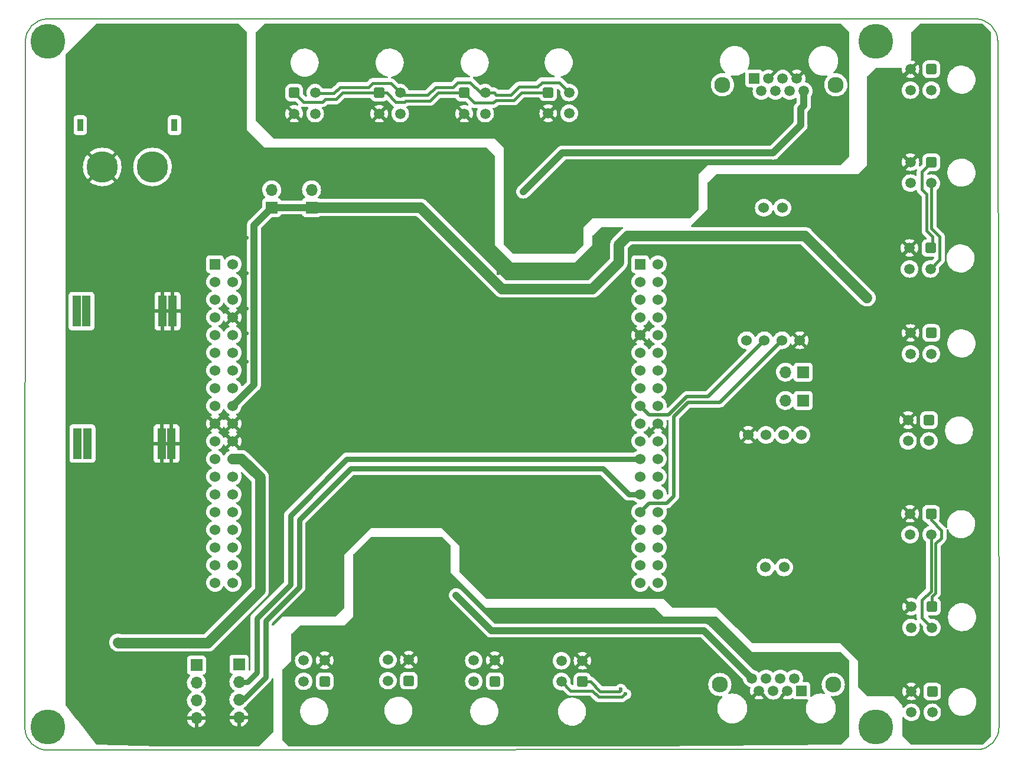
<source format=gbl>
G04 #@! TF.GenerationSoftware,KiCad,Pcbnew,6.0.1-79c1e3a40b~116~ubuntu20.04.1*
G04 #@! TF.CreationDate,2022-02-07T20:48:47+08:00*
G04 #@! TF.ProjectId,Nucleo_F446_power_can_shield,4e75636c-656f-45f4-9634-34365f706f77,rev?*
G04 #@! TF.SameCoordinates,Original*
G04 #@! TF.FileFunction,Copper,L2,Bot*
G04 #@! TF.FilePolarity,Positive*
%FSLAX46Y46*%
G04 Gerber Fmt 4.6, Leading zero omitted, Abs format (unit mm)*
G04 Created by KiCad (PCBNEW 6.0.1-79c1e3a40b~116~ubuntu20.04.1) date 2022-02-07 20:48:47*
%MOMM*%
%LPD*%
G01*
G04 APERTURE LIST*
G04 Aperture macros list*
%AMRoundRect*
0 Rectangle with rounded corners*
0 $1 Rounding radius*
0 $2 $3 $4 $5 $6 $7 $8 $9 X,Y pos of 4 corners*
0 Add a 4 corners polygon primitive as box body*
4,1,4,$2,$3,$4,$5,$6,$7,$8,$9,$2,$3,0*
0 Add four circle primitives for the rounded corners*
1,1,$1+$1,$2,$3*
1,1,$1+$1,$4,$5*
1,1,$1+$1,$6,$7*
1,1,$1+$1,$8,$9*
0 Add four rect primitives between the rounded corners*
20,1,$1+$1,$2,$3,$4,$5,0*
20,1,$1+$1,$4,$5,$6,$7,0*
20,1,$1+$1,$6,$7,$8,$9,0*
20,1,$1+$1,$8,$9,$2,$3,0*%
G04 Aperture macros list end*
G04 #@! TA.AperFunction,Profile*
%ADD10C,0.150000*%
G04 #@! TD*
G04 #@! TA.AperFunction,ComponentPad*
%ADD11R,1.700000X1.700000*%
G04 #@! TD*
G04 #@! TA.AperFunction,ComponentPad*
%ADD12O,1.700000X1.700000*%
G04 #@! TD*
G04 #@! TA.AperFunction,ComponentPad*
%ADD13C,1.524000*%
G04 #@! TD*
G04 #@! TA.AperFunction,ComponentPad*
%ADD14RoundRect,0.250001X-0.499999X0.499999X-0.499999X-0.499999X0.499999X-0.499999X0.499999X0.499999X0*%
G04 #@! TD*
G04 #@! TA.AperFunction,ComponentPad*
%ADD15C,1.500000*%
G04 #@! TD*
G04 #@! TA.AperFunction,ComponentPad*
%ADD16RoundRect,0.250001X0.499999X0.499999X-0.499999X0.499999X-0.499999X-0.499999X0.499999X-0.499999X0*%
G04 #@! TD*
G04 #@! TA.AperFunction,ComponentPad*
%ADD17R,1.500000X1.500000*%
G04 #@! TD*
G04 #@! TA.AperFunction,ComponentPad*
%ADD18C,2.300000*%
G04 #@! TD*
G04 #@! TA.AperFunction,ComponentPad*
%ADD19RoundRect,0.250001X-0.499999X-0.499999X0.499999X-0.499999X0.499999X0.499999X-0.499999X0.499999X0*%
G04 #@! TD*
G04 #@! TA.AperFunction,ComponentPad*
%ADD20R,1.308000X4.500000*%
G04 #@! TD*
G04 #@! TA.AperFunction,ComponentPad*
%ADD21R,1.530000X1.530000*%
G04 #@! TD*
G04 #@! TA.AperFunction,ComponentPad*
%ADD22C,1.530000*%
G04 #@! TD*
G04 #@! TA.AperFunction,WasherPad*
%ADD23R,0.900000X1.800000*%
G04 #@! TD*
G04 #@! TA.AperFunction,ComponentPad*
%ADD24C,4.500000*%
G04 #@! TD*
G04 #@! TA.AperFunction,ViaPad*
%ADD25C,5.000000*%
G04 #@! TD*
G04 #@! TA.AperFunction,ViaPad*
%ADD26C,0.600000*%
G04 #@! TD*
G04 #@! TA.AperFunction,ViaPad*
%ADD27C,1.000000*%
G04 #@! TD*
G04 #@! TA.AperFunction,ViaPad*
%ADD28C,1.500000*%
G04 #@! TD*
G04 #@! TA.AperFunction,Conductor*
%ADD29C,1.000000*%
G04 #@! TD*
G04 #@! TA.AperFunction,Conductor*
%ADD30C,1.500000*%
G04 #@! TD*
G04 #@! TA.AperFunction,Conductor*
%ADD31C,0.450000*%
G04 #@! TD*
G04 #@! TA.AperFunction,Conductor*
%ADD32C,0.800000*%
G04 #@! TD*
G04 #@! TA.AperFunction,Conductor*
%ADD33C,0.500000*%
G04 #@! TD*
G04 APERTURE END LIST*
D10*
X130176375Y-116702149D02*
G75*
G03*
X133454600Y-119877149I3176626J1D01*
G01*
X266656149Y-119823625D02*
G75*
G03*
X269831149Y-116545400I-1J3176626D01*
G01*
X266372400Y-14971000D02*
X133429000Y-14969375D01*
X269650625Y-18014852D02*
X269831149Y-116545400D01*
X133429000Y-14969375D02*
G75*
G03*
X130254000Y-18247600I1J-3176626D01*
G01*
X130176375Y-116702149D02*
X130254000Y-18247600D01*
X266656149Y-119823625D02*
X133454600Y-119877149D01*
X269650625Y-18141851D02*
G75*
G03*
X266372400Y-14966851I-3176626J-1D01*
G01*
D11*
X165560000Y-42022000D03*
D12*
X165560000Y-39482000D03*
D11*
X171275000Y-42022000D03*
D12*
X171275000Y-39482000D03*
D11*
X154765000Y-107691000D03*
D12*
X154765000Y-110231000D03*
X154765000Y-112771000D03*
X154765000Y-115311000D03*
D13*
X233632000Y-61072000D03*
X236172000Y-61072000D03*
X238712000Y-61072000D03*
X241252000Y-61072000D03*
X236121200Y-42072800D03*
X238762800Y-42072800D03*
D14*
X260130000Y-35521000D03*
D15*
X260130000Y-38521000D03*
X257130000Y-35521000D03*
X257130000Y-38521000D03*
D16*
X173156000Y-110006000D03*
D15*
X170156000Y-110006000D03*
X173156000Y-107006000D03*
X170156000Y-107006000D03*
D14*
X260257000Y-111467000D03*
D15*
X260257000Y-114467000D03*
X257257000Y-111467000D03*
X257257000Y-114467000D03*
D11*
X241760000Y-65644000D03*
D12*
X239220000Y-65644000D03*
D17*
X234745600Y-23528800D03*
D15*
X235761600Y-25308800D03*
X236777600Y-23528800D03*
X237793600Y-25308800D03*
X238809600Y-23528800D03*
X239825600Y-25308800D03*
X240841600Y-23528800D03*
X241857600Y-25308800D03*
D18*
X230175600Y-24418800D03*
X246435600Y-24418800D03*
D14*
X260130000Y-22186000D03*
D15*
X260130000Y-25186000D03*
X257130000Y-22186000D03*
X257130000Y-25186000D03*
D19*
X168783000Y-25559000D03*
D15*
X171783000Y-25559000D03*
X168783000Y-28559000D03*
X171783000Y-28559000D03*
D14*
X260003000Y-47840000D03*
D15*
X260003000Y-50840000D03*
X257003000Y-47840000D03*
X257003000Y-50840000D03*
D20*
X137594250Y-56906000D03*
X149910250Y-56906000D03*
X138994250Y-56906000D03*
X151310250Y-56906000D03*
X137718250Y-75906000D03*
X149786250Y-75906000D03*
X139118250Y-75906000D03*
X151186250Y-75906000D03*
D14*
X260130000Y-60032000D03*
D15*
X260130000Y-63032000D03*
X257130000Y-60032000D03*
X257130000Y-63032000D03*
D16*
X185221000Y-109922000D03*
D15*
X182221000Y-109922000D03*
X185221000Y-106922000D03*
X182221000Y-106922000D03*
D19*
X193167000Y-25559000D03*
D15*
X196167000Y-25559000D03*
X193167000Y-28559000D03*
X196167000Y-28559000D03*
D21*
X157432000Y-50165000D03*
D22*
X159972000Y-50165000D03*
X157432000Y-52705000D03*
X159972000Y-52705000D03*
X157432000Y-55245000D03*
X159972000Y-55245000D03*
X157432000Y-57785000D03*
X159972000Y-57785000D03*
X157432000Y-60325000D03*
X159972000Y-60325000D03*
X157432000Y-62865000D03*
X159972000Y-62865000D03*
X157432000Y-65405000D03*
X159972000Y-65405000D03*
X157432000Y-67945000D03*
X159972000Y-67945000D03*
X157432000Y-70485000D03*
X159972000Y-70485000D03*
X157432000Y-73025000D03*
X159972000Y-73025000D03*
X157432000Y-75565000D03*
X159972000Y-75565000D03*
X157432000Y-78105000D03*
X159972000Y-78105000D03*
X157432000Y-80645000D03*
X159972000Y-80645000D03*
X157432000Y-83185000D03*
X159972000Y-83185000D03*
X157432000Y-85725000D03*
X159972000Y-85725000D03*
X157432000Y-88265000D03*
X159972000Y-88265000D03*
X157432000Y-90805000D03*
X159972000Y-90805000D03*
X157432000Y-93345000D03*
X159972000Y-93345000D03*
X157432000Y-95885000D03*
X159972000Y-95885000D03*
D21*
X218392000Y-50165000D03*
D22*
X220932000Y-50165000D03*
X218392000Y-52705000D03*
X220932000Y-52705000D03*
X218392000Y-55245000D03*
X220932000Y-55245000D03*
X218392000Y-57785000D03*
X220932000Y-57785000D03*
X218392000Y-60325000D03*
X220932000Y-60325000D03*
X218392000Y-62865000D03*
X220932000Y-62865000D03*
X218392000Y-65405000D03*
X220932000Y-65405000D03*
X218392000Y-67945000D03*
X220932000Y-67945000D03*
X218392000Y-70485000D03*
X220932000Y-70485000D03*
X218392000Y-73025000D03*
X220932000Y-73025000D03*
X218392000Y-75565000D03*
X220932000Y-75565000D03*
X218392000Y-78105000D03*
X220932000Y-78105000D03*
X218392000Y-80645000D03*
X220932000Y-80645000D03*
X218392000Y-83185000D03*
X220932000Y-83185000D03*
X218392000Y-85725000D03*
X220932000Y-85725000D03*
X218392000Y-88265000D03*
X220932000Y-88265000D03*
X218392000Y-90805000D03*
X220932000Y-90805000D03*
X218392000Y-93345000D03*
X220932000Y-93345000D03*
X218392000Y-95885000D03*
X220932000Y-95885000D03*
D11*
X241760000Y-69708000D03*
D12*
X239220000Y-69708000D03*
D16*
X210113000Y-110049000D03*
D15*
X207113000Y-110049000D03*
X210113000Y-107049000D03*
X207113000Y-107049000D03*
D13*
X241506000Y-74661000D03*
X238966000Y-74661000D03*
X236426000Y-74661000D03*
X233886000Y-74661000D03*
X239016800Y-93660200D03*
X236375200Y-93660200D03*
D16*
X197540000Y-110006000D03*
D15*
X194540000Y-110006000D03*
X197540000Y-107006000D03*
X194540000Y-107006000D03*
D19*
X205208000Y-25514000D03*
D15*
X208208000Y-25514000D03*
X205208000Y-28514000D03*
X208208000Y-28514000D03*
D11*
X160861000Y-107564000D03*
D12*
X160861000Y-110104000D03*
X160861000Y-112644000D03*
X160861000Y-115184000D03*
D14*
X260085000Y-85964000D03*
D15*
X260085000Y-88964000D03*
X257085000Y-85964000D03*
X257085000Y-88964000D03*
D17*
X241506000Y-111364000D03*
D15*
X240490000Y-109584000D03*
X239474000Y-111364000D03*
X238458000Y-109584000D03*
X237442000Y-111364000D03*
X236426000Y-109584000D03*
X235410000Y-111364000D03*
X234394000Y-109584000D03*
D18*
X229816000Y-110474000D03*
X246076000Y-110474000D03*
D23*
X138109000Y-30211000D03*
X151609000Y-30211000D03*
D24*
X141259000Y-36211000D03*
X148459000Y-36211000D03*
D19*
X180975000Y-25559000D03*
D15*
X183975000Y-25559000D03*
X180975000Y-28559000D03*
X183975000Y-28559000D03*
D14*
X260212000Y-99299000D03*
D15*
X260212000Y-102299000D03*
X257212000Y-99299000D03*
X257212000Y-102299000D03*
D14*
X259786000Y-72526000D03*
D15*
X259786000Y-75526000D03*
X256786000Y-72526000D03*
X256786000Y-75526000D03*
D25*
X252174000Y-116571000D03*
X133429000Y-116571000D03*
X252174000Y-18146000D03*
X133429000Y-18146000D03*
D26*
X214836000Y-26020000D03*
X222456000Y-36688000D03*
X211280000Y-36688000D03*
X244300000Y-34148000D03*
X211280000Y-31608000D03*
X245646200Y-28788600D03*
X211280000Y-42276000D03*
X240236000Y-19416000D03*
X174704000Y-30592000D03*
X198072000Y-30592000D03*
X236172000Y-31100000D03*
X221440000Y-19416000D03*
X221440000Y-26020000D03*
X222456000Y-42276000D03*
X206708000Y-31608000D03*
X214836000Y-19416000D03*
X216868000Y-42276000D03*
X177752000Y-30592000D03*
X235664000Y-19416000D03*
X216868000Y-36688000D03*
X186896000Y-30592000D03*
X190452000Y-30592000D03*
X200612000Y-32624000D03*
X200612000Y-36688000D03*
X215618379Y-111179869D03*
X216290131Y-111851621D03*
X208740000Y-104760000D03*
X221440000Y-109332000D03*
X189944000Y-114412000D03*
X215852000Y-104760000D03*
X213312000Y-104760000D03*
X178768000Y-95616000D03*
X176228000Y-107300000D03*
X191468000Y-104760000D03*
X204676000Y-104760000D03*
X213312000Y-106792000D03*
X239728000Y-117460000D03*
X177752000Y-114412000D03*
X188420000Y-104760000D03*
X191468000Y-107300000D03*
X236172000Y-117460000D03*
X188420000Y-107300000D03*
X202136000Y-114412000D03*
X178768000Y-102728000D03*
X244300000Y-107300000D03*
X221440000Y-114920000D03*
X196040000Y-104760000D03*
X226012000Y-114920000D03*
X178768000Y-99172000D03*
X178768000Y-107300000D03*
X215344000Y-114412000D03*
X236172000Y-114920000D03*
X170640000Y-103744000D03*
X182324000Y-99172000D03*
X178768000Y-92568000D03*
X239728000Y-114920000D03*
X182324000Y-102728000D03*
X221440000Y-111872000D03*
X201120000Y-104760000D03*
X182324000Y-95616000D03*
X174704000Y-103744000D03*
X226012000Y-109332000D03*
X226012000Y-111872000D03*
X247856000Y-55484000D03*
X189436000Y-42276000D03*
X195532000Y-42276000D03*
X166068000Y-80376000D03*
X157940000Y-112380000D03*
X227028000Y-97648000D03*
X166068000Y-92568000D03*
X175720000Y-72756000D03*
X239728000Y-51420000D03*
X238712000Y-100696000D03*
X171656000Y-76820000D03*
X184864000Y-74280000D03*
X184864000Y-72248000D03*
X186896000Y-82916000D03*
X156416000Y-36180000D03*
X252936000Y-75296000D03*
X253952000Y-59548000D03*
X143716000Y-112380000D03*
X171656000Y-92568000D03*
X252936000Y-92060000D03*
X151844000Y-40752000D03*
X209248000Y-87996000D03*
X166068000Y-87488000D03*
X149304000Y-50912000D03*
X166068000Y-76820000D03*
X189436000Y-36180000D03*
X230076000Y-48372000D03*
X212296000Y-63612000D03*
X181308000Y-58024000D03*
X215344000Y-71232000D03*
X162004000Y-64120000D03*
X166068000Y-95108000D03*
X253952000Y-28560000D03*
X211788000Y-56500000D03*
X162004000Y-56500000D03*
X183848000Y-58024000D03*
X181816000Y-72248000D03*
X253952000Y-33640000D03*
X156416000Y-30592000D03*
X147780000Y-112380000D03*
X162004000Y-51420000D03*
X154384000Y-95616000D03*
X147780000Y-108316000D03*
X195024000Y-59548000D03*
X154384000Y-59040000D03*
X183848000Y-61072000D03*
X186896000Y-85964000D03*
X260048000Y-16876000D03*
X159972000Y-20940000D03*
X143716000Y-43292000D03*
X181308000Y-61072000D03*
X265128000Y-55484000D03*
X197564000Y-57008000D03*
X156924000Y-46340000D03*
X223472000Y-52436000D03*
X171656000Y-95108000D03*
X138128000Y-40752000D03*
X183848000Y-54468000D03*
X157940000Y-115428000D03*
X230584000Y-93584000D03*
X168100000Y-46340000D03*
X205692000Y-80884000D03*
X248872000Y-75296000D03*
X195532000Y-36180000D03*
X187912000Y-74280000D03*
X211788000Y-68692000D03*
X248872000Y-87996000D03*
X156416000Y-40752000D03*
X239728000Y-55484000D03*
X137620000Y-90028000D03*
X253952000Y-48880000D03*
X198072000Y-51420000D03*
X160988000Y-103744000D03*
X142700000Y-76312000D03*
X223472000Y-48372000D03*
X186896000Y-54468000D03*
X230584000Y-90028000D03*
X265636000Y-80376000D03*
X230584000Y-86472000D03*
X254460000Y-98664000D03*
X230584000Y-97648000D03*
X138128000Y-46848000D03*
X214328000Y-90536000D03*
X142700000Y-79868000D03*
X151844000Y-47356000D03*
X176228000Y-85964000D03*
X156416000Y-25512000D03*
X209248000Y-80884000D03*
X234140000Y-97648000D03*
X140668000Y-40752000D03*
X265128000Y-106792000D03*
X154384000Y-85964000D03*
X162004000Y-46340000D03*
X186896000Y-61072000D03*
X137620000Y-94092000D03*
X252936000Y-83424000D03*
X256492000Y-67168000D03*
X147272000Y-54468000D03*
X211788000Y-74280000D03*
X248872000Y-79360000D03*
X257000000Y-41260000D03*
X138128000Y-50404000D03*
X243792000Y-51420000D03*
X159972000Y-25512000D03*
X205692000Y-84440000D03*
X223472000Y-56500000D03*
X154384000Y-92568000D03*
X138128000Y-43292000D03*
X265128000Y-67676000D03*
X154384000Y-67676000D03*
X223472000Y-60056000D03*
X146764000Y-76312000D03*
X264620000Y-30592000D03*
X159972000Y-40752000D03*
X162004000Y-60056000D03*
X142700000Y-82916000D03*
X186896000Y-58024000D03*
X154384000Y-75804000D03*
X139144000Y-112380000D03*
X227028000Y-75296000D03*
X154384000Y-99172000D03*
X151844000Y-50912000D03*
X215344000Y-53960000D03*
X176228000Y-89012000D03*
X154384000Y-63612000D03*
X211788000Y-49388000D03*
X140668000Y-43292000D03*
X139144000Y-103744000D03*
X154384000Y-54468000D03*
X143716000Y-116444000D03*
X234648000Y-39228000D03*
X154384000Y-79868000D03*
X191976000Y-53452000D03*
X248872000Y-83424000D03*
X251412000Y-103236000D03*
X256492000Y-79360000D03*
X234648000Y-43800000D03*
X264112000Y-16876000D03*
X179276000Y-68184000D03*
X150828000Y-79868000D03*
X179276000Y-61072000D03*
X157940000Y-109840000D03*
X168100000Y-56500000D03*
X211788000Y-71232000D03*
X171656000Y-87488000D03*
X139144000Y-116444000D03*
X209248000Y-84440000D03*
X181308000Y-82916000D03*
X234140000Y-100696000D03*
X166068000Y-83932000D03*
X230076000Y-63612000D03*
X177752000Y-74280000D03*
X243792000Y-100696000D03*
X252936000Y-87996000D03*
X230076000Y-60056000D03*
X154384000Y-71740000D03*
X181816000Y-68184000D03*
X143716000Y-108316000D03*
X230076000Y-52436000D03*
X227028000Y-78852000D03*
X252936000Y-79360000D03*
X209248000Y-90536000D03*
X251412000Y-106792000D03*
X176228000Y-82916000D03*
X227028000Y-82408000D03*
X247856000Y-59548000D03*
X146764000Y-79868000D03*
X214328000Y-87488000D03*
X243792000Y-55484000D03*
X181308000Y-85964000D03*
X230076000Y-56500000D03*
X248872000Y-100696000D03*
X248872000Y-92060000D03*
X137620000Y-98156000D03*
X166068000Y-73264000D03*
X162512000Y-73264000D03*
X252936000Y-67168000D03*
X214328000Y-93584000D03*
X139144000Y-108316000D03*
X143716000Y-40752000D03*
X146764000Y-82916000D03*
X168100000Y-64120000D03*
X159972000Y-30592000D03*
X154384000Y-82916000D03*
X230584000Y-78852000D03*
X166068000Y-90028000D03*
X230584000Y-75296000D03*
X264620000Y-43292000D03*
X171656000Y-80376000D03*
X154384000Y-89520000D03*
X159464000Y-104760000D03*
X168100000Y-51420000D03*
X209248000Y-93584000D03*
X254968000Y-106792000D03*
X253952000Y-45324000D03*
X253952000Y-52436000D03*
X215344000Y-68692000D03*
X253952000Y-55484000D03*
X230076000Y-39228000D03*
X245316000Y-75296000D03*
X175720000Y-75804000D03*
X150828000Y-99172000D03*
X245316000Y-79360000D03*
X265636000Y-94092000D03*
X253952000Y-37196000D03*
X214328000Y-84440000D03*
X159972000Y-36180000D03*
X147780000Y-116444000D03*
X179276000Y-58024000D03*
X168100000Y-60056000D03*
X165052000Y-113396000D03*
X230076000Y-43800000D03*
X253952000Y-23988000D03*
X244300000Y-62088000D03*
X171656000Y-90028000D03*
X171656000Y-73264000D03*
X230584000Y-82408000D03*
X151844000Y-43800000D03*
X189944000Y-55992000D03*
X156416000Y-20940000D03*
X252936000Y-71232000D03*
D27*
X201628000Y-39736000D03*
X191976000Y-97648000D03*
D28*
X250904000Y-54976000D03*
X143525500Y-104442500D03*
D29*
X165560000Y-42022000D02*
X163003511Y-44578489D01*
X163003511Y-44578489D02*
X163003511Y-67453489D01*
X163003511Y-67453489D02*
X159972000Y-70485000D01*
X165560000Y-42022000D02*
X171275000Y-42022000D01*
D30*
X211534000Y-53706000D02*
X198590924Y-53706000D01*
X198590924Y-53706000D02*
X186906924Y-42022000D01*
X186906924Y-42022000D02*
X171275000Y-42022000D01*
D31*
X172863823Y-26866000D02*
X170090000Y-26866000D01*
X175687686Y-25559000D02*
X174795441Y-26451245D01*
X174761686Y-26485000D02*
X173244823Y-26485000D01*
X194601000Y-26993000D02*
X197344256Y-26993000D01*
X184574272Y-26866000D02*
X183340000Y-26866000D01*
X200269686Y-26631000D02*
X201386686Y-25514000D01*
X183340000Y-26866000D02*
X182033000Y-25559000D01*
X201386686Y-25514000D02*
X205208000Y-25514000D01*
X193167000Y-25559000D02*
X194601000Y-26993000D01*
X189403686Y-25559000D02*
X188259414Y-26703272D01*
X174795441Y-26451245D02*
X174761686Y-26485000D01*
X182033000Y-25559000D02*
X180975000Y-25559000D01*
X197344256Y-26993000D02*
X197706256Y-26631000D01*
X193167000Y-25559000D02*
X189403686Y-25559000D01*
X197706256Y-26631000D02*
X200269686Y-26631000D01*
X188259414Y-26703272D02*
X184737000Y-26703272D01*
X184737000Y-26703272D02*
X184574272Y-26866000D01*
X173244823Y-26485000D02*
X172863823Y-26866000D01*
X180975000Y-25559000D02*
X175687686Y-25559000D01*
X170090000Y-26866000D02*
X168783000Y-25559000D01*
X175113843Y-26132843D02*
X174795441Y-26451245D01*
X197434256Y-25559000D02*
X196167000Y-25559000D01*
X180038000Y-24199000D02*
X179478000Y-24759000D01*
X199850000Y-25850000D02*
X197725256Y-25850000D01*
X196167000Y-25559000D02*
X195495000Y-25559000D01*
X192230000Y-24072000D02*
X191543000Y-24759000D01*
X204295000Y-24072000D02*
X203660000Y-24707000D01*
X183975000Y-25559000D02*
X182615000Y-24199000D01*
X200993000Y-24707000D02*
X199850000Y-25850000D01*
X203660000Y-24707000D02*
X200993000Y-24707000D01*
X174464069Y-25651245D02*
X171875245Y-25651245D01*
X179478000Y-24759000D02*
X175356314Y-24759000D01*
X171875245Y-25651245D02*
X171783000Y-25559000D01*
X194008000Y-24072000D02*
X192230000Y-24072000D01*
X195495000Y-25559000D02*
X194008000Y-24072000D01*
X182615000Y-24199000D02*
X180038000Y-24199000D01*
X174548157Y-25567157D02*
X174464069Y-25651245D01*
X189072314Y-24759000D02*
X187928042Y-25903272D01*
X184319272Y-25903272D02*
X183975000Y-25559000D01*
X191543000Y-24759000D02*
X189072314Y-24759000D01*
X187928042Y-25903272D02*
X184319272Y-25903272D01*
X197725256Y-25850000D02*
X197434256Y-25559000D01*
X175356314Y-24759000D02*
X174464069Y-25651245D01*
X208208000Y-25514000D02*
X206766000Y-24072000D01*
X206766000Y-24072000D02*
X204295000Y-24072000D01*
X212658000Y-111472000D02*
X211235000Y-110049000D01*
X211235000Y-110049000D02*
X210113000Y-110049000D01*
X215618379Y-111285935D02*
X215432314Y-111472000D01*
X215618379Y-111179869D02*
X215618379Y-111285935D01*
X215432314Y-111472000D02*
X212658000Y-111472000D01*
X216290131Y-111851621D02*
X216184065Y-111851621D01*
X212442000Y-112272000D02*
X211534000Y-111364000D01*
X211534000Y-111364000D02*
X208428000Y-111364000D01*
X216184065Y-111851621D02*
X215763686Y-112272000D01*
X215763686Y-112272000D02*
X212442000Y-112272000D01*
X208428000Y-111364000D02*
X207113000Y-110049000D01*
X260085000Y-86881995D02*
X261572000Y-88368995D01*
X260085000Y-85964000D02*
X260085000Y-86881995D01*
X260734520Y-90269485D02*
X260734519Y-97324041D01*
X260734519Y-97324041D02*
X260212000Y-97846560D01*
X261572000Y-88368995D02*
X261572000Y-89432005D01*
X260212000Y-97846560D02*
X260212000Y-99299000D01*
X261572000Y-89432005D02*
X260734520Y-90269485D01*
X260085000Y-88964000D02*
X260085000Y-97055000D01*
X260085000Y-97055000D02*
X258778000Y-98362000D01*
X258778000Y-98362000D02*
X258778000Y-100865000D01*
X258778000Y-100865000D02*
X260212000Y-102299000D01*
X260336561Y-46228404D02*
X260336561Y-47506439D01*
X259480480Y-40136480D02*
X259480480Y-45372323D01*
X260130000Y-35521000D02*
X258778000Y-36873000D01*
X258778000Y-36873000D02*
X258778000Y-39434000D01*
X258778000Y-39434000D02*
X259480480Y-40136480D01*
X259480480Y-45372323D02*
X260336561Y-46228404D01*
X260336561Y-47506439D02*
X260003000Y-47840000D01*
X260003000Y-50840000D02*
X261136561Y-49706439D01*
X261318000Y-46193126D02*
X261318000Y-49525000D01*
X261318000Y-49525000D02*
X260003000Y-50840000D01*
X260130000Y-45005126D02*
X261318000Y-46193126D01*
X260130000Y-38521000D02*
X260130000Y-45005126D01*
D29*
X241857600Y-25308800D02*
X241857600Y-27370200D01*
X237442000Y-34148000D02*
X207216000Y-34148000D01*
X197056000Y-102728000D02*
X227538000Y-102728000D01*
X241375000Y-27852800D02*
X241375000Y-30215000D01*
X191976000Y-97648000D02*
X197056000Y-102728000D01*
X207216000Y-34148000D02*
X201628000Y-39736000D01*
X241857600Y-27370200D02*
X241375000Y-27852800D01*
X241375000Y-30215000D02*
X237442000Y-34148000D01*
X227538000Y-102728000D02*
X234394000Y-109584000D01*
D32*
X163401000Y-108766081D02*
X163401000Y-100950000D01*
X168227000Y-86218000D02*
X176340000Y-78105000D01*
X162063081Y-110104000D02*
X163401000Y-108766081D01*
X168227000Y-96124000D02*
X168227000Y-86218000D01*
X163401000Y-100950000D02*
X168227000Y-96124000D01*
X160861000Y-110104000D02*
X162063081Y-110104000D01*
X176340000Y-78105000D02*
X218392000Y-78105000D01*
X169497000Y-86853000D02*
X169497000Y-96505000D01*
X218392000Y-83185000D02*
X216756000Y-83185000D01*
X169497000Y-96505000D02*
X164671000Y-101331000D01*
X161486000Y-112644000D02*
X160861000Y-112644000D01*
X176863000Y-79487000D02*
X169497000Y-86853000D01*
X216756000Y-83185000D02*
X213058000Y-79487000D01*
X164671000Y-101331000D02*
X164671000Y-109459000D01*
X213058000Y-79487000D02*
X176863000Y-79487000D01*
X164671000Y-109459000D02*
X161486000Y-112644000D01*
D30*
X215344000Y-49896000D02*
X215344000Y-47356000D01*
X211534000Y-53706000D02*
X215344000Y-49896000D01*
X216614000Y-46086000D02*
X242014000Y-46086000D01*
X215344000Y-47356000D02*
X216614000Y-46086000D01*
X242014000Y-46086000D02*
X250904000Y-54976000D01*
D33*
X219647000Y-71740000D02*
X218392000Y-70485000D01*
X236172000Y-61072000D02*
X228084489Y-69159511D01*
X228084489Y-69159511D02*
X225036489Y-69159511D01*
X222456000Y-71740000D02*
X219647000Y-71740000D01*
X225036489Y-69159511D02*
X222456000Y-71740000D01*
X222202000Y-84440000D02*
X219662000Y-84440000D01*
X219662000Y-84455000D02*
X218392000Y-85725000D01*
X219662000Y-84440000D02*
X219662000Y-84455000D01*
X229822000Y-69962000D02*
X225250000Y-69962000D01*
X223218000Y-71994000D02*
X223218000Y-83424000D01*
X225250000Y-69962000D02*
X223218000Y-71994000D01*
X223218000Y-83424000D02*
X222202000Y-84440000D01*
X238712000Y-61072000D02*
X229822000Y-69962000D01*
D30*
X143589000Y-104506000D02*
X156416000Y-104506000D01*
X161257000Y-78105000D02*
X159972000Y-78105000D01*
X163909000Y-97013000D02*
X163909000Y-80757000D01*
X163909000Y-80757000D02*
X161257000Y-78105000D01*
X156416000Y-104506000D02*
X163909000Y-97013000D01*
G04 #@! TA.AperFunction,Conductor*
G36*
X160749931Y-15626002D02*
G01*
X160770905Y-15642905D01*
X161967095Y-16839095D01*
X162001121Y-16901407D01*
X162004000Y-16928190D01*
X162004000Y-30846000D01*
X164544000Y-33386000D01*
X196241810Y-33386000D01*
X196309931Y-33406002D01*
X196330905Y-33422905D01*
X197527095Y-34619095D01*
X197561121Y-34681407D01*
X197564000Y-34708190D01*
X197564000Y-47356000D01*
X200104000Y-49896000D01*
X208994000Y-49896000D01*
X211534000Y-47356000D01*
X211534000Y-46138190D01*
X211554002Y-46070069D01*
X211570905Y-46049095D01*
X212767095Y-44852905D01*
X212829407Y-44818879D01*
X212856190Y-44816000D01*
X215833317Y-44816000D01*
X215901438Y-44836002D01*
X215947931Y-44889658D01*
X215958035Y-44959932D01*
X215928541Y-45024512D01*
X215906833Y-45044330D01*
X215903104Y-45047009D01*
X215898777Y-45049982D01*
X215829125Y-45095735D01*
X215808344Y-45114251D01*
X215798048Y-45122500D01*
X215788346Y-45129471D01*
X215760904Y-45157789D01*
X215713968Y-45206223D01*
X215712579Y-45207633D01*
X214518737Y-46401475D01*
X214506347Y-46412342D01*
X214488708Y-46425877D01*
X214434188Y-46485794D01*
X214433842Y-46486174D01*
X214429743Y-46490469D01*
X214413802Y-46506410D01*
X214412007Y-46508557D01*
X214412005Y-46508559D01*
X214397068Y-46526423D01*
X214393600Y-46530398D01*
X214341288Y-46587888D01*
X214341281Y-46587897D01*
X214337515Y-46592036D01*
X214334538Y-46596782D01*
X214334537Y-46596783D01*
X214327987Y-46607225D01*
X214317911Y-46621093D01*
X214310004Y-46630549D01*
X214309997Y-46630559D01*
X214306406Y-46634854D01*
X214265118Y-46707240D01*
X214262413Y-46711759D01*
X214218136Y-46782344D01*
X214216043Y-46787549D01*
X214216042Y-46787552D01*
X214211448Y-46798979D01*
X214203988Y-46814411D01*
X214197880Y-46825119D01*
X214197876Y-46825128D01*
X214195101Y-46829993D01*
X214193232Y-46835270D01*
X214193230Y-46835275D01*
X214167285Y-46908542D01*
X214165420Y-46913478D01*
X214134344Y-46990783D01*
X214133208Y-46996270D01*
X214133207Y-46996272D01*
X214130706Y-47008349D01*
X214126101Y-47024844D01*
X214120111Y-47041759D01*
X214119204Y-47047298D01*
X214106643Y-47124001D01*
X214105683Y-47129180D01*
X214088787Y-47210767D01*
X214088521Y-47215379D01*
X214088521Y-47215380D01*
X214087185Y-47238548D01*
X214085738Y-47251653D01*
X214084714Y-47257910D01*
X214083806Y-47263457D01*
X214083894Y-47269070D01*
X214083894Y-47269072D01*
X214085484Y-47370264D01*
X214085500Y-47372243D01*
X214085500Y-49322522D01*
X214065498Y-49390643D01*
X214048595Y-49411617D01*
X211049617Y-52410595D01*
X210987305Y-52444621D01*
X210960522Y-52447500D01*
X199164402Y-52447500D01*
X199096281Y-52427498D01*
X199075307Y-52410595D01*
X187861449Y-41196737D01*
X187850581Y-41184346D01*
X187840457Y-41171152D01*
X187837047Y-41166708D01*
X187776750Y-41111842D01*
X187772455Y-41107743D01*
X187756514Y-41091802D01*
X187754364Y-41090004D01*
X187736501Y-41075068D01*
X187732526Y-41071600D01*
X187675036Y-41019288D01*
X187675027Y-41019281D01*
X187670888Y-41015515D01*
X187655697Y-41005986D01*
X187641831Y-40995911D01*
X187632375Y-40988004D01*
X187632365Y-40987997D01*
X187628070Y-40984406D01*
X187555676Y-40943113D01*
X187551156Y-40940408D01*
X187540468Y-40933703D01*
X187515608Y-40918109D01*
X187485328Y-40899114D01*
X187485325Y-40899112D01*
X187480580Y-40896136D01*
X187475375Y-40894043D01*
X187475372Y-40894042D01*
X187463945Y-40889448D01*
X187448513Y-40881988D01*
X187437805Y-40875880D01*
X187437796Y-40875876D01*
X187432931Y-40873101D01*
X187427654Y-40871232D01*
X187427649Y-40871230D01*
X187354382Y-40845285D01*
X187349446Y-40843420D01*
X187277340Y-40814434D01*
X187272141Y-40812344D01*
X187266654Y-40811208D01*
X187266652Y-40811207D01*
X187257254Y-40809261D01*
X187254574Y-40808706D01*
X187238080Y-40804101D01*
X187221165Y-40798111D01*
X187138914Y-40784641D01*
X187133744Y-40783683D01*
X187052157Y-40766787D01*
X187047545Y-40766521D01*
X187047544Y-40766521D01*
X187024376Y-40765185D01*
X187011271Y-40763738D01*
X187005014Y-40762714D01*
X187005010Y-40762714D01*
X186999467Y-40761806D01*
X186993854Y-40761894D01*
X186993852Y-40761894D01*
X186892660Y-40763484D01*
X186890681Y-40763500D01*
X172469874Y-40763500D01*
X172401753Y-40743498D01*
X172394327Y-40738339D01*
X172371705Y-40721385D01*
X172330567Y-40705963D01*
X172253203Y-40676960D01*
X172196439Y-40634318D01*
X172171739Y-40567756D01*
X172186947Y-40498408D01*
X172208493Y-40469727D01*
X172309435Y-40369137D01*
X172313096Y-40365489D01*
X172364577Y-40293846D01*
X172440435Y-40188277D01*
X172443453Y-40184077D01*
X172475668Y-40118896D01*
X172540136Y-39988453D01*
X172540137Y-39988451D01*
X172542430Y-39983811D01*
X172589959Y-39827376D01*
X172605865Y-39775023D01*
X172605865Y-39775021D01*
X172607370Y-39770069D01*
X172636529Y-39548590D01*
X172636611Y-39545240D01*
X172638074Y-39485365D01*
X172638074Y-39485361D01*
X172638156Y-39482000D01*
X172619852Y-39259361D01*
X172565431Y-39042702D01*
X172476354Y-38837840D01*
X172416734Y-38745681D01*
X172357822Y-38654617D01*
X172357820Y-38654614D01*
X172355014Y-38650277D01*
X172204670Y-38485051D01*
X172200619Y-38481852D01*
X172200615Y-38481848D01*
X172033414Y-38349800D01*
X172033410Y-38349798D01*
X172029359Y-38346598D01*
X171984715Y-38321953D01*
X171971570Y-38314697D01*
X171833789Y-38238638D01*
X171828920Y-38236914D01*
X171828916Y-38236912D01*
X171628087Y-38165795D01*
X171628083Y-38165794D01*
X171623212Y-38164069D01*
X171618119Y-38163162D01*
X171618116Y-38163161D01*
X171408373Y-38125800D01*
X171408367Y-38125799D01*
X171403284Y-38124894D01*
X171329452Y-38123992D01*
X171185081Y-38122228D01*
X171185079Y-38122228D01*
X171179911Y-38122165D01*
X170959091Y-38155955D01*
X170746756Y-38225357D01*
X170548607Y-38328507D01*
X170544474Y-38331610D01*
X170544471Y-38331612D01*
X170491629Y-38371287D01*
X170369965Y-38462635D01*
X170215629Y-38624138D01*
X170089743Y-38808680D01*
X170074003Y-38842590D01*
X170008374Y-38983976D01*
X169995688Y-39011305D01*
X169935989Y-39226570D01*
X169912251Y-39448695D01*
X169912548Y-39453848D01*
X169912548Y-39453851D01*
X169918011Y-39548590D01*
X169925110Y-39671715D01*
X169926247Y-39676761D01*
X169926248Y-39676767D01*
X169937605Y-39727159D01*
X169974222Y-39889639D01*
X170058266Y-40096616D01*
X170060965Y-40101020D01*
X170122671Y-40201715D01*
X170174987Y-40287088D01*
X170321250Y-40455938D01*
X170325230Y-40459242D01*
X170329981Y-40463187D01*
X170369616Y-40522090D01*
X170371113Y-40593071D01*
X170333997Y-40653593D01*
X170293725Y-40678112D01*
X170219433Y-40705963D01*
X170178295Y-40721385D01*
X170061739Y-40808739D01*
X169974385Y-40925295D01*
X169971233Y-40933703D01*
X169966923Y-40941575D01*
X169965259Y-40940664D01*
X169929337Y-40988490D01*
X169862776Y-41013193D01*
X169853991Y-41013500D01*
X166981009Y-41013500D01*
X166912888Y-40993498D01*
X166866395Y-40939842D01*
X166864097Y-40934306D01*
X166863767Y-40933703D01*
X166860615Y-40925295D01*
X166773261Y-40808739D01*
X166656705Y-40721385D01*
X166615567Y-40705963D01*
X166538203Y-40676960D01*
X166481439Y-40634318D01*
X166456739Y-40567756D01*
X166471947Y-40498408D01*
X166493493Y-40469727D01*
X166594435Y-40369137D01*
X166598096Y-40365489D01*
X166649577Y-40293846D01*
X166725435Y-40188277D01*
X166728453Y-40184077D01*
X166760668Y-40118896D01*
X166825136Y-39988453D01*
X166825137Y-39988451D01*
X166827430Y-39983811D01*
X166874959Y-39827376D01*
X166890865Y-39775023D01*
X166890865Y-39775021D01*
X166892370Y-39770069D01*
X166921529Y-39548590D01*
X166921611Y-39545240D01*
X166923074Y-39485365D01*
X166923074Y-39485361D01*
X166923156Y-39482000D01*
X166904852Y-39259361D01*
X166850431Y-39042702D01*
X166761354Y-38837840D01*
X166701734Y-38745681D01*
X166642822Y-38654617D01*
X166642820Y-38654614D01*
X166640014Y-38650277D01*
X166489670Y-38485051D01*
X166485619Y-38481852D01*
X166485615Y-38481848D01*
X166318414Y-38349800D01*
X166318410Y-38349798D01*
X166314359Y-38346598D01*
X166269715Y-38321953D01*
X166256570Y-38314697D01*
X166118789Y-38238638D01*
X166113920Y-38236914D01*
X166113916Y-38236912D01*
X165913087Y-38165795D01*
X165913083Y-38165794D01*
X165908212Y-38164069D01*
X165903119Y-38163162D01*
X165903116Y-38163161D01*
X165693373Y-38125800D01*
X165693367Y-38125799D01*
X165688284Y-38124894D01*
X165614452Y-38123992D01*
X165470081Y-38122228D01*
X165470079Y-38122228D01*
X165464911Y-38122165D01*
X165244091Y-38155955D01*
X165031756Y-38225357D01*
X164833607Y-38328507D01*
X164829474Y-38331610D01*
X164829471Y-38331612D01*
X164776629Y-38371287D01*
X164654965Y-38462635D01*
X164500629Y-38624138D01*
X164374743Y-38808680D01*
X164359003Y-38842590D01*
X164293374Y-38983976D01*
X164280688Y-39011305D01*
X164220989Y-39226570D01*
X164197251Y-39448695D01*
X164197548Y-39453848D01*
X164197548Y-39453851D01*
X164203011Y-39548590D01*
X164210110Y-39671715D01*
X164211247Y-39676761D01*
X164211248Y-39676767D01*
X164222605Y-39727159D01*
X164259222Y-39889639D01*
X164343266Y-40096616D01*
X164345965Y-40101020D01*
X164407671Y-40201715D01*
X164459987Y-40287088D01*
X164606250Y-40455938D01*
X164610230Y-40459242D01*
X164614981Y-40463187D01*
X164654616Y-40522090D01*
X164656113Y-40593071D01*
X164618997Y-40653593D01*
X164578725Y-40678112D01*
X164504433Y-40705963D01*
X164463295Y-40721385D01*
X164346739Y-40808739D01*
X164259385Y-40925295D01*
X164208255Y-41061684D01*
X164201500Y-41123866D01*
X164201500Y-41902076D01*
X164181498Y-41970197D01*
X164164595Y-41991171D01*
X162334132Y-43821634D01*
X162323989Y-43830736D01*
X162294486Y-43854457D01*
X162290519Y-43859185D01*
X162262220Y-43892910D01*
X162259039Y-43896558D01*
X162257396Y-43898370D01*
X162255202Y-43900564D01*
X162227869Y-43933838D01*
X162227207Y-43934636D01*
X162167357Y-44005963D01*
X162164789Y-44010633D01*
X162161408Y-44014750D01*
X162130371Y-44072634D01*
X162117534Y-44096575D01*
X162116905Y-44097734D01*
X162075049Y-44173870D01*
X162075046Y-44173878D01*
X162072078Y-44179276D01*
X162070466Y-44184358D01*
X162067949Y-44189052D01*
X162040749Y-44278020D01*
X162040429Y-44279048D01*
X162012276Y-44367795D01*
X162011682Y-44373091D01*
X162010124Y-44378187D01*
X162009501Y-44384323D01*
X162000729Y-44470676D01*
X162000600Y-44471882D01*
X161995011Y-44521716D01*
X161995011Y-44525243D01*
X161994956Y-44526228D01*
X161994509Y-44531908D01*
X161990137Y-44574951D01*
X161990717Y-44581082D01*
X161994452Y-44620598D01*
X161995011Y-44632456D01*
X161995011Y-66983564D01*
X161975009Y-67051685D01*
X161958106Y-67072659D01*
X161401493Y-67629272D01*
X161339181Y-67663298D01*
X161268366Y-67658233D01*
X161211530Y-67615686D01*
X161190691Y-67572789D01*
X161174692Y-67513080D01*
X161173270Y-67507773D01*
X161146748Y-67450896D01*
X161081423Y-67310805D01*
X161081420Y-67310800D01*
X161079097Y-67305818D01*
X160951284Y-67123283D01*
X160793717Y-66965716D01*
X160768084Y-66947767D01*
X160661789Y-66873338D01*
X160611183Y-66837903D01*
X160606201Y-66835580D01*
X160606196Y-66835577D01*
X160506728Y-66789195D01*
X160453443Y-66742278D01*
X160433982Y-66674001D01*
X160454524Y-66606041D01*
X160506728Y-66560805D01*
X160606196Y-66514423D01*
X160606201Y-66514420D01*
X160611183Y-66512097D01*
X160793717Y-66384284D01*
X160951284Y-66226717D01*
X161079097Y-66044182D01*
X161081420Y-66039200D01*
X161081423Y-66039195D01*
X161170947Y-65847209D01*
X161170948Y-65847208D01*
X161173270Y-65842227D01*
X161230944Y-65626986D01*
X161250365Y-65405000D01*
X161230944Y-65183014D01*
X161173270Y-64967773D01*
X161127805Y-64870273D01*
X161081423Y-64770805D01*
X161081420Y-64770800D01*
X161079097Y-64765818D01*
X160951284Y-64583283D01*
X160793717Y-64425716D01*
X160757903Y-64400638D01*
X160671636Y-64340233D01*
X160611183Y-64297903D01*
X160606201Y-64295580D01*
X160606196Y-64295577D01*
X160506728Y-64249195D01*
X160453443Y-64202278D01*
X160433982Y-64134001D01*
X160454524Y-64066041D01*
X160506728Y-64020805D01*
X160606196Y-63974423D01*
X160606201Y-63974420D01*
X160611183Y-63972097D01*
X160793717Y-63844284D01*
X160951284Y-63686717D01*
X160964277Y-63668162D01*
X161007528Y-63606392D01*
X161079097Y-63504182D01*
X161081420Y-63499200D01*
X161081423Y-63499195D01*
X161170947Y-63307209D01*
X161170948Y-63307208D01*
X161173270Y-63302227D01*
X161188365Y-63245894D01*
X161229520Y-63092299D01*
X161230944Y-63086986D01*
X161250365Y-62865000D01*
X161230944Y-62643014D01*
X161173270Y-62427773D01*
X161160481Y-62400347D01*
X161081423Y-62230805D01*
X161081420Y-62230800D01*
X161079097Y-62225818D01*
X160951284Y-62043283D01*
X160793717Y-61885716D01*
X160787874Y-61881624D01*
X160713890Y-61829820D01*
X160611183Y-61757903D01*
X160606201Y-61755580D01*
X160606196Y-61755577D01*
X160506728Y-61709195D01*
X160453443Y-61662278D01*
X160433982Y-61594001D01*
X160454524Y-61526041D01*
X160506728Y-61480805D01*
X160606196Y-61434423D01*
X160606201Y-61434420D01*
X160611183Y-61432097D01*
X160762791Y-61325939D01*
X160789206Y-61307443D01*
X160789208Y-61307441D01*
X160793717Y-61304284D01*
X160951284Y-61146717D01*
X160965697Y-61126134D01*
X161039048Y-61021377D01*
X161079097Y-60964182D01*
X161081420Y-60959200D01*
X161081423Y-60959195D01*
X161170947Y-60767209D01*
X161170948Y-60767208D01*
X161173270Y-60762227D01*
X161185249Y-60717523D01*
X161203507Y-60649381D01*
X161230944Y-60546986D01*
X161250365Y-60325000D01*
X161230944Y-60103014D01*
X161173270Y-59887773D01*
X161167726Y-59875883D01*
X161081423Y-59690805D01*
X161081420Y-59690800D01*
X161079097Y-59685818D01*
X160965869Y-59524112D01*
X160954443Y-59507794D01*
X160954441Y-59507791D01*
X160951284Y-59503283D01*
X160793717Y-59345716D01*
X160611183Y-59217903D01*
X160606201Y-59215580D01*
X160606196Y-59215577D01*
X160506136Y-59168919D01*
X160452851Y-59122002D01*
X160433390Y-59053725D01*
X160453932Y-58985765D01*
X160506136Y-58940529D01*
X160605953Y-58893984D01*
X160615431Y-58888512D01*
X160659920Y-58857359D01*
X160668294Y-58846883D01*
X160661226Y-58833436D01*
X159984812Y-58157022D01*
X159970868Y-58149408D01*
X159969035Y-58149539D01*
X159962420Y-58153790D01*
X159282053Y-58834157D01*
X159275623Y-58845932D01*
X159284916Y-58857945D01*
X159328569Y-58888512D01*
X159338051Y-58893986D01*
X159437864Y-58940529D01*
X159491150Y-58987446D01*
X159510611Y-59055723D01*
X159490070Y-59123683D01*
X159437865Y-59168919D01*
X159337805Y-59215577D01*
X159337800Y-59215580D01*
X159332818Y-59217903D01*
X159150283Y-59345716D01*
X158992716Y-59503283D01*
X158989559Y-59507791D01*
X158989557Y-59507794D01*
X158978131Y-59524112D01*
X158864903Y-59685818D01*
X158862580Y-59690800D01*
X158862577Y-59690805D01*
X158816195Y-59790273D01*
X158769278Y-59843558D01*
X158701001Y-59863019D01*
X158633041Y-59842477D01*
X158587805Y-59790273D01*
X158541423Y-59690805D01*
X158541420Y-59690800D01*
X158539097Y-59685818D01*
X158425869Y-59524112D01*
X158414443Y-59507794D01*
X158414441Y-59507791D01*
X158411284Y-59503283D01*
X158253717Y-59345716D01*
X158071183Y-59217903D01*
X158066201Y-59215580D01*
X158066196Y-59215577D01*
X157966728Y-59169195D01*
X157913443Y-59122278D01*
X157893982Y-59054001D01*
X157914524Y-58986041D01*
X157966728Y-58940805D01*
X158066196Y-58894423D01*
X158066201Y-58894420D01*
X158071183Y-58892097D01*
X158219989Y-58787901D01*
X158249206Y-58767443D01*
X158249208Y-58767441D01*
X158253717Y-58764284D01*
X158411284Y-58606717D01*
X158539097Y-58424182D01*
X158541420Y-58419200D01*
X158541423Y-58419195D01*
X158588081Y-58319135D01*
X158634998Y-58265850D01*
X158703275Y-58246389D01*
X158771235Y-58266931D01*
X158816471Y-58319135D01*
X158863012Y-58418944D01*
X158868495Y-58428439D01*
X158899640Y-58472919D01*
X158910117Y-58481294D01*
X158923564Y-58474226D01*
X159599978Y-57797812D01*
X159606356Y-57786132D01*
X160336408Y-57786132D01*
X160336539Y-57787965D01*
X160340790Y-57794580D01*
X161021157Y-58474947D01*
X161032932Y-58481377D01*
X161044947Y-58472081D01*
X161075505Y-58428439D01*
X161080988Y-58418944D01*
X161170475Y-58227037D01*
X161174221Y-58216745D01*
X161229025Y-58012214D01*
X161230928Y-58001419D01*
X161249384Y-57790475D01*
X161249384Y-57779525D01*
X161230928Y-57568581D01*
X161229025Y-57557786D01*
X161174221Y-57353255D01*
X161170475Y-57342963D01*
X161080988Y-57151056D01*
X161075505Y-57141561D01*
X161044360Y-57097081D01*
X161033883Y-57088706D01*
X161020436Y-57095774D01*
X160344022Y-57772188D01*
X160336408Y-57786132D01*
X159606356Y-57786132D01*
X159607592Y-57783868D01*
X159607461Y-57782035D01*
X159603210Y-57775420D01*
X158922843Y-57095053D01*
X158911068Y-57088623D01*
X158899053Y-57097919D01*
X158868495Y-57141561D01*
X158863012Y-57151056D01*
X158816471Y-57250865D01*
X158769554Y-57304150D01*
X158701277Y-57323611D01*
X158633317Y-57303069D01*
X158588081Y-57250865D01*
X158541423Y-57150805D01*
X158541420Y-57150800D01*
X158539097Y-57145818D01*
X158411284Y-56963283D01*
X158253717Y-56805716D01*
X158071183Y-56677903D01*
X158066201Y-56675580D01*
X158066196Y-56675577D01*
X157966728Y-56629195D01*
X157913443Y-56582278D01*
X157893982Y-56514001D01*
X157914524Y-56446041D01*
X157966728Y-56400805D01*
X158066196Y-56354423D01*
X158066201Y-56354420D01*
X158071183Y-56352097D01*
X158173890Y-56280180D01*
X158249206Y-56227443D01*
X158249208Y-56227441D01*
X158253717Y-56224284D01*
X158411284Y-56066717D01*
X158427064Y-56044182D01*
X158486009Y-55959999D01*
X158539097Y-55884182D01*
X158541420Y-55879200D01*
X158541423Y-55879195D01*
X158587805Y-55779727D01*
X158634722Y-55726442D01*
X158702999Y-55706981D01*
X158770959Y-55727523D01*
X158816195Y-55779727D01*
X158862577Y-55879195D01*
X158862580Y-55879200D01*
X158864903Y-55884182D01*
X158917991Y-55959999D01*
X158976937Y-56044182D01*
X158992716Y-56066717D01*
X159150283Y-56224284D01*
X159154792Y-56227441D01*
X159154794Y-56227443D01*
X159230110Y-56280180D01*
X159332817Y-56352097D01*
X159337802Y-56354421D01*
X159337808Y-56354425D01*
X159437864Y-56401081D01*
X159491150Y-56447998D01*
X159510611Y-56516275D01*
X159490070Y-56584235D01*
X159437865Y-56629471D01*
X159338056Y-56676012D01*
X159328561Y-56681495D01*
X159284081Y-56712640D01*
X159275706Y-56723117D01*
X159282774Y-56736564D01*
X159959188Y-57412978D01*
X159973132Y-57420592D01*
X159974965Y-57420461D01*
X159981580Y-57416210D01*
X160661947Y-56735843D01*
X160668377Y-56724068D01*
X160659084Y-56712055D01*
X160615431Y-56681488D01*
X160605953Y-56676016D01*
X160506136Y-56629471D01*
X160452851Y-56582554D01*
X160433390Y-56514277D01*
X160453932Y-56446317D01*
X160506136Y-56401081D01*
X160606196Y-56354423D01*
X160606201Y-56354420D01*
X160611183Y-56352097D01*
X160713890Y-56280180D01*
X160789206Y-56227443D01*
X160789208Y-56227441D01*
X160793717Y-56224284D01*
X160951284Y-56066717D01*
X160967064Y-56044182D01*
X161026009Y-55959999D01*
X161079097Y-55884182D01*
X161081420Y-55879200D01*
X161081423Y-55879195D01*
X161170947Y-55687209D01*
X161170948Y-55687208D01*
X161173270Y-55682227D01*
X161176918Y-55668615D01*
X161229520Y-55472299D01*
X161230944Y-55466986D01*
X161250365Y-55245000D01*
X161230944Y-55023014D01*
X161185780Y-54854461D01*
X161174693Y-54813083D01*
X161174692Y-54813081D01*
X161173270Y-54807773D01*
X161169201Y-54799047D01*
X161081423Y-54610805D01*
X161081420Y-54610800D01*
X161079097Y-54605818D01*
X160951284Y-54423283D01*
X160793717Y-54265716D01*
X160611183Y-54137903D01*
X160606201Y-54135580D01*
X160606196Y-54135577D01*
X160506728Y-54089195D01*
X160453443Y-54042278D01*
X160433982Y-53974001D01*
X160454524Y-53906041D01*
X160506728Y-53860805D01*
X160606196Y-53814423D01*
X160606201Y-53814420D01*
X160611183Y-53812097D01*
X160793717Y-53684284D01*
X160951284Y-53526717D01*
X161079097Y-53344182D01*
X161081420Y-53339200D01*
X161081423Y-53339195D01*
X161170947Y-53147209D01*
X161170948Y-53147208D01*
X161173270Y-53142227D01*
X161230944Y-52926986D01*
X161250365Y-52705000D01*
X161230944Y-52483014D01*
X161173270Y-52267773D01*
X161127805Y-52170273D01*
X161081423Y-52070805D01*
X161081420Y-52070800D01*
X161079097Y-52065818D01*
X160951284Y-51883283D01*
X160793717Y-51725716D01*
X160611183Y-51597903D01*
X160606201Y-51595580D01*
X160606196Y-51595577D01*
X160506728Y-51549195D01*
X160453443Y-51502278D01*
X160433982Y-51434001D01*
X160454524Y-51366041D01*
X160506728Y-51320805D01*
X160606196Y-51274423D01*
X160606201Y-51274420D01*
X160611183Y-51272097D01*
X160746613Y-51177267D01*
X160789206Y-51147443D01*
X160789208Y-51147441D01*
X160793717Y-51144284D01*
X160951284Y-50986717D01*
X160954916Y-50981531D01*
X161024357Y-50882358D01*
X161079097Y-50804182D01*
X161081420Y-50799200D01*
X161081423Y-50799195D01*
X161170947Y-50607209D01*
X161170948Y-50607208D01*
X161173270Y-50602227D01*
X161230944Y-50386986D01*
X161250365Y-50165000D01*
X161230944Y-49943014D01*
X161184590Y-49770020D01*
X161174693Y-49733083D01*
X161174692Y-49733081D01*
X161173270Y-49727773D01*
X161138347Y-49652880D01*
X161081423Y-49530805D01*
X161081420Y-49530800D01*
X161079097Y-49525818D01*
X160957294Y-49351866D01*
X160954443Y-49347794D01*
X160954441Y-49347791D01*
X160951284Y-49343283D01*
X160793717Y-49185716D01*
X160774355Y-49172158D01*
X160664552Y-49095273D01*
X160611183Y-49057903D01*
X160606201Y-49055580D01*
X160606196Y-49055577D01*
X160414209Y-48966053D01*
X160414208Y-48966053D01*
X160409227Y-48963730D01*
X160403919Y-48962308D01*
X160403917Y-48962307D01*
X160305540Y-48935947D01*
X160193986Y-48906056D01*
X159972000Y-48886635D01*
X159750014Y-48906056D01*
X159638460Y-48935947D01*
X159540083Y-48962307D01*
X159540081Y-48962308D01*
X159534773Y-48963730D01*
X159529792Y-48966052D01*
X159529791Y-48966053D01*
X159337805Y-49055577D01*
X159337800Y-49055580D01*
X159332818Y-49057903D01*
X159275308Y-49098172D01*
X159169646Y-49172158D01*
X159150283Y-49185716D01*
X158992716Y-49343283D01*
X158989559Y-49347791D01*
X158989557Y-49347794D01*
X158934713Y-49426119D01*
X158879255Y-49470447D01*
X158808636Y-49477756D01*
X158745276Y-49445725D01*
X158709291Y-49384523D01*
X158706094Y-49358658D01*
X158705684Y-49358680D01*
X158705500Y-49355282D01*
X158705500Y-49351866D01*
X158698745Y-49289684D01*
X158647615Y-49153295D01*
X158560261Y-49036739D01*
X158443705Y-48949385D01*
X158307316Y-48898255D01*
X158245134Y-48891500D01*
X156618866Y-48891500D01*
X156556684Y-48898255D01*
X156420295Y-48949385D01*
X156303739Y-49036739D01*
X156216385Y-49153295D01*
X156165255Y-49289684D01*
X156158500Y-49351866D01*
X156158500Y-50978134D01*
X156165255Y-51040316D01*
X156216385Y-51176705D01*
X156303739Y-51293261D01*
X156420295Y-51380615D01*
X156556684Y-51431745D01*
X156618866Y-51438500D01*
X156622282Y-51438500D01*
X156625680Y-51438684D01*
X156625614Y-51439899D01*
X156688969Y-51458502D01*
X156735462Y-51512158D01*
X156745566Y-51582432D01*
X156716072Y-51647012D01*
X156693119Y-51667713D01*
X156610283Y-51725716D01*
X156452716Y-51883283D01*
X156324903Y-52065818D01*
X156322580Y-52070800D01*
X156322577Y-52070805D01*
X156276195Y-52170273D01*
X156230730Y-52267773D01*
X156173056Y-52483014D01*
X156153635Y-52705000D01*
X156173056Y-52926986D01*
X156230730Y-53142227D01*
X156233052Y-53147208D01*
X156233053Y-53147209D01*
X156322577Y-53339195D01*
X156322580Y-53339200D01*
X156324903Y-53344182D01*
X156452716Y-53526717D01*
X156610283Y-53684284D01*
X156792817Y-53812097D01*
X156797802Y-53814421D01*
X156797808Y-53814425D01*
X156897272Y-53860805D01*
X156950558Y-53907722D01*
X156970019Y-53975999D01*
X156949478Y-54043959D01*
X156897273Y-54089195D01*
X156797805Y-54135577D01*
X156797800Y-54135580D01*
X156792818Y-54137903D01*
X156610283Y-54265716D01*
X156452716Y-54423283D01*
X156324903Y-54605818D01*
X156322580Y-54610800D01*
X156322577Y-54610805D01*
X156234799Y-54799047D01*
X156230730Y-54807773D01*
X156229308Y-54813081D01*
X156229307Y-54813083D01*
X156218220Y-54854461D01*
X156173056Y-55023014D01*
X156153635Y-55245000D01*
X156173056Y-55466986D01*
X156174480Y-55472299D01*
X156227083Y-55668615D01*
X156230730Y-55682227D01*
X156233052Y-55687208D01*
X156233053Y-55687209D01*
X156322577Y-55879195D01*
X156322580Y-55879200D01*
X156324903Y-55884182D01*
X156377991Y-55959999D01*
X156436937Y-56044182D01*
X156452716Y-56066717D01*
X156610283Y-56224284D01*
X156614792Y-56227441D01*
X156614794Y-56227443D01*
X156690110Y-56280180D01*
X156792817Y-56352097D01*
X156797802Y-56354421D01*
X156797808Y-56354425D01*
X156897272Y-56400805D01*
X156950558Y-56447722D01*
X156970019Y-56515999D01*
X156949478Y-56583959D01*
X156897273Y-56629195D01*
X156797805Y-56675577D01*
X156797800Y-56675580D01*
X156792818Y-56677903D01*
X156610283Y-56805716D01*
X156452716Y-56963283D01*
X156324903Y-57145818D01*
X156322580Y-57150800D01*
X156322577Y-57150805D01*
X156242273Y-57323019D01*
X156230730Y-57347773D01*
X156173056Y-57563014D01*
X156153635Y-57785000D01*
X156173056Y-58006986D01*
X156230730Y-58222227D01*
X156233052Y-58227208D01*
X156233053Y-58227209D01*
X156322577Y-58419195D01*
X156322580Y-58419200D01*
X156324903Y-58424182D01*
X156452716Y-58606717D01*
X156610283Y-58764284D01*
X156614792Y-58767441D01*
X156614794Y-58767443D01*
X156644011Y-58787901D01*
X156792817Y-58892097D01*
X156797802Y-58894421D01*
X156797808Y-58894425D01*
X156897272Y-58940805D01*
X156950558Y-58987722D01*
X156970019Y-59055999D01*
X156949478Y-59123959D01*
X156897273Y-59169195D01*
X156797805Y-59215577D01*
X156797800Y-59215580D01*
X156792818Y-59217903D01*
X156610283Y-59345716D01*
X156452716Y-59503283D01*
X156449559Y-59507791D01*
X156449557Y-59507794D01*
X156438131Y-59524112D01*
X156324903Y-59685818D01*
X156322580Y-59690800D01*
X156322577Y-59690805D01*
X156236274Y-59875883D01*
X156230730Y-59887773D01*
X156173056Y-60103014D01*
X156153635Y-60325000D01*
X156173056Y-60546986D01*
X156200493Y-60649381D01*
X156218752Y-60717523D01*
X156230730Y-60762227D01*
X156233052Y-60767208D01*
X156233053Y-60767209D01*
X156322577Y-60959195D01*
X156322580Y-60959200D01*
X156324903Y-60964182D01*
X156364952Y-61021377D01*
X156438304Y-61126134D01*
X156452716Y-61146717D01*
X156610283Y-61304284D01*
X156614792Y-61307441D01*
X156614794Y-61307443D01*
X156641209Y-61325939D01*
X156792817Y-61432097D01*
X156797802Y-61434421D01*
X156797808Y-61434425D01*
X156897272Y-61480805D01*
X156950558Y-61527722D01*
X156970019Y-61595999D01*
X156949478Y-61663959D01*
X156897273Y-61709195D01*
X156797805Y-61755577D01*
X156797800Y-61755580D01*
X156792818Y-61757903D01*
X156690608Y-61829472D01*
X156616127Y-61881624D01*
X156610283Y-61885716D01*
X156452716Y-62043283D01*
X156324903Y-62225818D01*
X156322580Y-62230800D01*
X156322577Y-62230805D01*
X156243519Y-62400347D01*
X156230730Y-62427773D01*
X156173056Y-62643014D01*
X156153635Y-62865000D01*
X156173056Y-63086986D01*
X156174480Y-63092299D01*
X156215636Y-63245894D01*
X156230730Y-63302227D01*
X156233052Y-63307208D01*
X156233053Y-63307209D01*
X156322577Y-63499195D01*
X156322580Y-63499200D01*
X156324903Y-63504182D01*
X156396472Y-63606392D01*
X156439724Y-63668162D01*
X156452716Y-63686717D01*
X156610283Y-63844284D01*
X156792817Y-63972097D01*
X156797802Y-63974421D01*
X156797808Y-63974425D01*
X156897272Y-64020805D01*
X156950558Y-64067722D01*
X156970019Y-64135999D01*
X156949478Y-64203959D01*
X156897273Y-64249195D01*
X156797805Y-64295577D01*
X156797800Y-64295580D01*
X156792818Y-64297903D01*
X156610283Y-64425716D01*
X156452716Y-64583283D01*
X156324903Y-64765818D01*
X156322580Y-64770800D01*
X156322577Y-64770805D01*
X156276195Y-64870273D01*
X156230730Y-64967773D01*
X156173056Y-65183014D01*
X156153635Y-65405000D01*
X156173056Y-65626986D01*
X156230730Y-65842227D01*
X156233052Y-65847208D01*
X156233053Y-65847209D01*
X156322577Y-66039195D01*
X156322580Y-66039200D01*
X156324903Y-66044182D01*
X156452716Y-66226717D01*
X156610283Y-66384284D01*
X156792817Y-66512097D01*
X156797802Y-66514421D01*
X156797808Y-66514425D01*
X156897272Y-66560805D01*
X156950558Y-66607722D01*
X156970019Y-66675999D01*
X156949478Y-66743959D01*
X156897273Y-66789195D01*
X156797805Y-66835577D01*
X156797800Y-66835580D01*
X156792818Y-66837903D01*
X156745935Y-66870731D01*
X156626927Y-66954062D01*
X156610283Y-66965716D01*
X156452716Y-67123283D01*
X156324903Y-67305818D01*
X156322580Y-67310800D01*
X156322577Y-67310805D01*
X156257252Y-67450896D01*
X156230730Y-67507773D01*
X156173056Y-67723014D01*
X156153635Y-67945000D01*
X156173056Y-68166986D01*
X156230730Y-68382227D01*
X156233052Y-68387208D01*
X156233053Y-68387209D01*
X156322577Y-68579195D01*
X156322580Y-68579200D01*
X156324903Y-68584182D01*
X156328060Y-68588690D01*
X156444890Y-68755540D01*
X156452716Y-68766717D01*
X156610283Y-68924284D01*
X156792817Y-69052097D01*
X156797802Y-69054421D01*
X156797808Y-69054425D01*
X156897272Y-69100805D01*
X156950558Y-69147722D01*
X156970019Y-69215999D01*
X156949478Y-69283959D01*
X156897273Y-69329195D01*
X156797805Y-69375577D01*
X156797800Y-69375580D01*
X156792818Y-69377903D01*
X156610283Y-69505716D01*
X156452716Y-69663283D01*
X156324903Y-69845818D01*
X156322580Y-69850800D01*
X156322577Y-69850805D01*
X156303113Y-69892547D01*
X156230730Y-70047773D01*
X156173056Y-70263014D01*
X156153635Y-70485000D01*
X156173056Y-70706986D01*
X156186566Y-70757405D01*
X156219730Y-70881173D01*
X156230730Y-70922227D01*
X156233052Y-70927208D01*
X156233053Y-70927209D01*
X156322577Y-71119195D01*
X156322580Y-71119200D01*
X156324903Y-71124182D01*
X156328060Y-71128690D01*
X156435340Y-71281901D01*
X156452716Y-71306717D01*
X156610283Y-71464284D01*
X156614792Y-71467441D01*
X156614794Y-71467443D01*
X156690110Y-71520180D01*
X156792817Y-71592097D01*
X156797802Y-71594421D01*
X156797808Y-71594425D01*
X156897864Y-71641081D01*
X156951150Y-71687998D01*
X156970611Y-71756275D01*
X156950070Y-71824235D01*
X156897865Y-71869471D01*
X156798056Y-71916012D01*
X156788561Y-71921495D01*
X156744081Y-71952640D01*
X156735706Y-71963117D01*
X156742774Y-71976564D01*
X157419188Y-72652978D01*
X157433132Y-72660592D01*
X157434965Y-72660461D01*
X157441580Y-72656210D01*
X158121947Y-71975843D01*
X158128377Y-71964068D01*
X158119084Y-71952055D01*
X158075431Y-71921488D01*
X158065953Y-71916016D01*
X157966136Y-71869471D01*
X157912851Y-71822554D01*
X157893390Y-71754277D01*
X157913932Y-71686317D01*
X157966136Y-71641081D01*
X158066196Y-71594423D01*
X158066201Y-71594420D01*
X158071183Y-71592097D01*
X158173890Y-71520180D01*
X158249206Y-71467443D01*
X158249208Y-71467441D01*
X158253717Y-71464284D01*
X158411284Y-71306717D01*
X158428661Y-71281901D01*
X158535940Y-71128690D01*
X158539097Y-71124182D01*
X158541420Y-71119200D01*
X158541423Y-71119195D01*
X158587805Y-71019727D01*
X158634722Y-70966442D01*
X158702999Y-70946981D01*
X158770959Y-70967523D01*
X158816195Y-71019727D01*
X158862577Y-71119195D01*
X158862580Y-71119200D01*
X158864903Y-71124182D01*
X158868060Y-71128690D01*
X158975340Y-71281901D01*
X158992716Y-71306717D01*
X159150283Y-71464284D01*
X159154792Y-71467441D01*
X159154794Y-71467443D01*
X159230110Y-71520180D01*
X159332817Y-71592097D01*
X159337802Y-71594421D01*
X159337808Y-71594425D01*
X159437864Y-71641081D01*
X159491150Y-71687998D01*
X159510611Y-71756275D01*
X159490070Y-71824235D01*
X159437865Y-71869471D01*
X159338056Y-71916012D01*
X159328561Y-71921495D01*
X159284081Y-71952640D01*
X159275706Y-71963117D01*
X159282774Y-71976564D01*
X159959188Y-72652978D01*
X159973132Y-72660592D01*
X159974965Y-72660461D01*
X159981580Y-72656210D01*
X160661947Y-71975843D01*
X160668377Y-71964068D01*
X160659084Y-71952055D01*
X160615431Y-71921488D01*
X160605953Y-71916016D01*
X160506136Y-71869471D01*
X160452851Y-71822554D01*
X160433390Y-71754277D01*
X160453932Y-71686317D01*
X160506136Y-71641081D01*
X160606196Y-71594423D01*
X160606201Y-71594420D01*
X160611183Y-71592097D01*
X160713890Y-71520180D01*
X160789206Y-71467443D01*
X160789208Y-71467441D01*
X160793717Y-71464284D01*
X160951284Y-71306717D01*
X160968661Y-71281901D01*
X161075940Y-71128690D01*
X161079097Y-71124182D01*
X161081420Y-71119200D01*
X161081423Y-71119195D01*
X161170947Y-70927209D01*
X161170948Y-70927208D01*
X161173270Y-70922227D01*
X161184271Y-70881173D01*
X161229520Y-70712301D01*
X161229520Y-70712299D01*
X161230944Y-70706986D01*
X161231423Y-70701510D01*
X161231424Y-70701505D01*
X161232191Y-70692733D01*
X161258054Y-70626614D01*
X161268617Y-70614618D01*
X163672890Y-68210344D01*
X163683033Y-68201242D01*
X163707729Y-68181386D01*
X163712536Y-68177521D01*
X163744803Y-68139067D01*
X163747983Y-68135420D01*
X163749626Y-68133608D01*
X163751820Y-68131414D01*
X163779153Y-68098140D01*
X163779859Y-68097289D01*
X163835706Y-68030733D01*
X163839665Y-68026015D01*
X163842233Y-68021345D01*
X163845614Y-68017228D01*
X163889488Y-67935403D01*
X163890117Y-67934244D01*
X163931973Y-67858108D01*
X163931976Y-67858100D01*
X163934944Y-67852702D01*
X163936556Y-67847620D01*
X163939073Y-67842926D01*
X163966273Y-67753958D01*
X163966619Y-67752847D01*
X163974345Y-67728494D01*
X163994746Y-67664183D01*
X163995340Y-67658887D01*
X163996898Y-67653791D01*
X164006301Y-67561232D01*
X164006422Y-67560096D01*
X164012011Y-67510262D01*
X164012011Y-67506735D01*
X164012066Y-67505750D01*
X164012513Y-67500070D01*
X164016885Y-67457027D01*
X164012570Y-67411380D01*
X164012011Y-67399522D01*
X164012011Y-60330475D01*
X217114616Y-60330475D01*
X217133072Y-60541419D01*
X217134975Y-60552214D01*
X217189779Y-60756745D01*
X217193525Y-60767037D01*
X217283012Y-60958944D01*
X217288495Y-60968439D01*
X217319640Y-61012919D01*
X217330117Y-61021294D01*
X217343564Y-61014226D01*
X218019978Y-60337812D01*
X218027592Y-60323868D01*
X218027461Y-60322035D01*
X218023210Y-60315420D01*
X217342843Y-59635053D01*
X217331068Y-59628623D01*
X217319053Y-59637919D01*
X217288495Y-59681561D01*
X217283012Y-59691056D01*
X217193525Y-59882963D01*
X217189779Y-59893255D01*
X217134975Y-60097786D01*
X217133072Y-60108581D01*
X217114616Y-60319525D01*
X217114616Y-60330475D01*
X164012011Y-60330475D01*
X164012011Y-45048414D01*
X164032013Y-44980293D01*
X164048916Y-44959319D01*
X165590829Y-43417405D01*
X165653141Y-43383380D01*
X165679924Y-43380500D01*
X166458134Y-43380500D01*
X166520316Y-43373745D01*
X166656705Y-43322615D01*
X166773261Y-43235261D01*
X166860615Y-43118705D01*
X166863767Y-43110296D01*
X166868077Y-43102425D01*
X166869741Y-43103336D01*
X166905663Y-43055510D01*
X166972224Y-43030807D01*
X166981009Y-43030500D01*
X169853991Y-43030500D01*
X169922112Y-43050502D01*
X169968605Y-43104158D01*
X169970903Y-43109694D01*
X169971232Y-43110296D01*
X169974385Y-43118705D01*
X170061739Y-43235261D01*
X170178295Y-43322615D01*
X170314684Y-43373745D01*
X170376866Y-43380500D01*
X172173134Y-43380500D01*
X172235316Y-43373745D01*
X172371705Y-43322615D01*
X172394311Y-43305673D01*
X172460815Y-43280826D01*
X172469874Y-43280500D01*
X186333447Y-43280500D01*
X186401568Y-43300502D01*
X186422542Y-43317405D01*
X197636399Y-54531263D01*
X197647266Y-54543653D01*
X197660801Y-54561292D01*
X197715790Y-54611328D01*
X197721098Y-54616158D01*
X197725393Y-54620257D01*
X197741334Y-54636198D01*
X197761360Y-54652942D01*
X197765315Y-54656392D01*
X197826960Y-54712485D01*
X197831714Y-54715467D01*
X197842154Y-54722016D01*
X197856014Y-54732085D01*
X197869777Y-54743593D01*
X197874658Y-54746377D01*
X197942142Y-54784869D01*
X197946672Y-54787579D01*
X198017268Y-54831864D01*
X198022472Y-54833956D01*
X198033907Y-54838553D01*
X198049337Y-54846012D01*
X198060043Y-54852119D01*
X198060052Y-54852123D01*
X198064917Y-54854898D01*
X198143470Y-54882715D01*
X198148382Y-54884571D01*
X198225707Y-54915656D01*
X198231197Y-54916793D01*
X198243273Y-54919294D01*
X198259768Y-54923899D01*
X198276683Y-54929889D01*
X198333479Y-54939190D01*
X198358914Y-54943355D01*
X198364102Y-54944317D01*
X198441165Y-54960276D01*
X198441169Y-54960277D01*
X198445691Y-54961213D01*
X198473490Y-54962816D01*
X198486591Y-54964263D01*
X198488139Y-54964516D01*
X198492840Y-54965286D01*
X198492843Y-54965286D01*
X198498381Y-54966193D01*
X198503996Y-54966105D01*
X198503998Y-54966105D01*
X198605154Y-54964516D01*
X198607133Y-54964500D01*
X211442604Y-54964500D01*
X211459051Y-54965578D01*
X211475516Y-54967746D01*
X211475520Y-54967746D01*
X211481086Y-54968479D01*
X211562489Y-54964640D01*
X211568424Y-54964500D01*
X211590999Y-54964500D01*
X211616989Y-54962181D01*
X211622248Y-54961822D01*
X211705488Y-54957896D01*
X211710947Y-54956646D01*
X211710952Y-54956645D01*
X211722970Y-54953892D01*
X211739899Y-54951211D01*
X211757762Y-54949617D01*
X211763178Y-54948135D01*
X211763180Y-54948135D01*
X211838133Y-54927630D01*
X211843251Y-54926344D01*
X211919000Y-54908995D01*
X211919002Y-54908994D01*
X211924470Y-54907742D01*
X211934970Y-54903263D01*
X211940967Y-54900706D01*
X211957142Y-54895073D01*
X211969039Y-54891818D01*
X211969043Y-54891817D01*
X211974451Y-54890337D01*
X212044826Y-54856770D01*
X212049667Y-54854461D01*
X212054476Y-54852290D01*
X212125949Y-54821804D01*
X212125950Y-54821804D01*
X212131109Y-54819603D01*
X212146110Y-54809749D01*
X212161025Y-54801346D01*
X212177218Y-54793622D01*
X212181769Y-54790352D01*
X212181772Y-54790350D01*
X212228699Y-54756629D01*
X212244892Y-54744994D01*
X212249232Y-54742011D01*
X212315010Y-54698804D01*
X212315018Y-54698798D01*
X212318874Y-54696265D01*
X212339662Y-54677743D01*
X212349939Y-54669510D01*
X212359654Y-54662529D01*
X212434063Y-54585745D01*
X212435452Y-54584335D01*
X216169259Y-50850528D01*
X216181651Y-50839660D01*
X216194843Y-50829538D01*
X216194851Y-50829531D01*
X216199292Y-50826123D01*
X216254168Y-50765815D01*
X216258267Y-50761520D01*
X216274198Y-50745589D01*
X216290934Y-50725573D01*
X216294379Y-50721624D01*
X216346703Y-50664121D01*
X216346706Y-50664117D01*
X216350485Y-50659964D01*
X216360013Y-50644775D01*
X216370091Y-50630903D01*
X216377992Y-50621455D01*
X216377997Y-50621448D01*
X216381594Y-50617146D01*
X216422887Y-50544752D01*
X216425592Y-50540232D01*
X216466886Y-50474404D01*
X216466888Y-50474401D01*
X216469864Y-50469656D01*
X216471958Y-50464448D01*
X216476552Y-50453021D01*
X216484012Y-50437589D01*
X216490120Y-50426881D01*
X216490124Y-50426872D01*
X216492899Y-50422007D01*
X216494768Y-50416730D01*
X216494770Y-50416725D01*
X216520715Y-50343458D01*
X216522580Y-50338522D01*
X216551566Y-50266416D01*
X216553656Y-50261217D01*
X216557294Y-50243650D01*
X216561899Y-50227156D01*
X216567889Y-50210241D01*
X216574401Y-50170475D01*
X216581355Y-50128009D01*
X216582317Y-50122819D01*
X216598277Y-50045754D01*
X216598278Y-50045750D01*
X216599213Y-50041233D01*
X216599718Y-50032473D01*
X216600815Y-50013452D01*
X216602262Y-50000347D01*
X216603286Y-49994090D01*
X216603286Y-49994083D01*
X216604194Y-49988542D01*
X216602516Y-49881736D01*
X216602500Y-49879757D01*
X216602500Y-47929478D01*
X216622502Y-47861357D01*
X216639405Y-47840382D01*
X217098384Y-47381404D01*
X217160696Y-47347379D01*
X217187479Y-47344500D01*
X241440523Y-47344500D01*
X241508644Y-47364502D01*
X241529617Y-47381404D01*
X250054411Y-55906199D01*
X250054417Y-55906204D01*
X250091962Y-55943749D01*
X250096471Y-55946906D01*
X250096473Y-55946908D01*
X250132815Y-55972355D01*
X250141366Y-55978905D01*
X250182854Y-56013594D01*
X250187723Y-56016371D01*
X250187727Y-56016374D01*
X250225548Y-56037946D01*
X250235394Y-56044182D01*
X250267835Y-56066899D01*
X250267847Y-56066906D01*
X250272346Y-56070056D01*
X250319718Y-56092146D01*
X250328869Y-56096880D01*
X250342897Y-56104881D01*
X250373122Y-56122121D01*
X250373125Y-56122122D01*
X250377993Y-56124899D01*
X250399174Y-56132400D01*
X250422018Y-56140489D01*
X250433209Y-56145067D01*
X250471924Y-56163120D01*
X250507531Y-56172661D01*
X250524685Y-56177258D01*
X250534130Y-56180191D01*
X250584467Y-56198016D01*
X250584477Y-56198019D01*
X250589759Y-56199889D01*
X250608953Y-56203032D01*
X250633428Y-56207040D01*
X250645678Y-56209678D01*
X250679310Y-56218690D01*
X250679313Y-56218691D01*
X250684629Y-56220115D01*
X250741414Y-56225083D01*
X250750793Y-56226260D01*
X250811458Y-56236194D01*
X250817072Y-56236106D01*
X250817074Y-56236106D01*
X250850281Y-56235585D01*
X250853249Y-56235538D01*
X250866207Y-56236001D01*
X250904000Y-56239307D01*
X250909475Y-56238828D01*
X250963138Y-56234133D01*
X250972142Y-56233670D01*
X250984284Y-56233479D01*
X251036081Y-56232666D01*
X251074714Y-56225087D01*
X251087959Y-56223213D01*
X251123371Y-56220115D01*
X251151589Y-56212554D01*
X251182984Y-56204142D01*
X251191336Y-56202206D01*
X251251030Y-56190494D01*
X251251029Y-56190494D01*
X251256530Y-56189415D01*
X251290926Y-56176005D01*
X251304054Y-56171701D01*
X251336076Y-56163120D01*
X251380275Y-56142510D01*
X251394141Y-56136044D01*
X251401611Y-56132850D01*
X251439045Y-56118255D01*
X251460612Y-56109847D01*
X251460614Y-56109846D01*
X251465836Y-56107810D01*
X251487844Y-56094324D01*
X251495213Y-56089808D01*
X251507797Y-56083046D01*
X251530673Y-56072379D01*
X251530676Y-56072377D01*
X251535654Y-56070056D01*
X251590064Y-56031958D01*
X251596482Y-56027751D01*
X251652589Y-55993368D01*
X251657382Y-55990431D01*
X251661576Y-55986694D01*
X251661579Y-55986692D01*
X251681280Y-55969138D01*
X251692831Y-55959999D01*
X251711531Y-55946906D01*
X251711540Y-55946899D01*
X251716038Y-55943749D01*
X251764641Y-55895146D01*
X251769917Y-55890165D01*
X251825115Y-55840985D01*
X251828575Y-55836573D01*
X251828581Y-55836566D01*
X251843363Y-55817714D01*
X251853421Y-55806366D01*
X251871749Y-55788038D01*
X251874907Y-55783528D01*
X251874912Y-55783522D01*
X251912512Y-55729823D01*
X251916572Y-55724346D01*
X251960272Y-55668615D01*
X251960275Y-55668610D01*
X251963734Y-55664199D01*
X251966359Y-55659241D01*
X251966363Y-55659235D01*
X251976426Y-55640229D01*
X251984562Y-55626924D01*
X251998056Y-55607653D01*
X252000379Y-55602671D01*
X252000382Y-55602666D01*
X252029059Y-55541167D01*
X252031899Y-55535458D01*
X252066229Y-55470620D01*
X252066230Y-55470618D01*
X252068855Y-55465660D01*
X252070564Y-55460306D01*
X252076359Y-55442150D01*
X252082197Y-55427215D01*
X252088792Y-55413070D01*
X252088794Y-55413064D01*
X252091120Y-55408076D01*
X252110707Y-55334976D01*
X252112379Y-55329279D01*
X252135449Y-55256993D01*
X252135450Y-55256989D01*
X252137156Y-55251643D01*
X252138752Y-55239525D01*
X252140057Y-55229609D01*
X252143272Y-55213447D01*
X252146691Y-55200688D01*
X252146692Y-55200681D01*
X252148115Y-55195371D01*
X252154909Y-55117707D01*
X252155508Y-55112245D01*
X252165747Y-55034472D01*
X252166479Y-55028914D01*
X252165547Y-55009148D01*
X252165887Y-54992237D01*
X252166828Y-54981483D01*
X252166828Y-54981476D01*
X252167307Y-54976000D01*
X252160316Y-54896090D01*
X252159978Y-54891059D01*
X252159830Y-54887921D01*
X252155897Y-54804512D01*
X252152025Y-54787604D01*
X252149326Y-54770467D01*
X252148721Y-54763558D01*
X252148115Y-54756629D01*
X252126786Y-54677029D01*
X252125673Y-54672552D01*
X252121179Y-54652930D01*
X252105742Y-54585530D01*
X252099898Y-54571829D01*
X252094090Y-54555008D01*
X252092545Y-54549241D01*
X252092544Y-54549237D01*
X252091120Y-54543924D01*
X252055368Y-54467253D01*
X252053669Y-54463447D01*
X252019806Y-54384054D01*
X252019805Y-54384052D01*
X252017604Y-54378892D01*
X252014526Y-54374206D01*
X252014520Y-54374195D01*
X252010767Y-54368482D01*
X252001885Y-54352558D01*
X252000380Y-54349330D01*
X252000378Y-54349327D01*
X251998056Y-54344347D01*
X251948332Y-54273334D01*
X251946233Y-54270240D01*
X251896800Y-54194984D01*
X251896795Y-54194977D01*
X251894265Y-54191126D01*
X251882849Y-54178313D01*
X251877615Y-54171698D01*
X251874902Y-54168465D01*
X251871749Y-54163962D01*
X251856287Y-54148500D01*
X251856279Y-54148491D01*
X248547788Y-50840000D01*
X255739693Y-50840000D01*
X255758885Y-51059371D01*
X255815880Y-51272076D01*
X255844811Y-51334118D01*
X255906618Y-51466666D01*
X255906621Y-51466671D01*
X255908944Y-51471653D01*
X255912100Y-51476160D01*
X255912101Y-51476162D01*
X256031732Y-51647012D01*
X256035251Y-51652038D01*
X256190962Y-51807749D01*
X256371346Y-51934056D01*
X256570924Y-52027120D01*
X256783629Y-52084115D01*
X257003000Y-52103307D01*
X257222371Y-52084115D01*
X257435076Y-52027120D01*
X257634654Y-51934056D01*
X257815038Y-51807749D01*
X257970749Y-51652038D01*
X257974269Y-51647012D01*
X258093899Y-51476162D01*
X258093900Y-51476160D01*
X258097056Y-51471653D01*
X258099379Y-51466671D01*
X258099382Y-51466666D01*
X258161189Y-51334118D01*
X258190120Y-51272076D01*
X258247115Y-51059371D01*
X258266307Y-50840000D01*
X258247115Y-50620629D01*
X258190120Y-50407924D01*
X258119150Y-50255728D01*
X258099382Y-50213334D01*
X258099379Y-50213329D01*
X258097056Y-50208347D01*
X258093899Y-50203838D01*
X257973908Y-50032473D01*
X257973906Y-50032470D01*
X257970749Y-50027962D01*
X257815038Y-49872251D01*
X257779218Y-49847169D01*
X257735759Y-49816739D01*
X257634654Y-49745944D01*
X257435076Y-49652880D01*
X257222371Y-49595885D01*
X257003000Y-49576693D01*
X256783629Y-49595885D01*
X256570924Y-49652880D01*
X256502583Y-49684748D01*
X256376334Y-49743618D01*
X256376329Y-49743621D01*
X256371347Y-49745944D01*
X256366840Y-49749100D01*
X256366838Y-49749101D01*
X256195473Y-49869092D01*
X256195470Y-49869094D01*
X256190962Y-49872251D01*
X256035251Y-50027962D01*
X256032094Y-50032470D01*
X256032092Y-50032473D01*
X255912101Y-50203838D01*
X255908944Y-50208347D01*
X255906621Y-50213329D01*
X255906618Y-50213334D01*
X255886850Y-50255728D01*
X255815880Y-50407924D01*
X255758885Y-50620629D01*
X255739693Y-50840000D01*
X248547788Y-50840000D01*
X246597949Y-48890161D01*
X256317393Y-48890161D01*
X256326687Y-48902175D01*
X256367088Y-48930464D01*
X256376584Y-48935947D01*
X256566113Y-49024326D01*
X256576405Y-49028072D01*
X256778401Y-49082196D01*
X256789196Y-49084099D01*
X256997525Y-49102326D01*
X257008475Y-49102326D01*
X257216804Y-49084099D01*
X257227599Y-49082196D01*
X257429595Y-49028072D01*
X257439887Y-49024326D01*
X257629416Y-48935947D01*
X257638912Y-48930464D01*
X257680148Y-48901590D01*
X257688523Y-48891112D01*
X257681457Y-48877668D01*
X257015811Y-48212021D01*
X257001868Y-48204408D01*
X257000034Y-48204539D01*
X256993420Y-48208790D01*
X256323820Y-48878391D01*
X256317393Y-48890161D01*
X246597949Y-48890161D01*
X245553263Y-47845475D01*
X255740674Y-47845475D01*
X255758901Y-48053804D01*
X255760804Y-48064599D01*
X255814928Y-48266595D01*
X255818674Y-48276887D01*
X255907054Y-48466417D01*
X255912534Y-48475907D01*
X255941411Y-48517149D01*
X255951887Y-48525523D01*
X255965334Y-48518455D01*
X256630979Y-47852811D01*
X256637356Y-47841132D01*
X257367408Y-47841132D01*
X257367539Y-47842966D01*
X257371790Y-47849580D01*
X258041391Y-48519180D01*
X258053161Y-48525607D01*
X258065176Y-48516311D01*
X258093466Y-48475907D01*
X258098946Y-48466417D01*
X258187326Y-48276887D01*
X258191072Y-48266595D01*
X258245196Y-48064599D01*
X258247099Y-48053804D01*
X258265326Y-47845475D01*
X258265326Y-47834525D01*
X258247099Y-47626196D01*
X258245196Y-47615401D01*
X258191072Y-47413405D01*
X258187326Y-47403113D01*
X258098946Y-47213583D01*
X258093466Y-47204093D01*
X258064589Y-47162851D01*
X258054113Y-47154477D01*
X258040666Y-47161545D01*
X257375021Y-47827189D01*
X257367408Y-47841132D01*
X256637356Y-47841132D01*
X256638592Y-47838868D01*
X256638461Y-47837034D01*
X256634210Y-47830420D01*
X255964609Y-47160820D01*
X255952839Y-47154393D01*
X255940824Y-47163689D01*
X255912534Y-47204093D01*
X255907054Y-47213583D01*
X255818674Y-47403113D01*
X255814928Y-47413405D01*
X255760804Y-47615401D01*
X255758901Y-47626196D01*
X255740674Y-47834525D01*
X255740674Y-47845475D01*
X245553263Y-47845475D01*
X244496675Y-46788887D01*
X256317477Y-46788887D01*
X256324545Y-46802334D01*
X256990189Y-47467979D01*
X257004132Y-47475592D01*
X257005966Y-47475461D01*
X257012580Y-47471210D01*
X257682180Y-46801609D01*
X257688607Y-46789839D01*
X257679313Y-46777825D01*
X257638912Y-46749536D01*
X257629416Y-46744053D01*
X257439887Y-46655674D01*
X257429595Y-46651928D01*
X257227599Y-46597804D01*
X257216804Y-46595901D01*
X257008475Y-46577674D01*
X256997525Y-46577674D01*
X256789196Y-46595901D01*
X256778401Y-46597804D01*
X256576405Y-46651928D01*
X256566113Y-46655674D01*
X256376583Y-46744054D01*
X256367093Y-46749534D01*
X256325851Y-46778411D01*
X256317477Y-46788887D01*
X244496675Y-46788887D01*
X242968525Y-45260737D01*
X242957657Y-45248346D01*
X242947533Y-45235152D01*
X242944123Y-45230708D01*
X242883826Y-45175842D01*
X242879531Y-45171743D01*
X242863590Y-45155802D01*
X242861440Y-45154004D01*
X242843577Y-45139068D01*
X242839602Y-45135600D01*
X242782112Y-45083288D01*
X242782103Y-45083281D01*
X242777964Y-45079515D01*
X242762773Y-45069986D01*
X242748907Y-45059911D01*
X242739451Y-45052004D01*
X242739441Y-45051997D01*
X242735146Y-45048406D01*
X242662752Y-45007113D01*
X242658232Y-45004408D01*
X242648620Y-44998378D01*
X242630416Y-44986959D01*
X242592404Y-44963114D01*
X242592401Y-44963112D01*
X242587656Y-44960136D01*
X242582451Y-44958043D01*
X242582448Y-44958042D01*
X242571021Y-44953448D01*
X242555589Y-44945988D01*
X242544881Y-44939880D01*
X242544872Y-44939876D01*
X242540007Y-44937101D01*
X242534730Y-44935232D01*
X242534725Y-44935230D01*
X242461458Y-44909285D01*
X242456522Y-44907420D01*
X242384416Y-44878434D01*
X242379217Y-44876344D01*
X242373730Y-44875208D01*
X242373728Y-44875207D01*
X242361651Y-44872706D01*
X242345156Y-44868101D01*
X242328241Y-44862111D01*
X242245990Y-44848641D01*
X242240820Y-44847683D01*
X242184416Y-44836002D01*
X242163758Y-44831724D01*
X242163757Y-44831724D01*
X242159233Y-44830787D01*
X242154621Y-44830521D01*
X242154620Y-44830521D01*
X242131452Y-44829185D01*
X242118347Y-44827738D01*
X242112090Y-44826714D01*
X242112086Y-44826714D01*
X242106543Y-44825806D01*
X242100930Y-44825894D01*
X242100928Y-44825894D01*
X241999736Y-44827484D01*
X241997757Y-44827500D01*
X225796690Y-44827500D01*
X225728569Y-44807498D01*
X225682076Y-44753842D01*
X225671972Y-44683568D01*
X225701466Y-44618988D01*
X225707595Y-44612405D01*
X228044000Y-42276000D01*
X228044000Y-42072800D01*
X234845847Y-42072800D01*
X234865222Y-42294263D01*
X234866646Y-42299576D01*
X234920131Y-42499183D01*
X234922760Y-42508996D01*
X234925082Y-42513977D01*
X234925083Y-42513978D01*
X235014386Y-42705489D01*
X235014389Y-42705494D01*
X235016712Y-42710476D01*
X235144223Y-42892581D01*
X235301419Y-43049777D01*
X235305927Y-43052934D01*
X235305930Y-43052936D01*
X235376608Y-43102425D01*
X235483523Y-43177288D01*
X235488505Y-43179611D01*
X235488510Y-43179614D01*
X235619386Y-43240642D01*
X235685004Y-43271240D01*
X235690312Y-43272662D01*
X235690314Y-43272663D01*
X235720779Y-43280826D01*
X235899737Y-43328778D01*
X236121200Y-43348153D01*
X236342663Y-43328778D01*
X236521621Y-43280826D01*
X236552086Y-43272663D01*
X236552088Y-43272662D01*
X236557396Y-43271240D01*
X236623014Y-43240642D01*
X236753890Y-43179614D01*
X236753895Y-43179611D01*
X236758877Y-43177288D01*
X236865792Y-43102425D01*
X236936470Y-43052936D01*
X236936473Y-43052934D01*
X236940981Y-43049777D01*
X237098177Y-42892581D01*
X237225688Y-42710476D01*
X237228011Y-42705494D01*
X237228014Y-42705489D01*
X237317317Y-42513978D01*
X237317318Y-42513977D01*
X237319640Y-42508996D01*
X237321063Y-42503686D01*
X237322946Y-42498512D01*
X237324789Y-42499183D01*
X237357245Y-42445936D01*
X237421106Y-42414914D01*
X237491600Y-42423343D01*
X237546347Y-42468546D01*
X237560178Y-42498831D01*
X237561054Y-42498512D01*
X237562937Y-42503686D01*
X237564360Y-42508996D01*
X237566682Y-42513977D01*
X237566683Y-42513978D01*
X237655986Y-42705489D01*
X237655989Y-42705494D01*
X237658312Y-42710476D01*
X237785823Y-42892581D01*
X237943019Y-43049777D01*
X237947527Y-43052934D01*
X237947530Y-43052936D01*
X238018208Y-43102425D01*
X238125123Y-43177288D01*
X238130105Y-43179611D01*
X238130110Y-43179614D01*
X238260986Y-43240642D01*
X238326604Y-43271240D01*
X238331912Y-43272662D01*
X238331914Y-43272663D01*
X238362379Y-43280826D01*
X238541337Y-43328778D01*
X238762800Y-43348153D01*
X238984263Y-43328778D01*
X239163221Y-43280826D01*
X239193686Y-43272663D01*
X239193688Y-43272662D01*
X239198996Y-43271240D01*
X239264614Y-43240642D01*
X239395490Y-43179614D01*
X239395495Y-43179611D01*
X239400477Y-43177288D01*
X239507392Y-43102425D01*
X239578070Y-43052936D01*
X239578073Y-43052934D01*
X239582581Y-43049777D01*
X239739777Y-42892581D01*
X239867288Y-42710476D01*
X239869611Y-42705494D01*
X239869614Y-42705489D01*
X239958917Y-42513978D01*
X239958918Y-42513977D01*
X239961240Y-42508996D01*
X239963870Y-42499183D01*
X240017354Y-42299576D01*
X240018778Y-42294263D01*
X240038153Y-42072800D01*
X240018778Y-41851337D01*
X239963964Y-41646769D01*
X239962663Y-41641914D01*
X239962662Y-41641912D01*
X239961240Y-41636604D01*
X239890024Y-41483881D01*
X239869614Y-41440111D01*
X239869611Y-41440106D01*
X239867288Y-41435124D01*
X239739777Y-41253019D01*
X239582581Y-41095823D01*
X239578073Y-41092666D01*
X239578070Y-41092664D01*
X239473278Y-41019288D01*
X239400477Y-40968312D01*
X239395495Y-40965989D01*
X239395490Y-40965986D01*
X239203978Y-40876683D01*
X239203977Y-40876682D01*
X239198996Y-40874360D01*
X239193688Y-40872938D01*
X239193686Y-40872937D01*
X239127851Y-40855297D01*
X238984263Y-40816822D01*
X238762800Y-40797447D01*
X238541337Y-40816822D01*
X238397749Y-40855297D01*
X238331914Y-40872937D01*
X238331912Y-40872938D01*
X238326604Y-40874360D01*
X238321623Y-40876682D01*
X238321622Y-40876683D01*
X238130111Y-40965986D01*
X238130106Y-40965989D01*
X238125124Y-40968312D01*
X238120617Y-40971468D01*
X238120615Y-40971469D01*
X237947530Y-41092664D01*
X237947527Y-41092666D01*
X237943019Y-41095823D01*
X237785823Y-41253019D01*
X237658312Y-41435124D01*
X237655989Y-41440106D01*
X237655986Y-41440111D01*
X237635576Y-41483881D01*
X237564360Y-41636604D01*
X237562937Y-41641913D01*
X237561054Y-41647088D01*
X237559211Y-41646417D01*
X237526755Y-41699664D01*
X237462894Y-41730686D01*
X237392400Y-41722257D01*
X237337653Y-41677054D01*
X237323822Y-41646769D01*
X237322946Y-41647088D01*
X237321063Y-41641913D01*
X237319640Y-41636604D01*
X237248424Y-41483881D01*
X237228014Y-41440111D01*
X237228011Y-41440106D01*
X237225688Y-41435124D01*
X237098177Y-41253019D01*
X236940981Y-41095823D01*
X236936473Y-41092666D01*
X236936470Y-41092664D01*
X236831678Y-41019288D01*
X236758877Y-40968312D01*
X236753895Y-40965989D01*
X236753890Y-40965986D01*
X236562378Y-40876683D01*
X236562377Y-40876682D01*
X236557396Y-40874360D01*
X236552088Y-40872938D01*
X236552086Y-40872937D01*
X236486251Y-40855297D01*
X236342663Y-40816822D01*
X236121200Y-40797447D01*
X235899737Y-40816822D01*
X235756149Y-40855297D01*
X235690314Y-40872937D01*
X235690312Y-40872938D01*
X235685004Y-40874360D01*
X235680023Y-40876682D01*
X235680022Y-40876683D01*
X235488511Y-40965986D01*
X235488506Y-40965989D01*
X235483524Y-40968312D01*
X235479017Y-40971468D01*
X235479015Y-40971469D01*
X235305930Y-41092664D01*
X235305927Y-41092666D01*
X235301419Y-41095823D01*
X235144223Y-41253019D01*
X235016712Y-41435124D01*
X235014389Y-41440106D01*
X235014386Y-41440111D01*
X234993976Y-41483881D01*
X234922760Y-41636604D01*
X234921338Y-41641912D01*
X234921337Y-41641914D01*
X234920036Y-41646769D01*
X234865222Y-41851337D01*
X234845847Y-42072800D01*
X228044000Y-42072800D01*
X228044000Y-38521000D01*
X255866693Y-38521000D01*
X255885885Y-38740371D01*
X255942880Y-38953076D01*
X255978232Y-39028888D01*
X256033618Y-39147666D01*
X256033621Y-39147671D01*
X256035944Y-39152653D01*
X256039100Y-39157160D01*
X256039101Y-39157162D01*
X256114276Y-39264522D01*
X256162251Y-39333038D01*
X256317962Y-39488749D01*
X256322471Y-39491906D01*
X256322473Y-39491908D01*
X256370170Y-39525306D01*
X256498346Y-39615056D01*
X256697924Y-39708120D01*
X256910629Y-39765115D01*
X257130000Y-39784307D01*
X257349371Y-39765115D01*
X257562076Y-39708120D01*
X257761654Y-39615056D01*
X257867895Y-39540665D01*
X257935168Y-39517977D01*
X258004028Y-39535262D01*
X258052612Y-39587031D01*
X258058832Y-39604065D01*
X258059314Y-39603890D01*
X258083382Y-39670196D01*
X258084810Y-39674356D01*
X258104280Y-39734458D01*
X258104282Y-39734462D01*
X258106536Y-39741420D01*
X258110330Y-39747672D01*
X258112672Y-39752788D01*
X258115176Y-39757789D01*
X258117673Y-39764667D01*
X258121683Y-39770784D01*
X258121686Y-39770789D01*
X258156347Y-39823654D01*
X258158695Y-39827376D01*
X258195267Y-39887645D01*
X258202429Y-39895755D01*
X258202412Y-39895770D01*
X258205346Y-39899080D01*
X258207442Y-39901587D01*
X258211454Y-39907706D01*
X258265776Y-39959166D01*
X258268218Y-39961544D01*
X258710075Y-40403401D01*
X258744101Y-40465713D01*
X258746980Y-40492496D01*
X258746980Y-45307157D01*
X258745547Y-45326106D01*
X258742437Y-45346550D01*
X258743030Y-45353842D01*
X258743030Y-45353845D01*
X258746565Y-45397302D01*
X258746980Y-45407517D01*
X258746980Y-45415149D01*
X258747402Y-45418768D01*
X258747403Y-45418787D01*
X258750155Y-45442392D01*
X258750587Y-45446758D01*
X258756303Y-45517027D01*
X258758561Y-45523996D01*
X258759664Y-45529516D01*
X258760946Y-45534941D01*
X258761794Y-45542213D01*
X258764291Y-45549092D01*
X258785862Y-45608519D01*
X258787290Y-45612679D01*
X258806760Y-45672781D01*
X258806762Y-45672785D01*
X258809016Y-45679743D01*
X258812810Y-45685995D01*
X258815152Y-45691111D01*
X258817656Y-45696112D01*
X258820153Y-45702990D01*
X258824163Y-45709107D01*
X258824166Y-45709112D01*
X258858827Y-45761977D01*
X258861175Y-45765699D01*
X258897747Y-45825968D01*
X258901459Y-45830171D01*
X258904909Y-45834078D01*
X258904892Y-45834093D01*
X258907826Y-45837403D01*
X258909922Y-45839910D01*
X258913934Y-45846029D01*
X258919246Y-45851061D01*
X258968256Y-45897489D01*
X258970698Y-45899867D01*
X259446443Y-46375612D01*
X259480469Y-46437924D01*
X259475404Y-46508739D01*
X259432857Y-46565575D01*
X259370351Y-46590034D01*
X259353694Y-46591762D01*
X259353691Y-46591763D01*
X259346835Y-46592474D01*
X259340299Y-46594655D01*
X259340297Y-46594655D01*
X259232711Y-46630549D01*
X259179055Y-46648450D01*
X259028652Y-46741522D01*
X258903695Y-46866697D01*
X258899855Y-46872927D01*
X258899854Y-46872928D01*
X258830412Y-46985584D01*
X258810885Y-47017262D01*
X258808581Y-47024209D01*
X258762318Y-47163689D01*
X258755203Y-47185139D01*
X258754503Y-47191975D01*
X258754502Y-47191978D01*
X258750091Y-47235031D01*
X258744500Y-47289600D01*
X258744500Y-48390400D01*
X258744837Y-48393646D01*
X258744837Y-48393650D01*
X258751450Y-48457381D01*
X258755474Y-48496165D01*
X258757655Y-48502701D01*
X258757655Y-48502703D01*
X258801728Y-48634805D01*
X258811450Y-48663945D01*
X258904522Y-48814348D01*
X259029697Y-48939305D01*
X259035927Y-48943145D01*
X259035928Y-48943146D01*
X259105624Y-48986107D01*
X259180262Y-49032115D01*
X259250998Y-49055577D01*
X259341611Y-49085632D01*
X259341613Y-49085632D01*
X259348139Y-49087797D01*
X259354975Y-49088497D01*
X259354978Y-49088498D01*
X259398031Y-49092909D01*
X259452600Y-49098500D01*
X260402983Y-49098500D01*
X260471104Y-49118502D01*
X260517597Y-49172158D01*
X260527701Y-49242432D01*
X260498207Y-49307012D01*
X260492079Y-49313595D01*
X260252349Y-49553326D01*
X260190036Y-49587351D01*
X260152272Y-49589752D01*
X260008475Y-49577172D01*
X260003000Y-49576693D01*
X259783629Y-49595885D01*
X259570924Y-49652880D01*
X259502583Y-49684748D01*
X259376334Y-49743618D01*
X259376329Y-49743621D01*
X259371347Y-49745944D01*
X259366840Y-49749100D01*
X259366838Y-49749101D01*
X259195473Y-49869092D01*
X259195470Y-49869094D01*
X259190962Y-49872251D01*
X259035251Y-50027962D01*
X259032094Y-50032470D01*
X259032092Y-50032473D01*
X258912101Y-50203838D01*
X258908944Y-50208347D01*
X258906621Y-50213329D01*
X258906618Y-50213334D01*
X258886850Y-50255728D01*
X258815880Y-50407924D01*
X258758885Y-50620629D01*
X258739693Y-50840000D01*
X258758885Y-51059371D01*
X258815880Y-51272076D01*
X258844811Y-51334118D01*
X258906618Y-51466666D01*
X258906621Y-51466671D01*
X258908944Y-51471653D01*
X258912100Y-51476160D01*
X258912101Y-51476162D01*
X259031732Y-51647012D01*
X259035251Y-51652038D01*
X259190962Y-51807749D01*
X259371346Y-51934056D01*
X259570924Y-52027120D01*
X259783629Y-52084115D01*
X260003000Y-52103307D01*
X260222371Y-52084115D01*
X260435076Y-52027120D01*
X260634654Y-51934056D01*
X260815038Y-51807749D01*
X260970749Y-51652038D01*
X260974269Y-51647012D01*
X261093899Y-51476162D01*
X261093900Y-51476160D01*
X261097056Y-51471653D01*
X261099379Y-51466671D01*
X261099382Y-51466666D01*
X261161189Y-51334118D01*
X261190120Y-51272076D01*
X261247115Y-51059371D01*
X261266307Y-50840000D01*
X261265093Y-50826123D01*
X261253248Y-50690728D01*
X261267238Y-50621123D01*
X261289674Y-50590652D01*
X261685506Y-50194820D01*
X261685509Y-50194816D01*
X261790577Y-50089748D01*
X261804990Y-50077361D01*
X261815752Y-50069441D01*
X261821651Y-50065100D01*
X261854631Y-50026280D01*
X261861561Y-50018764D01*
X261866945Y-50013380D01*
X261869208Y-50010519D01*
X261869213Y-50010514D01*
X261883932Y-49991909D01*
X261886721Y-49988507D01*
X261927653Y-49940328D01*
X261927656Y-49940324D01*
X261932392Y-49934749D01*
X261935721Y-49928228D01*
X261938842Y-49923549D01*
X261941778Y-49918795D01*
X261946318Y-49913057D01*
X261976189Y-49849146D01*
X261978099Y-49845239D01*
X262010176Y-49782418D01*
X262011916Y-49775306D01*
X262013882Y-49770020D01*
X262015640Y-49764735D01*
X262018739Y-49758105D01*
X262033106Y-49689032D01*
X262034076Y-49684748D01*
X262049495Y-49621733D01*
X262050830Y-49616279D01*
X262051500Y-49605480D01*
X262051524Y-49605481D01*
X262051788Y-49601066D01*
X262052078Y-49597816D01*
X262053569Y-49590648D01*
X262051546Y-49515877D01*
X262051500Y-49512469D01*
X262051500Y-49269733D01*
X262310822Y-49269733D01*
X262310975Y-49274121D01*
X262310975Y-49274127D01*
X262319939Y-49530805D01*
X262320625Y-49550458D01*
X262321387Y-49554781D01*
X262321388Y-49554788D01*
X262344683Y-49686898D01*
X262369402Y-49827087D01*
X262456203Y-50094235D01*
X262458131Y-50098188D01*
X262458133Y-50098193D01*
X262493388Y-50170475D01*
X262579340Y-50346702D01*
X262581795Y-50350341D01*
X262581798Y-50350347D01*
X262624217Y-50413235D01*
X262736415Y-50579576D01*
X262924371Y-50788322D01*
X263139550Y-50968879D01*
X263377764Y-51117731D01*
X263634375Y-51231982D01*
X263904390Y-51309407D01*
X263908740Y-51310018D01*
X263908743Y-51310019D01*
X263985491Y-51320805D01*
X264182552Y-51348500D01*
X264393146Y-51348500D01*
X264395332Y-51348347D01*
X264395336Y-51348347D01*
X264598827Y-51334118D01*
X264598832Y-51334117D01*
X264603212Y-51333811D01*
X264877970Y-51275409D01*
X264882099Y-51273906D01*
X264882103Y-51273905D01*
X265137781Y-51180846D01*
X265137785Y-51180844D01*
X265141926Y-51179337D01*
X265389942Y-51047464D01*
X265393503Y-51044877D01*
X265613629Y-50884947D01*
X265613632Y-50884944D01*
X265617192Y-50882358D01*
X265655386Y-50845475D01*
X265742323Y-50761520D01*
X265819252Y-50687231D01*
X265985530Y-50474404D01*
X265989481Y-50469347D01*
X265989482Y-50469346D01*
X265992188Y-50465882D01*
X265994384Y-50462078D01*
X265994389Y-50462071D01*
X266110351Y-50261217D01*
X266132636Y-50222619D01*
X266237862Y-49962176D01*
X266258172Y-49880718D01*
X266304753Y-49693893D01*
X266304754Y-49693888D01*
X266305817Y-49689624D01*
X266306330Y-49684748D01*
X266334719Y-49414636D01*
X266334719Y-49414633D01*
X266335178Y-49410267D01*
X266334279Y-49384523D01*
X266325529Y-49133939D01*
X266325528Y-49133933D01*
X266325375Y-49129542D01*
X266323429Y-49118502D01*
X266290272Y-48930464D01*
X266276598Y-48852913D01*
X266189797Y-48585765D01*
X266066660Y-48333298D01*
X266064205Y-48329659D01*
X266064202Y-48329653D01*
X265983935Y-48210653D01*
X265909585Y-48100424D01*
X265721629Y-47891678D01*
X265506450Y-47711121D01*
X265268236Y-47562269D01*
X265011625Y-47448018D01*
X264741610Y-47370593D01*
X264737260Y-47369982D01*
X264737257Y-47369981D01*
X264634310Y-47355513D01*
X264463448Y-47331500D01*
X264252854Y-47331500D01*
X264250668Y-47331653D01*
X264250664Y-47331653D01*
X264047173Y-47345882D01*
X264047168Y-47345883D01*
X264042788Y-47346189D01*
X263768030Y-47404591D01*
X263763901Y-47406094D01*
X263763897Y-47406095D01*
X263508219Y-47499154D01*
X263508215Y-47499156D01*
X263504074Y-47500663D01*
X263256058Y-47632536D01*
X263252499Y-47635122D01*
X263252497Y-47635123D01*
X263147895Y-47711121D01*
X263028808Y-47797642D01*
X263025644Y-47800698D01*
X263025641Y-47800700D01*
X262971679Y-47852811D01*
X262826748Y-47992769D01*
X262653812Y-48214118D01*
X262651616Y-48217922D01*
X262651611Y-48217929D01*
X262550159Y-48393650D01*
X262513364Y-48457381D01*
X262408138Y-48717824D01*
X262407073Y-48722097D01*
X262407072Y-48722099D01*
X262346827Y-48963730D01*
X262340183Y-48990376D01*
X262339724Y-48994744D01*
X262339723Y-48994749D01*
X262313691Y-49242432D01*
X262310822Y-49269733D01*
X262051500Y-49269733D01*
X262051500Y-46258300D01*
X262052933Y-46239349D01*
X262054944Y-46226133D01*
X262054944Y-46226130D01*
X262056044Y-46218900D01*
X262051915Y-46168139D01*
X262051500Y-46157924D01*
X262051500Y-46150300D01*
X262048324Y-46123060D01*
X262047895Y-46118720D01*
X262042771Y-46055719D01*
X262042770Y-46055715D01*
X262042177Y-46048422D01*
X262039921Y-46041458D01*
X262038819Y-46035943D01*
X262037533Y-46030504D01*
X262036686Y-46023236D01*
X262034189Y-46016358D01*
X262034188Y-46016352D01*
X262012618Y-45956929D01*
X262011208Y-45952826D01*
X261989465Y-45885706D01*
X261985665Y-45879443D01*
X261983322Y-45874327D01*
X261980824Y-45869338D01*
X261978327Y-45862459D01*
X261970855Y-45851061D01*
X261939661Y-45803483D01*
X261937315Y-45799765D01*
X261903647Y-45744283D01*
X261900733Y-45739481D01*
X261893571Y-45731371D01*
X261893588Y-45731356D01*
X261890655Y-45728047D01*
X261888558Y-45725539D01*
X261884546Y-45719420D01*
X261830260Y-45667994D01*
X261827819Y-45665619D01*
X260900405Y-44738206D01*
X260866380Y-44675893D01*
X260863500Y-44649110D01*
X260863500Y-39609333D01*
X260883502Y-39541212D01*
X260917231Y-39506119D01*
X260937525Y-39491910D01*
X260937532Y-39491904D01*
X260942038Y-39488749D01*
X261097749Y-39333038D01*
X261145725Y-39264522D01*
X261220899Y-39157162D01*
X261220900Y-39157160D01*
X261224056Y-39152653D01*
X261226379Y-39147671D01*
X261226382Y-39147666D01*
X261281768Y-39028888D01*
X261317120Y-38953076D01*
X261374115Y-38740371D01*
X261393307Y-38521000D01*
X261374115Y-38301629D01*
X261317120Y-38088924D01*
X261257289Y-37960615D01*
X261226382Y-37894334D01*
X261226379Y-37894329D01*
X261224056Y-37889347D01*
X261180110Y-37826585D01*
X261100908Y-37713473D01*
X261100906Y-37713470D01*
X261097749Y-37708962D01*
X260942038Y-37553251D01*
X260931055Y-37545560D01*
X260833781Y-37477448D01*
X260761654Y-37426944D01*
X260562076Y-37333880D01*
X260349371Y-37276885D01*
X260130000Y-37257693D01*
X259910629Y-37276885D01*
X259849084Y-37293376D01*
X259703233Y-37332457D01*
X259703228Y-37332459D01*
X259697924Y-37333880D01*
X259692940Y-37336204D01*
X259691163Y-37336851D01*
X259620310Y-37341356D01*
X259558268Y-37306840D01*
X259524737Y-37244260D01*
X259530361Y-37173487D01*
X259558970Y-37129356D01*
X259737593Y-36950733D01*
X262437822Y-36950733D01*
X262437975Y-36955121D01*
X262437975Y-36955127D01*
X262446387Y-37196000D01*
X262447625Y-37231458D01*
X262448387Y-37235781D01*
X262448388Y-37235788D01*
X262472164Y-37370624D01*
X262496402Y-37508087D01*
X262583203Y-37775235D01*
X262585131Y-37779188D01*
X262585133Y-37779193D01*
X262606812Y-37823641D01*
X262706340Y-38027702D01*
X262708795Y-38031341D01*
X262708798Y-38031347D01*
X262751217Y-38094235D01*
X262863415Y-38260576D01*
X263051371Y-38469322D01*
X263266550Y-38649879D01*
X263504764Y-38798731D01*
X263592604Y-38837840D01*
X263742985Y-38904794D01*
X263761375Y-38912982D01*
X263765603Y-38914194D01*
X263765602Y-38914194D01*
X263974873Y-38974201D01*
X264031390Y-38990407D01*
X264035740Y-38991018D01*
X264035743Y-38991019D01*
X264138690Y-39005487D01*
X264309552Y-39029500D01*
X264520146Y-39029500D01*
X264522332Y-39029347D01*
X264522336Y-39029347D01*
X264725827Y-39015118D01*
X264725832Y-39015117D01*
X264730212Y-39014811D01*
X265004970Y-38956409D01*
X265009099Y-38954906D01*
X265009103Y-38954905D01*
X265264781Y-38861846D01*
X265264785Y-38861844D01*
X265268926Y-38860337D01*
X265516942Y-38728464D01*
X265581767Y-38681366D01*
X265740629Y-38565947D01*
X265740632Y-38565944D01*
X265744192Y-38563358D01*
X265782386Y-38526475D01*
X265844947Y-38466060D01*
X265946252Y-38368231D01*
X266110844Y-38157562D01*
X266116481Y-38150347D01*
X266116482Y-38150346D01*
X266119188Y-38146882D01*
X266121384Y-38143078D01*
X266121389Y-38143071D01*
X266257435Y-37907431D01*
X266259636Y-37903619D01*
X266364862Y-37643176D01*
X266388071Y-37550092D01*
X266431753Y-37374893D01*
X266431754Y-37374888D01*
X266432817Y-37370624D01*
X266436829Y-37332457D01*
X266461719Y-37095636D01*
X266461719Y-37095633D01*
X266462178Y-37091267D01*
X266461083Y-37059902D01*
X266452529Y-36814939D01*
X266452528Y-36814933D01*
X266452375Y-36810542D01*
X266449198Y-36792520D01*
X266404360Y-36538236D01*
X266403598Y-36533913D01*
X266316797Y-36266765D01*
X266295848Y-36223812D01*
X266248578Y-36126896D01*
X266193660Y-36014298D01*
X266191205Y-36010659D01*
X266191202Y-36010653D01*
X266103217Y-35880210D01*
X266036585Y-35781424D01*
X265848629Y-35572678D01*
X265819440Y-35548185D01*
X265636820Y-35394949D01*
X265633450Y-35392121D01*
X265395236Y-35243269D01*
X265183458Y-35148979D01*
X265142639Y-35130805D01*
X265142637Y-35130804D01*
X265138625Y-35129018D01*
X264868610Y-35051593D01*
X264864260Y-35050982D01*
X264864257Y-35050981D01*
X264761310Y-35036513D01*
X264590448Y-35012500D01*
X264379854Y-35012500D01*
X264377668Y-35012653D01*
X264377664Y-35012653D01*
X264174173Y-35026882D01*
X264174168Y-35026883D01*
X264169788Y-35027189D01*
X263895030Y-35085591D01*
X263890901Y-35087094D01*
X263890897Y-35087095D01*
X263635219Y-35180154D01*
X263635215Y-35180156D01*
X263631074Y-35181663D01*
X263383058Y-35313536D01*
X263379499Y-35316122D01*
X263379497Y-35316123D01*
X263274895Y-35392121D01*
X263155808Y-35478642D01*
X263152644Y-35481698D01*
X263152641Y-35481700D01*
X263076188Y-35555530D01*
X262953748Y-35673769D01*
X262780812Y-35895118D01*
X262778616Y-35898922D01*
X262778611Y-35898929D01*
X262677189Y-36074598D01*
X262640364Y-36138381D01*
X262535138Y-36398824D01*
X262534073Y-36403097D01*
X262534072Y-36403099D01*
X262472530Y-36649932D01*
X262467183Y-36671376D01*
X262466724Y-36675744D01*
X262466723Y-36675749D01*
X262440797Y-36922424D01*
X262437822Y-36950733D01*
X259737593Y-36950733D01*
X259871921Y-36816405D01*
X259934233Y-36782379D01*
X259961016Y-36779500D01*
X260680400Y-36779500D01*
X260683646Y-36779163D01*
X260683650Y-36779163D01*
X260779307Y-36769238D01*
X260779311Y-36769237D01*
X260786165Y-36768526D01*
X260792701Y-36766345D01*
X260792703Y-36766345D01*
X260946997Y-36714868D01*
X260953945Y-36712550D01*
X261104348Y-36619478D01*
X261229305Y-36494303D01*
X261285524Y-36403099D01*
X261318275Y-36349968D01*
X261318276Y-36349966D01*
X261322115Y-36343738D01*
X261348958Y-36262807D01*
X261375632Y-36182389D01*
X261375632Y-36182387D01*
X261377797Y-36175861D01*
X261388500Y-36071400D01*
X261388500Y-34970600D01*
X261388163Y-34967350D01*
X261378238Y-34871693D01*
X261378237Y-34871689D01*
X261377526Y-34864835D01*
X261367732Y-34835477D01*
X261323868Y-34704003D01*
X261321550Y-34697055D01*
X261228478Y-34546652D01*
X261103303Y-34421695D01*
X261046085Y-34386425D01*
X260958968Y-34332725D01*
X260958966Y-34332724D01*
X260952738Y-34328885D01*
X260801748Y-34278804D01*
X260791389Y-34275368D01*
X260791387Y-34275368D01*
X260784861Y-34273203D01*
X260778025Y-34272503D01*
X260778022Y-34272502D01*
X260734969Y-34268091D01*
X260680400Y-34262500D01*
X259579600Y-34262500D01*
X259576354Y-34262837D01*
X259576350Y-34262837D01*
X259480693Y-34272762D01*
X259480689Y-34272763D01*
X259473835Y-34273474D01*
X259467299Y-34275655D01*
X259467297Y-34275655D01*
X259335195Y-34319728D01*
X259306055Y-34329450D01*
X259155652Y-34422522D01*
X259030695Y-34547697D01*
X259026855Y-34553927D01*
X259026854Y-34553928D01*
X258948275Y-34681407D01*
X258937885Y-34698262D01*
X258935581Y-34705209D01*
X258889318Y-34844689D01*
X258882203Y-34866139D01*
X258881503Y-34872975D01*
X258881502Y-34872978D01*
X258877859Y-34908533D01*
X258871500Y-34970600D01*
X258871500Y-35689985D01*
X258851498Y-35758106D01*
X258834595Y-35779080D01*
X258520805Y-36092870D01*
X258458493Y-36126896D01*
X258387678Y-36121831D01*
X258330842Y-36079284D01*
X258306031Y-36012764D01*
X258313309Y-35960679D01*
X258318073Y-35947591D01*
X258372196Y-35745599D01*
X258374099Y-35734804D01*
X258392326Y-35526475D01*
X258392326Y-35515525D01*
X258374099Y-35307196D01*
X258372196Y-35296401D01*
X258318072Y-35094405D01*
X258314326Y-35084113D01*
X258225946Y-34894583D01*
X258220466Y-34885093D01*
X258191589Y-34843851D01*
X258181114Y-34835477D01*
X258167665Y-34842546D01*
X257130000Y-35880210D01*
X256450822Y-36559389D01*
X256444394Y-36571161D01*
X256453690Y-36583176D01*
X256494088Y-36611464D01*
X256503584Y-36616947D01*
X256693113Y-36705326D01*
X256703405Y-36709072D01*
X256905401Y-36763196D01*
X256916196Y-36765099D01*
X257124525Y-36783326D01*
X257135475Y-36783326D01*
X257343804Y-36765099D01*
X257354599Y-36763196D01*
X257556595Y-36709072D01*
X257566887Y-36705326D01*
X257756416Y-36616947D01*
X257765917Y-36611461D01*
X257876905Y-36533747D01*
X257944179Y-36511059D01*
X258013039Y-36528344D01*
X258061623Y-36580114D01*
X258074505Y-36649932D01*
X258072534Y-36662620D01*
X258062894Y-36708964D01*
X258061925Y-36713247D01*
X258045170Y-36781721D01*
X258044500Y-36792520D01*
X258044476Y-36792519D01*
X258044212Y-36796934D01*
X258043922Y-36800184D01*
X258042431Y-36807352D01*
X258042629Y-36814669D01*
X258044454Y-36882123D01*
X258044500Y-36885531D01*
X258044500Y-37382951D01*
X258024498Y-37451072D01*
X257970842Y-37497565D01*
X257900568Y-37507669D01*
X257846229Y-37486164D01*
X257766163Y-37430101D01*
X257766161Y-37430100D01*
X257761654Y-37426944D01*
X257562076Y-37333880D01*
X257349371Y-37276885D01*
X257130000Y-37257693D01*
X256910629Y-37276885D01*
X256697924Y-37333880D01*
X256681892Y-37341356D01*
X256503334Y-37424618D01*
X256503329Y-37424621D01*
X256498347Y-37426944D01*
X256493840Y-37430100D01*
X256493838Y-37430101D01*
X256322473Y-37550092D01*
X256322470Y-37550094D01*
X256317962Y-37553251D01*
X256162251Y-37708962D01*
X256159094Y-37713470D01*
X256159092Y-37713473D01*
X256079890Y-37826585D01*
X256035944Y-37889347D01*
X256033621Y-37894329D01*
X256033618Y-37894334D01*
X256002711Y-37960615D01*
X255942880Y-38088924D01*
X255885885Y-38301629D01*
X255866693Y-38521000D01*
X228044000Y-38521000D01*
X228044000Y-38518190D01*
X228064002Y-38450069D01*
X228080905Y-38429095D01*
X229277095Y-37232905D01*
X229339407Y-37198879D01*
X229366190Y-37196000D01*
X249634000Y-37196000D01*
X250904000Y-35926000D01*
X250904000Y-35526475D01*
X255867674Y-35526475D01*
X255885901Y-35734804D01*
X255887804Y-35745599D01*
X255941928Y-35947595D01*
X255945674Y-35957887D01*
X256034054Y-36147417D01*
X256039534Y-36156907D01*
X256068411Y-36198149D01*
X256078887Y-36206523D01*
X256092334Y-36199455D01*
X256757979Y-35533811D01*
X256765592Y-35519868D01*
X256765461Y-35518034D01*
X256761210Y-35511420D01*
X256091609Y-34841820D01*
X256079839Y-34835393D01*
X256067824Y-34844689D01*
X256039534Y-34885093D01*
X256034054Y-34894583D01*
X255945674Y-35084113D01*
X255941928Y-35094405D01*
X255887804Y-35296401D01*
X255885901Y-35307196D01*
X255867674Y-35515525D01*
X255867674Y-35526475D01*
X250904000Y-35526475D01*
X250904000Y-34469887D01*
X256444477Y-34469887D01*
X256451545Y-34483334D01*
X257117189Y-35148979D01*
X257131132Y-35156592D01*
X257132966Y-35156461D01*
X257139580Y-35152210D01*
X257809180Y-34482609D01*
X257815607Y-34470839D01*
X257806313Y-34458825D01*
X257765912Y-34430536D01*
X257756416Y-34425053D01*
X257566887Y-34336674D01*
X257556595Y-34332928D01*
X257354599Y-34278804D01*
X257343804Y-34276901D01*
X257135475Y-34258674D01*
X257124525Y-34258674D01*
X256916196Y-34276901D01*
X256905401Y-34278804D01*
X256703405Y-34332928D01*
X256693113Y-34336674D01*
X256503583Y-34425054D01*
X256494093Y-34430534D01*
X256452851Y-34459411D01*
X256444477Y-34469887D01*
X250904000Y-34469887D01*
X250904000Y-25186000D01*
X255866693Y-25186000D01*
X255885885Y-25405371D01*
X255942880Y-25618076D01*
X255971811Y-25680118D01*
X256033618Y-25812666D01*
X256033621Y-25812671D01*
X256035944Y-25817653D01*
X256039100Y-25822160D01*
X256039101Y-25822162D01*
X256125867Y-25946076D01*
X256162251Y-25998038D01*
X256317962Y-26153749D01*
X256498346Y-26280056D01*
X256697924Y-26373120D01*
X256910629Y-26430115D01*
X257130000Y-26449307D01*
X257349371Y-26430115D01*
X257562076Y-26373120D01*
X257761654Y-26280056D01*
X257942038Y-26153749D01*
X258097749Y-25998038D01*
X258134134Y-25946076D01*
X258220899Y-25822162D01*
X258220900Y-25822160D01*
X258224056Y-25817653D01*
X258226379Y-25812671D01*
X258226382Y-25812666D01*
X258288189Y-25680118D01*
X258317120Y-25618076D01*
X258374115Y-25405371D01*
X258393307Y-25186000D01*
X258866693Y-25186000D01*
X258885885Y-25405371D01*
X258942880Y-25618076D01*
X258971811Y-25680118D01*
X259033618Y-25812666D01*
X259033621Y-25812671D01*
X259035944Y-25817653D01*
X259039100Y-25822160D01*
X259039101Y-25822162D01*
X259125867Y-25946076D01*
X259162251Y-25998038D01*
X259317962Y-26153749D01*
X259498346Y-26280056D01*
X259697924Y-26373120D01*
X259910629Y-26430115D01*
X260130000Y-26449307D01*
X260349371Y-26430115D01*
X260562076Y-26373120D01*
X260761654Y-26280056D01*
X260942038Y-26153749D01*
X261097749Y-25998038D01*
X261134134Y-25946076D01*
X261220899Y-25822162D01*
X261220900Y-25822160D01*
X261224056Y-25817653D01*
X261226379Y-25812671D01*
X261226382Y-25812666D01*
X261288189Y-25680118D01*
X261317120Y-25618076D01*
X261374115Y-25405371D01*
X261393307Y-25186000D01*
X261374115Y-24966629D01*
X261317120Y-24753924D01*
X261238675Y-24585697D01*
X261226382Y-24559334D01*
X261226379Y-24559329D01*
X261224056Y-24554347D01*
X261183735Y-24496762D01*
X261100908Y-24378473D01*
X261100906Y-24378470D01*
X261097749Y-24373962D01*
X260942038Y-24218251D01*
X260905197Y-24192454D01*
X260830933Y-24140454D01*
X260761654Y-24091944D01*
X260562076Y-23998880D01*
X260349371Y-23941885D01*
X260130000Y-23922693D01*
X259910629Y-23941885D01*
X259697924Y-23998880D01*
X259667363Y-24013131D01*
X259503334Y-24089618D01*
X259503329Y-24089621D01*
X259498347Y-24091944D01*
X259493840Y-24095100D01*
X259493838Y-24095101D01*
X259322473Y-24215092D01*
X259322470Y-24215094D01*
X259317962Y-24218251D01*
X259162251Y-24373962D01*
X259159094Y-24378470D01*
X259159092Y-24378473D01*
X259076265Y-24496762D01*
X259035944Y-24554347D01*
X259033621Y-24559329D01*
X259033618Y-24559334D01*
X259021325Y-24585697D01*
X258942880Y-24753924D01*
X258885885Y-24966629D01*
X258866693Y-25186000D01*
X258393307Y-25186000D01*
X258374115Y-24966629D01*
X258317120Y-24753924D01*
X258238675Y-24585697D01*
X258226382Y-24559334D01*
X258226379Y-24559329D01*
X258224056Y-24554347D01*
X258183735Y-24496762D01*
X258100908Y-24378473D01*
X258100906Y-24378470D01*
X258097749Y-24373962D01*
X257942038Y-24218251D01*
X257905197Y-24192454D01*
X257830933Y-24140454D01*
X257761654Y-24091944D01*
X257562076Y-23998880D01*
X257349371Y-23941885D01*
X257130000Y-23922693D01*
X256910629Y-23941885D01*
X256697924Y-23998880D01*
X256667363Y-24013131D01*
X256503334Y-24089618D01*
X256503329Y-24089621D01*
X256498347Y-24091944D01*
X256493840Y-24095100D01*
X256493838Y-24095101D01*
X256322473Y-24215092D01*
X256322470Y-24215094D01*
X256317962Y-24218251D01*
X256162251Y-24373962D01*
X256159094Y-24378470D01*
X256159092Y-24378473D01*
X256076265Y-24496762D01*
X256035944Y-24554347D01*
X256033621Y-24559329D01*
X256033618Y-24559334D01*
X256021325Y-24585697D01*
X255942880Y-24753924D01*
X255885885Y-24966629D01*
X255866693Y-25186000D01*
X250904000Y-25186000D01*
X250904000Y-23615733D01*
X262437822Y-23615733D01*
X262437975Y-23620121D01*
X262437975Y-23620127D01*
X262442447Y-23748171D01*
X262447625Y-23896458D01*
X262448387Y-23900781D01*
X262448388Y-23900788D01*
X262472022Y-24034823D01*
X262496402Y-24173087D01*
X262583203Y-24440235D01*
X262585131Y-24444188D01*
X262585133Y-24444193D01*
X262595254Y-24464944D01*
X262706340Y-24692702D01*
X262708795Y-24696341D01*
X262708798Y-24696347D01*
X262751217Y-24759235D01*
X262863415Y-24925576D01*
X262866360Y-24928847D01*
X262866361Y-24928848D01*
X262895598Y-24961319D01*
X263051371Y-25134322D01*
X263266550Y-25314879D01*
X263504764Y-25463731D01*
X263761375Y-25577982D01*
X264031390Y-25655407D01*
X264035740Y-25656018D01*
X264035743Y-25656019D01*
X264124182Y-25668448D01*
X264309552Y-25694500D01*
X264520146Y-25694500D01*
X264522332Y-25694347D01*
X264522336Y-25694347D01*
X264725827Y-25680118D01*
X264725832Y-25680117D01*
X264730212Y-25679811D01*
X265004970Y-25621409D01*
X265009099Y-25619906D01*
X265009103Y-25619905D01*
X265264781Y-25526846D01*
X265264785Y-25526844D01*
X265268926Y-25525337D01*
X265516942Y-25393464D01*
X265520503Y-25390877D01*
X265740629Y-25230947D01*
X265740632Y-25230944D01*
X265744192Y-25228358D01*
X265782386Y-25191475D01*
X265895829Y-25081924D01*
X265946252Y-25033231D01*
X266088343Y-24851362D01*
X266116481Y-24815347D01*
X266116482Y-24815346D01*
X266119188Y-24811882D01*
X266121384Y-24808078D01*
X266121389Y-24808071D01*
X266257435Y-24572431D01*
X266259636Y-24568619D01*
X266364862Y-24308176D01*
X266374409Y-24269885D01*
X266431753Y-24039893D01*
X266431754Y-24039888D01*
X266432817Y-24035624D01*
X266436829Y-23997457D01*
X266461719Y-23760636D01*
X266461719Y-23760633D01*
X266462178Y-23756267D01*
X266462025Y-23751873D01*
X266452529Y-23479939D01*
X266452528Y-23479933D01*
X266452375Y-23475542D01*
X266450723Y-23466170D01*
X266404360Y-23203236D01*
X266403598Y-23198913D01*
X266316797Y-22931765D01*
X266263690Y-22822879D01*
X266230666Y-22755172D01*
X266193660Y-22679298D01*
X266191205Y-22675659D01*
X266191202Y-22675653D01*
X266110935Y-22556653D01*
X266036585Y-22446424D01*
X266027460Y-22436289D01*
X265851566Y-22240940D01*
X265848629Y-22237678D01*
X265836600Y-22227584D01*
X265733476Y-22141053D01*
X265633450Y-22057121D01*
X265395236Y-21908269D01*
X265212232Y-21826790D01*
X265142639Y-21795805D01*
X265142637Y-21795804D01*
X265138625Y-21794018D01*
X264868610Y-21716593D01*
X264864260Y-21715982D01*
X264864257Y-21715981D01*
X264761310Y-21701513D01*
X264590448Y-21677500D01*
X264379854Y-21677500D01*
X264377668Y-21677653D01*
X264377664Y-21677653D01*
X264174173Y-21691882D01*
X264174168Y-21691883D01*
X264169788Y-21692189D01*
X263895030Y-21750591D01*
X263890901Y-21752094D01*
X263890897Y-21752095D01*
X263635219Y-21845154D01*
X263635215Y-21845156D01*
X263631074Y-21846663D01*
X263383058Y-21978536D01*
X263379499Y-21981122D01*
X263379497Y-21981123D01*
X263225536Y-22092982D01*
X263155808Y-22143642D01*
X263152644Y-22146698D01*
X263152641Y-22146700D01*
X263087856Y-22209262D01*
X262953748Y-22338769D01*
X262780812Y-22560118D01*
X262778616Y-22563922D01*
X262778611Y-22563929D01*
X262677189Y-22739598D01*
X262640364Y-22803381D01*
X262535138Y-23063824D01*
X262534073Y-23068097D01*
X262534072Y-23068099D01*
X262473902Y-23309429D01*
X262467183Y-23336376D01*
X262466724Y-23340744D01*
X262466723Y-23340749D01*
X262443575Y-23560993D01*
X262437822Y-23615733D01*
X250904000Y-23615733D01*
X250904000Y-23278190D01*
X250916341Y-23236161D01*
X256444393Y-23236161D01*
X256453687Y-23248175D01*
X256494088Y-23276464D01*
X256503584Y-23281947D01*
X256693113Y-23370326D01*
X256703405Y-23374072D01*
X256905401Y-23428196D01*
X256916196Y-23430099D01*
X257124525Y-23448326D01*
X257135475Y-23448326D01*
X257343804Y-23430099D01*
X257354599Y-23428196D01*
X257556595Y-23374072D01*
X257566887Y-23370326D01*
X257756416Y-23281947D01*
X257765912Y-23276464D01*
X257807148Y-23247590D01*
X257815523Y-23237112D01*
X257808457Y-23223668D01*
X257142811Y-22558021D01*
X257128868Y-22550408D01*
X257127034Y-22550539D01*
X257120420Y-22554790D01*
X256450820Y-23224391D01*
X256444393Y-23236161D01*
X250916341Y-23236161D01*
X250924002Y-23210069D01*
X250940905Y-23189095D01*
X252137095Y-21992905D01*
X252199407Y-21958879D01*
X252226190Y-21956000D01*
X255749812Y-21956000D01*
X255817933Y-21976002D01*
X255864426Y-22029658D01*
X255875333Y-22092982D01*
X255867674Y-22180525D01*
X255867674Y-22191475D01*
X255885901Y-22399804D01*
X255887804Y-22410599D01*
X255941928Y-22612595D01*
X255945674Y-22622887D01*
X256034054Y-22812417D01*
X256039534Y-22821907D01*
X256068411Y-22863149D01*
X256078886Y-22871523D01*
X256092335Y-22864454D01*
X256769658Y-22187132D01*
X257494408Y-22187132D01*
X257494539Y-22188966D01*
X257498790Y-22195580D01*
X258168391Y-22865180D01*
X258180161Y-22871607D01*
X258192176Y-22862311D01*
X258220466Y-22821907D01*
X258225946Y-22812417D01*
X258261394Y-22736400D01*
X258871500Y-22736400D01*
X258871837Y-22739646D01*
X258871837Y-22739650D01*
X258878450Y-22803381D01*
X258882474Y-22842165D01*
X258884655Y-22848701D01*
X258884655Y-22848703D01*
X258913946Y-22936497D01*
X258938450Y-23009945D01*
X259031522Y-23160348D01*
X259156697Y-23285305D01*
X259162927Y-23289145D01*
X259162928Y-23289146D01*
X259300090Y-23373694D01*
X259307262Y-23378115D01*
X259374857Y-23400535D01*
X259468611Y-23431632D01*
X259468613Y-23431632D01*
X259475139Y-23433797D01*
X259481975Y-23434497D01*
X259481978Y-23434498D01*
X259525031Y-23438909D01*
X259579600Y-23444500D01*
X260680400Y-23444500D01*
X260683646Y-23444163D01*
X260683650Y-23444163D01*
X260779307Y-23434238D01*
X260779311Y-23434237D01*
X260786165Y-23433526D01*
X260792701Y-23431345D01*
X260792703Y-23431345D01*
X260924805Y-23387272D01*
X260953945Y-23377550D01*
X261104348Y-23284478D01*
X261229305Y-23159303D01*
X261233146Y-23153072D01*
X261318275Y-23014968D01*
X261318276Y-23014966D01*
X261322115Y-23008738D01*
X261369972Y-22864454D01*
X261375632Y-22847389D01*
X261375632Y-22847387D01*
X261377797Y-22840861D01*
X261379640Y-22822879D01*
X261384478Y-22775654D01*
X261388500Y-22736400D01*
X261388500Y-21635600D01*
X261377526Y-21529835D01*
X261370090Y-21507545D01*
X261323868Y-21369003D01*
X261321550Y-21362055D01*
X261228478Y-21211652D01*
X261103303Y-21086695D01*
X261097072Y-21082854D01*
X260958968Y-20997725D01*
X260958966Y-20997724D01*
X260952738Y-20993885D01*
X260801748Y-20943804D01*
X260791389Y-20940368D01*
X260791387Y-20940368D01*
X260784861Y-20938203D01*
X260778025Y-20937503D01*
X260778022Y-20937502D01*
X260734969Y-20933091D01*
X260680400Y-20927500D01*
X259579600Y-20927500D01*
X259576354Y-20927837D01*
X259576350Y-20927837D01*
X259480693Y-20937762D01*
X259480689Y-20937763D01*
X259473835Y-20938474D01*
X259467299Y-20940655D01*
X259467297Y-20940655D01*
X259377566Y-20970592D01*
X259306055Y-20994450D01*
X259155652Y-21087522D01*
X259030695Y-21212697D01*
X259026855Y-21218927D01*
X259026854Y-21218928D01*
X258998907Y-21264267D01*
X258937885Y-21363262D01*
X258935581Y-21370209D01*
X258889596Y-21508851D01*
X258882203Y-21531139D01*
X258871500Y-21635600D01*
X258871500Y-22736400D01*
X258261394Y-22736400D01*
X258314326Y-22622887D01*
X258318072Y-22612595D01*
X258372196Y-22410599D01*
X258374099Y-22399804D01*
X258392326Y-22191475D01*
X258392326Y-22180525D01*
X258374099Y-21972196D01*
X258372196Y-21961401D01*
X258318072Y-21759405D01*
X258314326Y-21749113D01*
X258225946Y-21559583D01*
X258220466Y-21550093D01*
X258191589Y-21508851D01*
X258181113Y-21500477D01*
X258167666Y-21507545D01*
X257502021Y-22173189D01*
X257494408Y-22187132D01*
X256769658Y-22187132D01*
X257130000Y-21826790D01*
X257809178Y-21147611D01*
X257815606Y-21135839D01*
X257806310Y-21123824D01*
X257765912Y-21095536D01*
X257756416Y-21090053D01*
X257566887Y-21001674D01*
X257556595Y-20997928D01*
X257354599Y-20943804D01*
X257343803Y-20941900D01*
X257295091Y-20937639D01*
X257228973Y-20911776D01*
X257187333Y-20854273D01*
X257183392Y-20783386D01*
X257216977Y-20723023D01*
X257254000Y-20686000D01*
X257254000Y-16928190D01*
X257274002Y-16860069D01*
X257290905Y-16839095D01*
X258487095Y-15642905D01*
X258549407Y-15608879D01*
X258576190Y-15606000D01*
X267279638Y-15606000D01*
X267325047Y-15614468D01*
X267458964Y-15666210D01*
X267502646Y-15694646D01*
X268647095Y-16839095D01*
X268681121Y-16901407D01*
X268684000Y-16928190D01*
X268684000Y-117788810D01*
X268663998Y-117856931D01*
X268647095Y-117877905D01*
X267450905Y-119074095D01*
X267388593Y-119108121D01*
X267361810Y-119111000D01*
X257306190Y-119111000D01*
X257238069Y-119090998D01*
X257217095Y-119074095D01*
X256020905Y-117877905D01*
X255986879Y-117815593D01*
X255984000Y-117788810D01*
X255984000Y-115242716D01*
X256004002Y-115174595D01*
X256057658Y-115128102D01*
X256127932Y-115117998D01*
X256192512Y-115147492D01*
X256213213Y-115170445D01*
X256276812Y-115261273D01*
X256289251Y-115279038D01*
X256444962Y-115434749D01*
X256449471Y-115437906D01*
X256449473Y-115437908D01*
X256490788Y-115466837D01*
X256625346Y-115561056D01*
X256824924Y-115654120D01*
X257037629Y-115711115D01*
X257257000Y-115730307D01*
X257476371Y-115711115D01*
X257689076Y-115654120D01*
X257888654Y-115561056D01*
X258023212Y-115466837D01*
X258064527Y-115437908D01*
X258064529Y-115437906D01*
X258069038Y-115434749D01*
X258224749Y-115279038D01*
X258237189Y-115261273D01*
X258347899Y-115103162D01*
X258347900Y-115103160D01*
X258351056Y-115098653D01*
X258353379Y-115093671D01*
X258353382Y-115093666D01*
X258415189Y-114961118D01*
X258444120Y-114899076D01*
X258501115Y-114686371D01*
X258520307Y-114467000D01*
X258993693Y-114467000D01*
X259012885Y-114686371D01*
X259069880Y-114899076D01*
X259098811Y-114961118D01*
X259160618Y-115093666D01*
X259160621Y-115093671D01*
X259162944Y-115098653D01*
X259166100Y-115103160D01*
X259166101Y-115103162D01*
X259276812Y-115261273D01*
X259289251Y-115279038D01*
X259444962Y-115434749D01*
X259449471Y-115437906D01*
X259449473Y-115437908D01*
X259490788Y-115466837D01*
X259625346Y-115561056D01*
X259824924Y-115654120D01*
X260037629Y-115711115D01*
X260257000Y-115730307D01*
X260476371Y-115711115D01*
X260689076Y-115654120D01*
X260888654Y-115561056D01*
X261023212Y-115466837D01*
X261064527Y-115437908D01*
X261064529Y-115437906D01*
X261069038Y-115434749D01*
X261224749Y-115279038D01*
X261237189Y-115261273D01*
X261347899Y-115103162D01*
X261347900Y-115103160D01*
X261351056Y-115098653D01*
X261353379Y-115093671D01*
X261353382Y-115093666D01*
X261415189Y-114961118D01*
X261444120Y-114899076D01*
X261501115Y-114686371D01*
X261520307Y-114467000D01*
X261501115Y-114247629D01*
X261444120Y-114034924D01*
X261372770Y-113881913D01*
X261353382Y-113840334D01*
X261353379Y-113840329D01*
X261351056Y-113835347D01*
X261347899Y-113830838D01*
X261227908Y-113659473D01*
X261227906Y-113659470D01*
X261224749Y-113654962D01*
X261069038Y-113499251D01*
X261052635Y-113487765D01*
X260921581Y-113396000D01*
X260888654Y-113372944D01*
X260689076Y-113279880D01*
X260476371Y-113222885D01*
X260257000Y-113203693D01*
X260037629Y-113222885D01*
X259824924Y-113279880D01*
X259755504Y-113312251D01*
X259630334Y-113370618D01*
X259630329Y-113370621D01*
X259625347Y-113372944D01*
X259620840Y-113376100D01*
X259620838Y-113376101D01*
X259449473Y-113496092D01*
X259449470Y-113496094D01*
X259444962Y-113499251D01*
X259289251Y-113654962D01*
X259286094Y-113659470D01*
X259286092Y-113659473D01*
X259166101Y-113830838D01*
X259162944Y-113835347D01*
X259160621Y-113840329D01*
X259160618Y-113840334D01*
X259141230Y-113881913D01*
X259069880Y-114034924D01*
X259012885Y-114247629D01*
X258993693Y-114467000D01*
X258520307Y-114467000D01*
X258501115Y-114247629D01*
X258444120Y-114034924D01*
X258372770Y-113881913D01*
X258353382Y-113840334D01*
X258353379Y-113840329D01*
X258351056Y-113835347D01*
X258347899Y-113830838D01*
X258227908Y-113659473D01*
X258227906Y-113659470D01*
X258224749Y-113654962D01*
X258069038Y-113499251D01*
X258052635Y-113487765D01*
X257921581Y-113396000D01*
X257888654Y-113372944D01*
X257689076Y-113279880D01*
X257476371Y-113222885D01*
X257257000Y-113203693D01*
X257037629Y-113222885D01*
X256824924Y-113279880D01*
X256755504Y-113312251D01*
X256630334Y-113370618D01*
X256630329Y-113370621D01*
X256625347Y-113372944D01*
X256620840Y-113376100D01*
X256620838Y-113376101D01*
X256449473Y-113496092D01*
X256449470Y-113496094D01*
X256444962Y-113499251D01*
X256289251Y-113654962D01*
X256286094Y-113659470D01*
X256286092Y-113659473D01*
X256213213Y-113763555D01*
X256157756Y-113807883D01*
X256087136Y-113815192D01*
X256023776Y-113783161D01*
X255987791Y-113721960D01*
X255984000Y-113691284D01*
X255984000Y-113396000D01*
X255484733Y-112896733D01*
X262564822Y-112896733D01*
X262564975Y-112901121D01*
X262564975Y-112901127D01*
X262572948Y-113129424D01*
X262574625Y-113177458D01*
X262575387Y-113181781D01*
X262575388Y-113181788D01*
X262599164Y-113316624D01*
X262623402Y-113454087D01*
X262710203Y-113721235D01*
X262712131Y-113725188D01*
X262712133Y-113725193D01*
X262722955Y-113747381D01*
X262833340Y-113973702D01*
X262835795Y-113977341D01*
X262835798Y-113977347D01*
X262876896Y-114038277D01*
X262990415Y-114206576D01*
X263178371Y-114415322D01*
X263393550Y-114595879D01*
X263631764Y-114744731D01*
X263765484Y-114804267D01*
X263881873Y-114856087D01*
X263888375Y-114858982D01*
X263892603Y-114860194D01*
X263892602Y-114860194D01*
X264101172Y-114920000D01*
X264158390Y-114936407D01*
X264162740Y-114937018D01*
X264162743Y-114937019D01*
X264242131Y-114948176D01*
X264436552Y-114975500D01*
X264647146Y-114975500D01*
X264649332Y-114975347D01*
X264649336Y-114975347D01*
X264852827Y-114961118D01*
X264852832Y-114961117D01*
X264857212Y-114960811D01*
X265131970Y-114902409D01*
X265136099Y-114900906D01*
X265136103Y-114900905D01*
X265391781Y-114807846D01*
X265391785Y-114807844D01*
X265395926Y-114806337D01*
X265643942Y-114674464D01*
X265647503Y-114671877D01*
X265867629Y-114511947D01*
X265867632Y-114511944D01*
X265871192Y-114509358D01*
X265909386Y-114472475D01*
X265972009Y-114412000D01*
X266073252Y-114314231D01*
X266246188Y-114092882D01*
X266248384Y-114089078D01*
X266248389Y-114089071D01*
X266384435Y-113853431D01*
X266386636Y-113849619D01*
X266491862Y-113589176D01*
X266497767Y-113565494D01*
X266558753Y-113320893D01*
X266558754Y-113320888D01*
X266559817Y-113316624D01*
X266560981Y-113305557D01*
X266588719Y-113041636D01*
X266588719Y-113041633D01*
X266589178Y-113037267D01*
X266588637Y-113021769D01*
X266579529Y-112760939D01*
X266579528Y-112760933D01*
X266579375Y-112756542D01*
X266574577Y-112729326D01*
X266537791Y-112520707D01*
X266530598Y-112479913D01*
X266443797Y-112212765D01*
X266419103Y-112162134D01*
X266376281Y-112074338D01*
X266320660Y-111960298D01*
X266318205Y-111956659D01*
X266318202Y-111956653D01*
X266237935Y-111837653D01*
X266163585Y-111727424D01*
X266131460Y-111691745D01*
X265978566Y-111521940D01*
X265975629Y-111518678D01*
X265970480Y-111514357D01*
X265802224Y-111373174D01*
X265760450Y-111338121D01*
X265522236Y-111189269D01*
X265342219Y-111109120D01*
X265269639Y-111076805D01*
X265269637Y-111076804D01*
X265265625Y-111075018D01*
X265075420Y-111020478D01*
X264999837Y-110998805D01*
X264999836Y-110998805D01*
X264995610Y-110997593D01*
X264991260Y-110996982D01*
X264991257Y-110996981D01*
X264865469Y-110979303D01*
X264717448Y-110958500D01*
X264506854Y-110958500D01*
X264504668Y-110958653D01*
X264504664Y-110958653D01*
X264301173Y-110972882D01*
X264301168Y-110972883D01*
X264296788Y-110973189D01*
X264022030Y-111031591D01*
X264017901Y-111033094D01*
X264017897Y-111033095D01*
X263762219Y-111126154D01*
X263762215Y-111126156D01*
X263758074Y-111127663D01*
X263510058Y-111259536D01*
X263506499Y-111262122D01*
X263506497Y-111262123D01*
X263315847Y-111400638D01*
X263282808Y-111424642D01*
X263279644Y-111427698D01*
X263279641Y-111427700D01*
X263225679Y-111479811D01*
X263080748Y-111619769D01*
X262907812Y-111841118D01*
X262905616Y-111844922D01*
X262905611Y-111844929D01*
X262804189Y-112020598D01*
X262767364Y-112084381D01*
X262662138Y-112344824D01*
X262661073Y-112349097D01*
X262661072Y-112349099D01*
X262595849Y-112610695D01*
X262594183Y-112617376D01*
X262593724Y-112621744D01*
X262593723Y-112621749D01*
X262570914Y-112838767D01*
X262564822Y-112896733D01*
X255484733Y-112896733D01*
X255105161Y-112517161D01*
X256571393Y-112517161D01*
X256580687Y-112529175D01*
X256621088Y-112557464D01*
X256630584Y-112562947D01*
X256820113Y-112651326D01*
X256830405Y-112655072D01*
X257032401Y-112709196D01*
X257043196Y-112711099D01*
X257251525Y-112729326D01*
X257262475Y-112729326D01*
X257470804Y-112711099D01*
X257481599Y-112709196D01*
X257683595Y-112655072D01*
X257693887Y-112651326D01*
X257883416Y-112562947D01*
X257892912Y-112557464D01*
X257934148Y-112528590D01*
X257942523Y-112518112D01*
X257935457Y-112504668D01*
X257269811Y-111839021D01*
X257255868Y-111831408D01*
X257254034Y-111831539D01*
X257247420Y-111835790D01*
X256577820Y-112505391D01*
X256571393Y-112517161D01*
X255105161Y-112517161D01*
X254714000Y-112126000D01*
X250956190Y-112126000D01*
X250888069Y-112105998D01*
X250867095Y-112089095D01*
X250250475Y-111472475D01*
X255994674Y-111472475D01*
X256012901Y-111680804D01*
X256014804Y-111691599D01*
X256068928Y-111893595D01*
X256072674Y-111903887D01*
X256161054Y-112093417D01*
X256166534Y-112102907D01*
X256195411Y-112144149D01*
X256205887Y-112152523D01*
X256219334Y-112145455D01*
X256884979Y-111479811D01*
X256891356Y-111468132D01*
X257621408Y-111468132D01*
X257621539Y-111469966D01*
X257625790Y-111476580D01*
X258295391Y-112146180D01*
X258307161Y-112152607D01*
X258319176Y-112143311D01*
X258347466Y-112102907D01*
X258352946Y-112093417D01*
X258388394Y-112017400D01*
X258998500Y-112017400D01*
X258998837Y-112020646D01*
X258998837Y-112020650D01*
X259007693Y-112105998D01*
X259009474Y-112123165D01*
X259011655Y-112129701D01*
X259011655Y-112129703D01*
X259042956Y-112223523D01*
X259065450Y-112290945D01*
X259158522Y-112441348D01*
X259283697Y-112566305D01*
X259289927Y-112570145D01*
X259289928Y-112570146D01*
X259427090Y-112654694D01*
X259434262Y-112659115D01*
X259513624Y-112685438D01*
X259595611Y-112712632D01*
X259595613Y-112712632D01*
X259602139Y-112714797D01*
X259608975Y-112715497D01*
X259608978Y-112715498D01*
X259652031Y-112719909D01*
X259706600Y-112725500D01*
X260807400Y-112725500D01*
X260810646Y-112725163D01*
X260810650Y-112725163D01*
X260906307Y-112715238D01*
X260906311Y-112715237D01*
X260913165Y-112714526D01*
X260919701Y-112712345D01*
X260919703Y-112712345D01*
X261072259Y-112661448D01*
X261080945Y-112658550D01*
X261231348Y-112565478D01*
X261356305Y-112440303D01*
X261381399Y-112399593D01*
X261445275Y-112295968D01*
X261445276Y-112295966D01*
X261449115Y-112289738D01*
X261496971Y-112145455D01*
X261502632Y-112128389D01*
X261502632Y-112128387D01*
X261504797Y-112121861D01*
X261506423Y-112105998D01*
X261511754Y-112053959D01*
X261515500Y-112017400D01*
X261515500Y-110916600D01*
X261515163Y-110913350D01*
X261505238Y-110817693D01*
X261505237Y-110817689D01*
X261504526Y-110810835D01*
X261502183Y-110803810D01*
X261450868Y-110650003D01*
X261448550Y-110643055D01*
X261355478Y-110492652D01*
X261230303Y-110367695D01*
X261118482Y-110298767D01*
X261085968Y-110278725D01*
X261085966Y-110278724D01*
X261079738Y-110274885D01*
X260999995Y-110248436D01*
X260918389Y-110221368D01*
X260918387Y-110221368D01*
X260911861Y-110219203D01*
X260905025Y-110218503D01*
X260905022Y-110218502D01*
X260861969Y-110214091D01*
X260807400Y-110208500D01*
X259706600Y-110208500D01*
X259703354Y-110208837D01*
X259703350Y-110208837D01*
X259607693Y-110218762D01*
X259607689Y-110218763D01*
X259600835Y-110219474D01*
X259594299Y-110221655D01*
X259594297Y-110221655D01*
X259488950Y-110256802D01*
X259433055Y-110275450D01*
X259282652Y-110368522D01*
X259157695Y-110493697D01*
X259153855Y-110499927D01*
X259153854Y-110499928D01*
X259071460Y-110633596D01*
X259064885Y-110644262D01*
X259058947Y-110662165D01*
X259011966Y-110803810D01*
X259009203Y-110812139D01*
X259008503Y-110818975D01*
X259008502Y-110818978D01*
X259006289Y-110840583D01*
X258998500Y-110916600D01*
X258998500Y-112017400D01*
X258388394Y-112017400D01*
X258441326Y-111903887D01*
X258445072Y-111893595D01*
X258499196Y-111691599D01*
X258501099Y-111680804D01*
X258519326Y-111472475D01*
X258519326Y-111461525D01*
X258501099Y-111253196D01*
X258499196Y-111242401D01*
X258445072Y-111040405D01*
X258441326Y-111030113D01*
X258352946Y-110840583D01*
X258347466Y-110831093D01*
X258318589Y-110789851D01*
X258308113Y-110781477D01*
X258294666Y-110788545D01*
X257629021Y-111454189D01*
X257621408Y-111468132D01*
X256891356Y-111468132D01*
X256892592Y-111465868D01*
X256892461Y-111464034D01*
X256888210Y-111457420D01*
X256218609Y-110787820D01*
X256206839Y-110781393D01*
X256194824Y-110790689D01*
X256166534Y-110831093D01*
X256161054Y-110840583D01*
X256072674Y-111030113D01*
X256068928Y-111040405D01*
X256014804Y-111242401D01*
X256012901Y-111253196D01*
X255994674Y-111461525D01*
X255994674Y-111472475D01*
X250250475Y-111472475D01*
X249670905Y-110892905D01*
X249636879Y-110830593D01*
X249634000Y-110803810D01*
X249634000Y-110415887D01*
X256571477Y-110415887D01*
X256578545Y-110429334D01*
X257244189Y-111094979D01*
X257258132Y-111102592D01*
X257259966Y-111102461D01*
X257266580Y-111098210D01*
X257936180Y-110428609D01*
X257942607Y-110416839D01*
X257933313Y-110404825D01*
X257892912Y-110376536D01*
X257883416Y-110371053D01*
X257693887Y-110282674D01*
X257683595Y-110278928D01*
X257481599Y-110224804D01*
X257470804Y-110222901D01*
X257262475Y-110204674D01*
X257251525Y-110204674D01*
X257043196Y-110222901D01*
X257032401Y-110224804D01*
X256830405Y-110278928D01*
X256820113Y-110282674D01*
X256630583Y-110371054D01*
X256621093Y-110376534D01*
X256579851Y-110405411D01*
X256571477Y-110415887D01*
X249634000Y-110415887D01*
X249634000Y-107046000D01*
X247094000Y-104506000D01*
X234446190Y-104506000D01*
X234378069Y-104485998D01*
X234357095Y-104469095D01*
X232187000Y-102299000D01*
X255948693Y-102299000D01*
X255967885Y-102518371D01*
X256024880Y-102731076D01*
X256053811Y-102793118D01*
X256115618Y-102925666D01*
X256115621Y-102925671D01*
X256117944Y-102930653D01*
X256121100Y-102935160D01*
X256121101Y-102935162D01*
X256215007Y-103069273D01*
X256244251Y-103111038D01*
X256399962Y-103266749D01*
X256580346Y-103393056D01*
X256779924Y-103486120D01*
X256992629Y-103543115D01*
X257212000Y-103562307D01*
X257431371Y-103543115D01*
X257644076Y-103486120D01*
X257843654Y-103393056D01*
X258024038Y-103266749D01*
X258179749Y-103111038D01*
X258208994Y-103069273D01*
X258302899Y-102935162D01*
X258302900Y-102935160D01*
X258306056Y-102930653D01*
X258308379Y-102925671D01*
X258308382Y-102925666D01*
X258370189Y-102793118D01*
X258399120Y-102731076D01*
X258456115Y-102518371D01*
X258475307Y-102299000D01*
X258456115Y-102079629D01*
X258425668Y-101966000D01*
X258400541Y-101872226D01*
X258400540Y-101872223D01*
X258399120Y-101866924D01*
X258396800Y-101861950D01*
X258396149Y-101860160D01*
X258391646Y-101789307D01*
X258426164Y-101727266D01*
X258488745Y-101693737D01*
X258559518Y-101699363D01*
X258603645Y-101727971D01*
X258925326Y-102049652D01*
X258959352Y-102111964D01*
X258961752Y-102149728D01*
X258953214Y-102247322D01*
X258948693Y-102299000D01*
X258967885Y-102518371D01*
X259024880Y-102731076D01*
X259053811Y-102793118D01*
X259115618Y-102925666D01*
X259115621Y-102925671D01*
X259117944Y-102930653D01*
X259121100Y-102935160D01*
X259121101Y-102935162D01*
X259215007Y-103069273D01*
X259244251Y-103111038D01*
X259399962Y-103266749D01*
X259580346Y-103393056D01*
X259779924Y-103486120D01*
X259992629Y-103543115D01*
X260212000Y-103562307D01*
X260431371Y-103543115D01*
X260644076Y-103486120D01*
X260843654Y-103393056D01*
X261024038Y-103266749D01*
X261179749Y-103111038D01*
X261208994Y-103069273D01*
X261302899Y-102935162D01*
X261302900Y-102935160D01*
X261306056Y-102930653D01*
X261308379Y-102925671D01*
X261308382Y-102925666D01*
X261370189Y-102793118D01*
X261399120Y-102731076D01*
X261456115Y-102518371D01*
X261475307Y-102299000D01*
X261456115Y-102079629D01*
X261399120Y-101866924D01*
X261337423Y-101734613D01*
X261308382Y-101672334D01*
X261308379Y-101672329D01*
X261306056Y-101667347D01*
X261302899Y-101662838D01*
X261182908Y-101491473D01*
X261182906Y-101491470D01*
X261179749Y-101486962D01*
X261024038Y-101331251D01*
X261017618Y-101326755D01*
X260944759Y-101275739D01*
X260843654Y-101204944D01*
X260644076Y-101111880D01*
X260431371Y-101054885D01*
X260212000Y-101035693D01*
X260206525Y-101036172D01*
X260062727Y-101048752D01*
X259993122Y-101034762D01*
X259962651Y-101012326D01*
X259722920Y-100772595D01*
X259698969Y-100728733D01*
X262519822Y-100728733D01*
X262519975Y-100733121D01*
X262519975Y-100733127D01*
X262529446Y-101004325D01*
X262529625Y-101009458D01*
X262530387Y-101013781D01*
X262530388Y-101013788D01*
X262560311Y-101183488D01*
X262578402Y-101286087D01*
X262665203Y-101553235D01*
X262788340Y-101805702D01*
X262790795Y-101809341D01*
X262790798Y-101809347D01*
X262846445Y-101891846D01*
X262945415Y-102038576D01*
X263133371Y-102247322D01*
X263348550Y-102427879D01*
X263586764Y-102576731D01*
X263843375Y-102690982D01*
X264113390Y-102768407D01*
X264117740Y-102769018D01*
X264117743Y-102769019D01*
X264220690Y-102783487D01*
X264391552Y-102807500D01*
X264602146Y-102807500D01*
X264604332Y-102807347D01*
X264604336Y-102807347D01*
X264807827Y-102793118D01*
X264807832Y-102793117D01*
X264812212Y-102792811D01*
X265086970Y-102734409D01*
X265091099Y-102732906D01*
X265091103Y-102732905D01*
X265346781Y-102639846D01*
X265346785Y-102639844D01*
X265350926Y-102638337D01*
X265598942Y-102506464D01*
X265703896Y-102430211D01*
X265822629Y-102343947D01*
X265822632Y-102343944D01*
X265826192Y-102341358D01*
X265864386Y-102304475D01*
X265958312Y-102213771D01*
X266028252Y-102146231D01*
X266201188Y-101924882D01*
X266203384Y-101921078D01*
X266203389Y-101921071D01*
X266322579Y-101714626D01*
X266341636Y-101681619D01*
X266446862Y-101421176D01*
X266447928Y-101416901D01*
X266513753Y-101152893D01*
X266513754Y-101152888D01*
X266514817Y-101148624D01*
X266518829Y-101110457D01*
X266543719Y-100873636D01*
X266543719Y-100873633D01*
X266544178Y-100869267D01*
X266543129Y-100839227D01*
X266534529Y-100592939D01*
X266534528Y-100592933D01*
X266534375Y-100588542D01*
X266532595Y-100578444D01*
X266498527Y-100385236D01*
X266485598Y-100311913D01*
X266398797Y-100044765D01*
X266358161Y-99961448D01*
X266305070Y-99852598D01*
X266275660Y-99792298D01*
X266273205Y-99788659D01*
X266273202Y-99788653D01*
X266185217Y-99658210D01*
X266118585Y-99559424D01*
X265930629Y-99350678D01*
X265715450Y-99170121D01*
X265477236Y-99021269D01*
X265220625Y-98907018D01*
X264950610Y-98829593D01*
X264946260Y-98828982D01*
X264946257Y-98828981D01*
X264843310Y-98814513D01*
X264672448Y-98790500D01*
X264461854Y-98790500D01*
X264459668Y-98790653D01*
X264459664Y-98790653D01*
X264256173Y-98804882D01*
X264256168Y-98804883D01*
X264251788Y-98805189D01*
X263977030Y-98863591D01*
X263972901Y-98865094D01*
X263972897Y-98865095D01*
X263717219Y-98958154D01*
X263717215Y-98958156D01*
X263713074Y-98959663D01*
X263465058Y-99091536D01*
X263461499Y-99094122D01*
X263461497Y-99094123D01*
X263323041Y-99194717D01*
X263237808Y-99256642D01*
X263234644Y-99259698D01*
X263234641Y-99259700D01*
X263197016Y-99296034D01*
X263035748Y-99451769D01*
X262862812Y-99673118D01*
X262860616Y-99676922D01*
X262860611Y-99676929D01*
X262759189Y-99852598D01*
X262722364Y-99916381D01*
X262617138Y-100176824D01*
X262616073Y-100181097D01*
X262616072Y-100181099D01*
X262553060Y-100433827D01*
X262549183Y-100449376D01*
X262548724Y-100453744D01*
X262548723Y-100453749D01*
X262529204Y-100639468D01*
X262519822Y-100728733D01*
X259698969Y-100728733D01*
X259688894Y-100710283D01*
X259693959Y-100639468D01*
X259736506Y-100582632D01*
X259803026Y-100557821D01*
X259812015Y-100557500D01*
X260762400Y-100557500D01*
X260765646Y-100557163D01*
X260765650Y-100557163D01*
X260861307Y-100547238D01*
X260861311Y-100547237D01*
X260868165Y-100546526D01*
X260874701Y-100544345D01*
X260874703Y-100544345D01*
X261028997Y-100492868D01*
X261035945Y-100490550D01*
X261186348Y-100397478D01*
X261311305Y-100272303D01*
X261367524Y-100181099D01*
X261400275Y-100127968D01*
X261400276Y-100127966D01*
X261404115Y-100121738D01*
X261430958Y-100040807D01*
X261457632Y-99960389D01*
X261457632Y-99960387D01*
X261459797Y-99953861D01*
X261470500Y-99849400D01*
X261470500Y-98748600D01*
X261462613Y-98672583D01*
X261460238Y-98649693D01*
X261460237Y-98649689D01*
X261459526Y-98642835D01*
X261449704Y-98613393D01*
X261405868Y-98482003D01*
X261403550Y-98475055D01*
X261310478Y-98324652D01*
X261185303Y-98199695D01*
X261179069Y-98195852D01*
X261142134Y-98173084D01*
X261094641Y-98120311D01*
X261083219Y-98050239D01*
X261111493Y-97985116D01*
X261119156Y-97976730D01*
X261207100Y-97888786D01*
X261221513Y-97876399D01*
X261232271Y-97868482D01*
X261238170Y-97864141D01*
X261271144Y-97825328D01*
X261278074Y-97817812D01*
X261283464Y-97812422D01*
X261300503Y-97790886D01*
X261303243Y-97787546D01*
X261344171Y-97739370D01*
X261344173Y-97739367D01*
X261348911Y-97733790D01*
X261352239Y-97727273D01*
X261355351Y-97722607D01*
X261358293Y-97717842D01*
X261362837Y-97712099D01*
X261392693Y-97648218D01*
X261394621Y-97644272D01*
X261398136Y-97637388D01*
X261426695Y-97581459D01*
X261428435Y-97574348D01*
X261430388Y-97569096D01*
X261432157Y-97563778D01*
X261435257Y-97557146D01*
X261449621Y-97488090D01*
X261450591Y-97483805D01*
X261461122Y-97440768D01*
X261467349Y-97415320D01*
X261468019Y-97404521D01*
X261468043Y-97404522D01*
X261468307Y-97400107D01*
X261468597Y-97396857D01*
X261470088Y-97389689D01*
X261468065Y-97314919D01*
X261468019Y-97311511D01*
X261468020Y-90625501D01*
X261488022Y-90557380D01*
X261504925Y-90536406D01*
X262044581Y-89996750D01*
X262058994Y-89984363D01*
X262069752Y-89976446D01*
X262075651Y-89972105D01*
X262108625Y-89933292D01*
X262115555Y-89925776D01*
X262120946Y-89920385D01*
X262137959Y-89898881D01*
X262140736Y-89895495D01*
X262181649Y-89847338D01*
X262181653Y-89847333D01*
X262186392Y-89841754D01*
X262189722Y-89835232D01*
X262192842Y-89830554D01*
X262195778Y-89825800D01*
X262200318Y-89820062D01*
X262223003Y-89771527D01*
X262230189Y-89756151D01*
X262232099Y-89752244D01*
X262264176Y-89689423D01*
X262265916Y-89682311D01*
X262267882Y-89677025D01*
X262269640Y-89671740D01*
X262272739Y-89665110D01*
X262287108Y-89596028D01*
X262288078Y-89591744D01*
X262288342Y-89590666D01*
X262304830Y-89523284D01*
X262305500Y-89512485D01*
X262305524Y-89512486D01*
X262305788Y-89508089D01*
X262306080Y-89504815D01*
X262307570Y-89497652D01*
X262305546Y-89422844D01*
X262305500Y-89419436D01*
X262305500Y-88434169D01*
X262306933Y-88415218D01*
X262308944Y-88402002D01*
X262308944Y-88401999D01*
X262310044Y-88394769D01*
X262306438Y-88350431D01*
X262305915Y-88344008D01*
X262305500Y-88333793D01*
X262305500Y-88326169D01*
X262302324Y-88298929D01*
X262301895Y-88294590D01*
X262301336Y-88287718D01*
X262315749Y-88218199D01*
X262365459Y-88167509D01*
X262434682Y-88151741D01*
X262501441Y-88175901D01*
X262540169Y-88222267D01*
X262561012Y-88265000D01*
X262661340Y-88470702D01*
X262663795Y-88474341D01*
X262663798Y-88474347D01*
X262706217Y-88537235D01*
X262818415Y-88703576D01*
X263006371Y-88912322D01*
X263221550Y-89092879D01*
X263459764Y-89241731D01*
X263716375Y-89355982D01*
X263720603Y-89357194D01*
X263720602Y-89357194D01*
X263943624Y-89421144D01*
X263986390Y-89433407D01*
X263990740Y-89434018D01*
X263990743Y-89434019D01*
X264093690Y-89448487D01*
X264264552Y-89472500D01*
X264475146Y-89472500D01*
X264477332Y-89472347D01*
X264477336Y-89472347D01*
X264680827Y-89458118D01*
X264680832Y-89458117D01*
X264685212Y-89457811D01*
X264959970Y-89399409D01*
X264964099Y-89397906D01*
X264964103Y-89397905D01*
X265219781Y-89304846D01*
X265219785Y-89304844D01*
X265223926Y-89303337D01*
X265471942Y-89171464D01*
X265576896Y-89095211D01*
X265695629Y-89008947D01*
X265695632Y-89008944D01*
X265699192Y-89006358D01*
X265737386Y-88969475D01*
X265898087Y-88814287D01*
X265901252Y-88811231D01*
X266074188Y-88589882D01*
X266076384Y-88586078D01*
X266076389Y-88586071D01*
X266212435Y-88350431D01*
X266214636Y-88346619D01*
X266319862Y-88086176D01*
X266325996Y-88061575D01*
X266386753Y-87817893D01*
X266386754Y-87817888D01*
X266387817Y-87813624D01*
X266391829Y-87775457D01*
X266416719Y-87538636D01*
X266416719Y-87538633D01*
X266417178Y-87534267D01*
X266417025Y-87529873D01*
X266407529Y-87257939D01*
X266407528Y-87257933D01*
X266407375Y-87253542D01*
X266406034Y-87245932D01*
X266374508Y-87067146D01*
X266358598Y-86976913D01*
X266271797Y-86709765D01*
X266148660Y-86457298D01*
X266146205Y-86453659D01*
X266146202Y-86453653D01*
X266065935Y-86334653D01*
X265991585Y-86224424D01*
X265967361Y-86197520D01*
X265806566Y-86018940D01*
X265803629Y-86015678D01*
X265588450Y-85835121D01*
X265350236Y-85686269D01*
X265093625Y-85572018D01*
X264823610Y-85494593D01*
X264819260Y-85493982D01*
X264819257Y-85493981D01*
X264716310Y-85479513D01*
X264545448Y-85455500D01*
X264334854Y-85455500D01*
X264332668Y-85455653D01*
X264332664Y-85455653D01*
X264129173Y-85469882D01*
X264129168Y-85469883D01*
X264124788Y-85470189D01*
X263850030Y-85528591D01*
X263845901Y-85530094D01*
X263845897Y-85530095D01*
X263590219Y-85623154D01*
X263590215Y-85623156D01*
X263586074Y-85624663D01*
X263338058Y-85756536D01*
X263334499Y-85759122D01*
X263334497Y-85759123D01*
X263153493Y-85890630D01*
X263110808Y-85921642D01*
X263107644Y-85924698D01*
X263107641Y-85924700D01*
X263053679Y-85976811D01*
X262908748Y-86116769D01*
X262735812Y-86338118D01*
X262733616Y-86341922D01*
X262733611Y-86341929D01*
X262632189Y-86517598D01*
X262595364Y-86581381D01*
X262490138Y-86841824D01*
X262489073Y-86846097D01*
X262489072Y-86846099D01*
X262423475Y-87109195D01*
X262422183Y-87114376D01*
X262421724Y-87118744D01*
X262421723Y-87118749D01*
X262398486Y-87339843D01*
X262392822Y-87393733D01*
X262392975Y-87398121D01*
X262392975Y-87398127D01*
X262401101Y-87630805D01*
X262402625Y-87674458D01*
X262403387Y-87678781D01*
X262403388Y-87678788D01*
X262446684Y-87924331D01*
X262438815Y-87994891D01*
X262394047Y-88049994D01*
X262326596Y-88072148D01*
X262257875Y-88054317D01*
X262217226Y-88015295D01*
X262193661Y-87979352D01*
X262191315Y-87975634D01*
X262157647Y-87920152D01*
X262154733Y-87915350D01*
X262147571Y-87907240D01*
X262147588Y-87907225D01*
X262144655Y-87903916D01*
X262142558Y-87901408D01*
X262138546Y-87895289D01*
X262084260Y-87843863D01*
X262081819Y-87841488D01*
X261679717Y-87439386D01*
X261252188Y-87011858D01*
X261218163Y-86949545D01*
X261223227Y-86878730D01*
X261234023Y-86856646D01*
X261273275Y-86792968D01*
X261273276Y-86792966D01*
X261277115Y-86786738D01*
X261324971Y-86642455D01*
X261330632Y-86625389D01*
X261330632Y-86625387D01*
X261332797Y-86618861D01*
X261343500Y-86514400D01*
X261343500Y-85413600D01*
X261332526Y-85307835D01*
X261327605Y-85293083D01*
X261278868Y-85147003D01*
X261276550Y-85140055D01*
X261183478Y-84989652D01*
X261058303Y-84864695D01*
X260920374Y-84779674D01*
X260913968Y-84775725D01*
X260913966Y-84775724D01*
X260907738Y-84771885D01*
X260756748Y-84721804D01*
X260746389Y-84718368D01*
X260746387Y-84718368D01*
X260739861Y-84716203D01*
X260733025Y-84715503D01*
X260733022Y-84715502D01*
X260689969Y-84711091D01*
X260635400Y-84705500D01*
X259534600Y-84705500D01*
X259531354Y-84705837D01*
X259531350Y-84705837D01*
X259435693Y-84715762D01*
X259435689Y-84715763D01*
X259428835Y-84716474D01*
X259422299Y-84718655D01*
X259422297Y-84718655D01*
X259290195Y-84762728D01*
X259261055Y-84772450D01*
X259110652Y-84865522D01*
X258985695Y-84990697D01*
X258981855Y-84996927D01*
X258981854Y-84996928D01*
X258901030Y-85128049D01*
X258892885Y-85141262D01*
X258887491Y-85157526D01*
X258842529Y-85293083D01*
X258837203Y-85309139D01*
X258826500Y-85413600D01*
X258826500Y-86514400D01*
X258826837Y-86517646D01*
X258826837Y-86517650D01*
X258833450Y-86581381D01*
X258837474Y-86620165D01*
X258839655Y-86626701D01*
X258839655Y-86626703D01*
X258883728Y-86758805D01*
X258893450Y-86787945D01*
X258986522Y-86938348D01*
X259111697Y-87063305D01*
X259117927Y-87067145D01*
X259117928Y-87067146D01*
X259187624Y-87110107D01*
X259262262Y-87156115D01*
X259277171Y-87161060D01*
X259380782Y-87195426D01*
X259439142Y-87235856D01*
X259446485Y-87245932D01*
X259463346Y-87271648D01*
X259465695Y-87275371D01*
X259474337Y-87289613D01*
X259502267Y-87335640D01*
X259505979Y-87339843D01*
X259509429Y-87343750D01*
X259509412Y-87343765D01*
X259512346Y-87347075D01*
X259514442Y-87349582D01*
X259518454Y-87355701D01*
X259523766Y-87360733D01*
X259572776Y-87407161D01*
X259575218Y-87409539D01*
X259727034Y-87561355D01*
X259761060Y-87623667D01*
X259755995Y-87694482D01*
X259713448Y-87751318D01*
X259670549Y-87772157D01*
X259658240Y-87775455D01*
X259658234Y-87775457D01*
X259652924Y-87776880D01*
X259596869Y-87803019D01*
X259458334Y-87867618D01*
X259458329Y-87867621D01*
X259453347Y-87869944D01*
X259448840Y-87873100D01*
X259448838Y-87873101D01*
X259277473Y-87993092D01*
X259277470Y-87993094D01*
X259272962Y-87996251D01*
X259117251Y-88151962D01*
X259114094Y-88156470D01*
X259114092Y-88156473D01*
X258995270Y-88326169D01*
X258990944Y-88332347D01*
X258988621Y-88337329D01*
X258988618Y-88337334D01*
X258982511Y-88350431D01*
X258897880Y-88531924D01*
X258840885Y-88744629D01*
X258821693Y-88964000D01*
X258840885Y-89183371D01*
X258897880Y-89396076D01*
X258926811Y-89458118D01*
X258988618Y-89590666D01*
X258988621Y-89590671D01*
X258990944Y-89595653D01*
X258994100Y-89600160D01*
X258994101Y-89600162D01*
X259101942Y-89754174D01*
X259117251Y-89776038D01*
X259272962Y-89931749D01*
X259277468Y-89934904D01*
X259277475Y-89934910D01*
X259297769Y-89949119D01*
X259342099Y-90004576D01*
X259351500Y-90052333D01*
X259351500Y-96698984D01*
X259331498Y-96767105D01*
X259314595Y-96788079D01*
X258305423Y-97797252D01*
X258291011Y-97809639D01*
X258274349Y-97821900D01*
X258260162Y-97838599D01*
X258241369Y-97860720D01*
X258234439Y-97868236D01*
X258229055Y-97873620D01*
X258226792Y-97876481D01*
X258226787Y-97876486D01*
X258212068Y-97895091D01*
X258209279Y-97898493D01*
X258168347Y-97946672D01*
X258168344Y-97946676D01*
X258163608Y-97952251D01*
X258160279Y-97958772D01*
X258157158Y-97963451D01*
X258154222Y-97968205D01*
X258149682Y-97973943D01*
X258146585Y-97980570D01*
X258146584Y-97980571D01*
X258119811Y-98037854D01*
X258117901Y-98041761D01*
X258085824Y-98104582D01*
X258084084Y-98111694D01*
X258082118Y-98116980D01*
X258080360Y-98122265D01*
X258077261Y-98128895D01*
X258075770Y-98136063D01*
X258072596Y-98151323D01*
X258039142Y-98213943D01*
X257977144Y-98248537D01*
X257906285Y-98244119D01*
X257876966Y-98228880D01*
X257847910Y-98208535D01*
X257838416Y-98203053D01*
X257648887Y-98114674D01*
X257638595Y-98110928D01*
X257436599Y-98056804D01*
X257425804Y-98054901D01*
X257217475Y-98036674D01*
X257206525Y-98036674D01*
X256998196Y-98054901D01*
X256987401Y-98056804D01*
X256785405Y-98110928D01*
X256775113Y-98114674D01*
X256585583Y-98203054D01*
X256576093Y-98208534D01*
X256534851Y-98237411D01*
X256526477Y-98247886D01*
X256533545Y-98261333D01*
X257482116Y-99209905D01*
X257516141Y-99272217D01*
X257511076Y-99343033D01*
X257482115Y-99388095D01*
X257212000Y-99658210D01*
X256532824Y-100337387D01*
X256526394Y-100349162D01*
X256535690Y-100361176D01*
X256576088Y-100389464D01*
X256585584Y-100394947D01*
X256775113Y-100483326D01*
X256785405Y-100487072D01*
X256987401Y-100541196D01*
X256998196Y-100543099D01*
X257206525Y-100561326D01*
X257217475Y-100561326D01*
X257425804Y-100543099D01*
X257436599Y-100541196D01*
X257638595Y-100487072D01*
X257648887Y-100483326D01*
X257838416Y-100394947D01*
X257852673Y-100386715D01*
X257853521Y-100388184D01*
X257913497Y-100367954D01*
X257982358Y-100385236D01*
X258030945Y-100437003D01*
X258044500Y-100493855D01*
X258044500Y-100799834D01*
X258043067Y-100818783D01*
X258039957Y-100839227D01*
X258040550Y-100846519D01*
X258040550Y-100846522D01*
X258044085Y-100889979D01*
X258044500Y-100900194D01*
X258044500Y-100907826D01*
X258044922Y-100911445D01*
X258044923Y-100911464D01*
X258047675Y-100935069D01*
X258048108Y-100939444D01*
X258052856Y-100997810D01*
X258053823Y-101009704D01*
X258056081Y-101016673D01*
X258057184Y-101022193D01*
X258058466Y-101027617D01*
X258059314Y-101034890D01*
X258061812Y-101041772D01*
X258079423Y-101090292D01*
X258083864Y-101161150D01*
X258049291Y-101223159D01*
X257986681Y-101256634D01*
X257915913Y-101250945D01*
X257888713Y-101236495D01*
X257843654Y-101204944D01*
X257644076Y-101111880D01*
X257431371Y-101054885D01*
X257212000Y-101035693D01*
X256992629Y-101054885D01*
X256779924Y-101111880D01*
X256710504Y-101144251D01*
X256585334Y-101202618D01*
X256585329Y-101202621D01*
X256580347Y-101204944D01*
X256575840Y-101208100D01*
X256575838Y-101208101D01*
X256404473Y-101328092D01*
X256404470Y-101328094D01*
X256399962Y-101331251D01*
X256244251Y-101486962D01*
X256241094Y-101491470D01*
X256241092Y-101491473D01*
X256121101Y-101662838D01*
X256117944Y-101667347D01*
X256115621Y-101672329D01*
X256115618Y-101672334D01*
X256086577Y-101734613D01*
X256024880Y-101866924D01*
X255967885Y-102079629D01*
X255948693Y-102299000D01*
X232187000Y-102299000D01*
X229314000Y-99426000D01*
X223016190Y-99426000D01*
X222948069Y-99405998D01*
X222927095Y-99389095D01*
X222842475Y-99304475D01*
X255949674Y-99304475D01*
X255967901Y-99512804D01*
X255969804Y-99523599D01*
X256023928Y-99725595D01*
X256027674Y-99735887D01*
X256116054Y-99925417D01*
X256121534Y-99934907D01*
X256150411Y-99976149D01*
X256160887Y-99984523D01*
X256174334Y-99977455D01*
X256839979Y-99311811D01*
X256847592Y-99297868D01*
X256847461Y-99296034D01*
X256843210Y-99289420D01*
X256173609Y-98619820D01*
X256161839Y-98613393D01*
X256149824Y-98622689D01*
X256121534Y-98663093D01*
X256116054Y-98672583D01*
X256027674Y-98862113D01*
X256023928Y-98872405D01*
X255969804Y-99074401D01*
X255967901Y-99085196D01*
X255949674Y-99293525D01*
X255949674Y-99304475D01*
X222842475Y-99304475D01*
X221694000Y-98156000D01*
X196346190Y-98156000D01*
X196278069Y-98135998D01*
X196257095Y-98119095D01*
X192520905Y-94382905D01*
X192486879Y-94320593D01*
X192484000Y-94293810D01*
X192484000Y-90536000D01*
X189944000Y-87996000D01*
X179784000Y-87996000D01*
X175974000Y-91806000D01*
X175974000Y-99373810D01*
X175953998Y-99441931D01*
X175937095Y-99462905D01*
X174740905Y-100659095D01*
X174678593Y-100693121D01*
X174651810Y-100696000D01*
X167084000Y-100696000D01*
X165814000Y-101966000D01*
X165814000Y-101974914D01*
X165765883Y-102023030D01*
X165696509Y-102038120D01*
X165629989Y-102013308D01*
X165587443Y-101956471D01*
X165579500Y-101912441D01*
X165579500Y-101759503D01*
X165599502Y-101691382D01*
X165616405Y-101670408D01*
X170081832Y-97204981D01*
X170096865Y-97192140D01*
X170102913Y-97187746D01*
X170102914Y-97187745D01*
X170108253Y-97183866D01*
X170154016Y-97133041D01*
X170158557Y-97128256D01*
X170173072Y-97113741D01*
X170179711Y-97105543D01*
X170185994Y-97097784D01*
X170190278Y-97092769D01*
X170231619Y-97046855D01*
X170231623Y-97046850D01*
X170236040Y-97041944D01*
X170239340Y-97036228D01*
X170239343Y-97036224D01*
X170243073Y-97029763D01*
X170254273Y-97013466D01*
X170258975Y-97007660D01*
X170258976Y-97007658D01*
X170263129Y-97002530D01*
X170270054Y-96988940D01*
X170294188Y-96941574D01*
X170297336Y-96935777D01*
X170328224Y-96882277D01*
X170331527Y-96876556D01*
X170335875Y-96863174D01*
X170343438Y-96844915D01*
X170349830Y-96832370D01*
X170356924Y-96805897D01*
X170367535Y-96766294D01*
X170369409Y-96759969D01*
X170388501Y-96701210D01*
X170388501Y-96701209D01*
X170390542Y-96694928D01*
X170392014Y-96680925D01*
X170395615Y-96661496D01*
X170399257Y-96647903D01*
X170399603Y-96641304D01*
X170402836Y-96579616D01*
X170403353Y-96573042D01*
X170405156Y-96555884D01*
X170405156Y-96555882D01*
X170405500Y-96552610D01*
X170405500Y-96532074D01*
X170405673Y-96525480D01*
X170408907Y-96463782D01*
X170408907Y-96463777D01*
X170409252Y-96457190D01*
X170407051Y-96443293D01*
X170405500Y-96423583D01*
X170405500Y-87281503D01*
X170425502Y-87213382D01*
X170442405Y-87192408D01*
X177202408Y-80432405D01*
X177264720Y-80398379D01*
X177291503Y-80395500D01*
X212629497Y-80395500D01*
X212697618Y-80415502D01*
X212718592Y-80432405D01*
X216056019Y-83769832D01*
X216068860Y-83784865D01*
X216077134Y-83796253D01*
X216082043Y-83800673D01*
X216127959Y-83842016D01*
X216132744Y-83846557D01*
X216147259Y-83861072D01*
X216149823Y-83863148D01*
X216163216Y-83873994D01*
X216168231Y-83878278D01*
X216214145Y-83919619D01*
X216214150Y-83919623D01*
X216219056Y-83924040D01*
X216224772Y-83927340D01*
X216224776Y-83927343D01*
X216231237Y-83931073D01*
X216247533Y-83942273D01*
X216258470Y-83951129D01*
X216264348Y-83954124D01*
X216264351Y-83954126D01*
X216319426Y-83982188D01*
X216325223Y-83985336D01*
X216364080Y-84007770D01*
X216384444Y-84019527D01*
X216397826Y-84023875D01*
X216416085Y-84031438D01*
X216428630Y-84037830D01*
X216435000Y-84039537D01*
X216435003Y-84039538D01*
X216474074Y-84050007D01*
X216494712Y-84055537D01*
X216501025Y-84057407D01*
X216566072Y-84078542D01*
X216580075Y-84080014D01*
X216599504Y-84083615D01*
X216613097Y-84087257D01*
X216619694Y-84087603D01*
X216619696Y-84087603D01*
X216681384Y-84090836D01*
X216687958Y-84091353D01*
X216705116Y-84093156D01*
X216705118Y-84093156D01*
X216708390Y-84093500D01*
X216728926Y-84093500D01*
X216735520Y-84093673D01*
X216797218Y-84096907D01*
X216797223Y-84096907D01*
X216803810Y-84097252D01*
X216810326Y-84096220D01*
X216810327Y-84096220D01*
X216817707Y-84095051D01*
X216837417Y-84093500D01*
X217447309Y-84093500D01*
X217515430Y-84113502D01*
X217536404Y-84130405D01*
X217570283Y-84164284D01*
X217752817Y-84292097D01*
X217757802Y-84294421D01*
X217757808Y-84294425D01*
X217857272Y-84340805D01*
X217910558Y-84387722D01*
X217930019Y-84455999D01*
X217909478Y-84523959D01*
X217857273Y-84569195D01*
X217757805Y-84615577D01*
X217757800Y-84615580D01*
X217752818Y-84617903D01*
X217650608Y-84689472D01*
X217604433Y-84721804D01*
X217570283Y-84745716D01*
X217412716Y-84903283D01*
X217409559Y-84907791D01*
X217409557Y-84907794D01*
X217397083Y-84925609D01*
X217284903Y-85085818D01*
X217282580Y-85090800D01*
X217282577Y-85090805D01*
X217230167Y-85203199D01*
X217190730Y-85287773D01*
X217133056Y-85503014D01*
X217113635Y-85725000D01*
X217133056Y-85946986D01*
X217138410Y-85966966D01*
X217187443Y-86149958D01*
X217190730Y-86162227D01*
X217193052Y-86167208D01*
X217193053Y-86167209D01*
X217282577Y-86359195D01*
X217282580Y-86359200D01*
X217284903Y-86364182D01*
X217347552Y-86453653D01*
X217392327Y-86517598D01*
X217412716Y-86546717D01*
X217570283Y-86704284D01*
X217574792Y-86707441D01*
X217574794Y-86707443D01*
X217584093Y-86713954D01*
X217752817Y-86832097D01*
X217757802Y-86834421D01*
X217757808Y-86834425D01*
X217857272Y-86880805D01*
X217910558Y-86927722D01*
X217930019Y-86995999D01*
X217909478Y-87063959D01*
X217857273Y-87109195D01*
X217757805Y-87155577D01*
X217757800Y-87155580D01*
X217752818Y-87157903D01*
X217673586Y-87213382D01*
X217576300Y-87281503D01*
X217570283Y-87285716D01*
X217412716Y-87443283D01*
X217284903Y-87625818D01*
X217282580Y-87630800D01*
X217282577Y-87630805D01*
X217211852Y-87782477D01*
X217190730Y-87827773D01*
X217189308Y-87833081D01*
X217189307Y-87833083D01*
X217180053Y-87867619D01*
X217133056Y-88043014D01*
X217113635Y-88265000D01*
X217133056Y-88486986D01*
X217190730Y-88702227D01*
X217193052Y-88707208D01*
X217193053Y-88707209D01*
X217282577Y-88899195D01*
X217282580Y-88899200D01*
X217284903Y-88904182D01*
X217412716Y-89086717D01*
X217570283Y-89244284D01*
X217752817Y-89372097D01*
X217757802Y-89374421D01*
X217757808Y-89374425D01*
X217857272Y-89420805D01*
X217910558Y-89467722D01*
X217930019Y-89535999D01*
X217909478Y-89603959D01*
X217857273Y-89649195D01*
X217757805Y-89695577D01*
X217757800Y-89695580D01*
X217752818Y-89697903D01*
X217675274Y-89752200D01*
X217578358Y-89820062D01*
X217570283Y-89825716D01*
X217412716Y-89983283D01*
X217284903Y-90165818D01*
X217282580Y-90170800D01*
X217282577Y-90170805D01*
X217256230Y-90227307D01*
X217190730Y-90367773D01*
X217133056Y-90583014D01*
X217113635Y-90805000D01*
X217133056Y-91026986D01*
X217190730Y-91242227D01*
X217193052Y-91247208D01*
X217193053Y-91247209D01*
X217282577Y-91439195D01*
X217282580Y-91439200D01*
X217284903Y-91444182D01*
X217412716Y-91626717D01*
X217570283Y-91784284D01*
X217752817Y-91912097D01*
X217757802Y-91914421D01*
X217757808Y-91914425D01*
X217857272Y-91960805D01*
X217910558Y-92007722D01*
X217930019Y-92075999D01*
X217909478Y-92143959D01*
X217857273Y-92189195D01*
X217757805Y-92235577D01*
X217757800Y-92235580D01*
X217752818Y-92237903D01*
X217570283Y-92365716D01*
X217412716Y-92523283D01*
X217409559Y-92527791D01*
X217409557Y-92527794D01*
X217390009Y-92555712D01*
X217284903Y-92705818D01*
X217282580Y-92710800D01*
X217282577Y-92710805D01*
X217220034Y-92844930D01*
X217190730Y-92907773D01*
X217133056Y-93123014D01*
X217113635Y-93345000D01*
X217133056Y-93566986D01*
X217190730Y-93782227D01*
X217193052Y-93787208D01*
X217193053Y-93787209D01*
X217282577Y-93979195D01*
X217282580Y-93979200D01*
X217284903Y-93984182D01*
X217412716Y-94166717D01*
X217570283Y-94324284D01*
X217752817Y-94452097D01*
X217757802Y-94454421D01*
X217757808Y-94454425D01*
X217857272Y-94500805D01*
X217910558Y-94547722D01*
X217930019Y-94615999D01*
X217909478Y-94683959D01*
X217857273Y-94729195D01*
X217757805Y-94775577D01*
X217757800Y-94775580D01*
X217752818Y-94777903D01*
X217570283Y-94905716D01*
X217412716Y-95063283D01*
X217284903Y-95245818D01*
X217282580Y-95250800D01*
X217282577Y-95250805D01*
X217236195Y-95350273D01*
X217190730Y-95447773D01*
X217133056Y-95663014D01*
X217113635Y-95885000D01*
X217133056Y-96106986D01*
X217169475Y-96242902D01*
X217175147Y-96264069D01*
X217190730Y-96322227D01*
X217193052Y-96327208D01*
X217193053Y-96327209D01*
X217282577Y-96519195D01*
X217282580Y-96519200D01*
X217284903Y-96524182D01*
X217356472Y-96626392D01*
X217387756Y-96671070D01*
X217412716Y-96706717D01*
X217570283Y-96864284D01*
X217574792Y-96867441D01*
X217574794Y-96867443D01*
X217587809Y-96876556D01*
X217752817Y-96992097D01*
X217757799Y-96994420D01*
X217757804Y-96994423D01*
X217934968Y-97077035D01*
X217954773Y-97086270D01*
X217960081Y-97087692D01*
X217960083Y-97087693D01*
X218005745Y-97099928D01*
X218170014Y-97143944D01*
X218392000Y-97163365D01*
X218613986Y-97143944D01*
X218778255Y-97099928D01*
X218823917Y-97087693D01*
X218823919Y-97087692D01*
X218829227Y-97086270D01*
X218849032Y-97077035D01*
X219026196Y-96994423D01*
X219026201Y-96994420D01*
X219031183Y-96992097D01*
X219196191Y-96876556D01*
X219209206Y-96867443D01*
X219209208Y-96867441D01*
X219213717Y-96864284D01*
X219371284Y-96706717D01*
X219396245Y-96671070D01*
X219427528Y-96626392D01*
X219499097Y-96524182D01*
X219501420Y-96519200D01*
X219501423Y-96519195D01*
X219547805Y-96419727D01*
X219594722Y-96366442D01*
X219662999Y-96346981D01*
X219730959Y-96367523D01*
X219776195Y-96419727D01*
X219822577Y-96519195D01*
X219822580Y-96519200D01*
X219824903Y-96524182D01*
X219896472Y-96626392D01*
X219927756Y-96671070D01*
X219952716Y-96706717D01*
X220110283Y-96864284D01*
X220114792Y-96867441D01*
X220114794Y-96867443D01*
X220127809Y-96876556D01*
X220292817Y-96992097D01*
X220297799Y-96994420D01*
X220297804Y-96994423D01*
X220474968Y-97077035D01*
X220494773Y-97086270D01*
X220500081Y-97087692D01*
X220500083Y-97087693D01*
X220545745Y-97099928D01*
X220710014Y-97143944D01*
X220932000Y-97163365D01*
X221153986Y-97143944D01*
X221318255Y-97099928D01*
X221363917Y-97087693D01*
X221363919Y-97087692D01*
X221369227Y-97086270D01*
X221389032Y-97077035D01*
X221566196Y-96994423D01*
X221566201Y-96994420D01*
X221571183Y-96992097D01*
X221736191Y-96876556D01*
X221749206Y-96867443D01*
X221749208Y-96867441D01*
X221753717Y-96864284D01*
X221911284Y-96706717D01*
X221936245Y-96671070D01*
X221967528Y-96626392D01*
X222039097Y-96524182D01*
X222041420Y-96519200D01*
X222041423Y-96519195D01*
X222130947Y-96327209D01*
X222130948Y-96327208D01*
X222133270Y-96322227D01*
X222148854Y-96264069D01*
X222154525Y-96242902D01*
X222190944Y-96106986D01*
X222210365Y-95885000D01*
X222190944Y-95663014D01*
X222133270Y-95447773D01*
X222087805Y-95350273D01*
X222041423Y-95250805D01*
X222041420Y-95250800D01*
X222039097Y-95245818D01*
X221911284Y-95063283D01*
X221753717Y-94905716D01*
X221688519Y-94860063D01*
X221673890Y-94849820D01*
X221571183Y-94777903D01*
X221566201Y-94775580D01*
X221566196Y-94775577D01*
X221466728Y-94729195D01*
X221413443Y-94682278D01*
X221393982Y-94614001D01*
X221414524Y-94546041D01*
X221466728Y-94500805D01*
X221566196Y-94454423D01*
X221566201Y-94454420D01*
X221571183Y-94452097D01*
X221753717Y-94324284D01*
X221911284Y-94166717D01*
X222039097Y-93984182D01*
X222041420Y-93979200D01*
X222041423Y-93979195D01*
X222130947Y-93787209D01*
X222130948Y-93787208D01*
X222133270Y-93782227D01*
X222165967Y-93660200D01*
X235099847Y-93660200D01*
X235119222Y-93881663D01*
X235120646Y-93886976D01*
X235174131Y-94086583D01*
X235176760Y-94096396D01*
X235179082Y-94101377D01*
X235179083Y-94101378D01*
X235268386Y-94292889D01*
X235268389Y-94292894D01*
X235270712Y-94297876D01*
X235273868Y-94302383D01*
X235273869Y-94302385D01*
X235380329Y-94454425D01*
X235398223Y-94479981D01*
X235555419Y-94637177D01*
X235559927Y-94640334D01*
X235559930Y-94640336D01*
X235619830Y-94682278D01*
X235737523Y-94764688D01*
X235742505Y-94767011D01*
X235742510Y-94767014D01*
X235934022Y-94856317D01*
X235939004Y-94858640D01*
X235944312Y-94860062D01*
X235944314Y-94860063D01*
X236010149Y-94877703D01*
X236153737Y-94916178D01*
X236375200Y-94935553D01*
X236596663Y-94916178D01*
X236740251Y-94877703D01*
X236806086Y-94860063D01*
X236806088Y-94860062D01*
X236811396Y-94858640D01*
X236816378Y-94856317D01*
X237007890Y-94767014D01*
X237007895Y-94767011D01*
X237012877Y-94764688D01*
X237130570Y-94682278D01*
X237190470Y-94640336D01*
X237190473Y-94640334D01*
X237194981Y-94637177D01*
X237352177Y-94479981D01*
X237370072Y-94454425D01*
X237476531Y-94302385D01*
X237476532Y-94302383D01*
X237479688Y-94297876D01*
X237482011Y-94292894D01*
X237482014Y-94292889D01*
X237571317Y-94101378D01*
X237571318Y-94101377D01*
X237573640Y-94096396D01*
X237575063Y-94091086D01*
X237576946Y-94085912D01*
X237578789Y-94086583D01*
X237611245Y-94033336D01*
X237675106Y-94002314D01*
X237745600Y-94010743D01*
X237800347Y-94055946D01*
X237814178Y-94086231D01*
X237815054Y-94085912D01*
X237816937Y-94091086D01*
X237818360Y-94096396D01*
X237820682Y-94101377D01*
X237820683Y-94101378D01*
X237909986Y-94292889D01*
X237909989Y-94292894D01*
X237912312Y-94297876D01*
X237915468Y-94302383D01*
X237915469Y-94302385D01*
X238021929Y-94454425D01*
X238039823Y-94479981D01*
X238197019Y-94637177D01*
X238201527Y-94640334D01*
X238201530Y-94640336D01*
X238261430Y-94682278D01*
X238379123Y-94764688D01*
X238384105Y-94767011D01*
X238384110Y-94767014D01*
X238575622Y-94856317D01*
X238580604Y-94858640D01*
X238585912Y-94860062D01*
X238585914Y-94860063D01*
X238651749Y-94877703D01*
X238795337Y-94916178D01*
X239016800Y-94935553D01*
X239238263Y-94916178D01*
X239381851Y-94877703D01*
X239447686Y-94860063D01*
X239447688Y-94860062D01*
X239452996Y-94858640D01*
X239457978Y-94856317D01*
X239649490Y-94767014D01*
X239649495Y-94767011D01*
X239654477Y-94764688D01*
X239772170Y-94682278D01*
X239832070Y-94640336D01*
X239832073Y-94640334D01*
X239836581Y-94637177D01*
X239993777Y-94479981D01*
X240011672Y-94454425D01*
X240118131Y-94302385D01*
X240118132Y-94302383D01*
X240121288Y-94297876D01*
X240123611Y-94292894D01*
X240123614Y-94292889D01*
X240212917Y-94101378D01*
X240212918Y-94101377D01*
X240215240Y-94096396D01*
X240217870Y-94086583D01*
X240271354Y-93886976D01*
X240272778Y-93881663D01*
X240292153Y-93660200D01*
X240272778Y-93438737D01*
X240217964Y-93234169D01*
X240216663Y-93229314D01*
X240216662Y-93229312D01*
X240215240Y-93224004D01*
X240211540Y-93216069D01*
X240123614Y-93027511D01*
X240123611Y-93027506D01*
X240121288Y-93022524D01*
X240040939Y-92907773D01*
X239996936Y-92844930D01*
X239996934Y-92844927D01*
X239993777Y-92840419D01*
X239836581Y-92683223D01*
X239832073Y-92680066D01*
X239832070Y-92680064D01*
X239704469Y-92590717D01*
X239654477Y-92555712D01*
X239649495Y-92553389D01*
X239649490Y-92553386D01*
X239457978Y-92464083D01*
X239457977Y-92464082D01*
X239452996Y-92461760D01*
X239447688Y-92460338D01*
X239447686Y-92460337D01*
X239381851Y-92442697D01*
X239238263Y-92404222D01*
X239016800Y-92384847D01*
X238795337Y-92404222D01*
X238651749Y-92442697D01*
X238585914Y-92460337D01*
X238585912Y-92460338D01*
X238580604Y-92461760D01*
X238575623Y-92464082D01*
X238575622Y-92464083D01*
X238384111Y-92553386D01*
X238384106Y-92553389D01*
X238379124Y-92555712D01*
X238374617Y-92558868D01*
X238374615Y-92558869D01*
X238201530Y-92680064D01*
X238201527Y-92680066D01*
X238197019Y-92683223D01*
X238039823Y-92840419D01*
X238036666Y-92844927D01*
X238036664Y-92844930D01*
X237992661Y-92907773D01*
X237912312Y-93022524D01*
X237909989Y-93027506D01*
X237909986Y-93027511D01*
X237822060Y-93216069D01*
X237818360Y-93224004D01*
X237816937Y-93229313D01*
X237815054Y-93234488D01*
X237813211Y-93233817D01*
X237780755Y-93287064D01*
X237716894Y-93318086D01*
X237646400Y-93309657D01*
X237591653Y-93264454D01*
X237577822Y-93234169D01*
X237576946Y-93234488D01*
X237575063Y-93229313D01*
X237573640Y-93224004D01*
X237569940Y-93216069D01*
X237482014Y-93027511D01*
X237482011Y-93027506D01*
X237479688Y-93022524D01*
X237399339Y-92907773D01*
X237355336Y-92844930D01*
X237355334Y-92844927D01*
X237352177Y-92840419D01*
X237194981Y-92683223D01*
X237190473Y-92680066D01*
X237190470Y-92680064D01*
X237062869Y-92590717D01*
X237012877Y-92555712D01*
X237007895Y-92553389D01*
X237007890Y-92553386D01*
X236816378Y-92464083D01*
X236816377Y-92464082D01*
X236811396Y-92461760D01*
X236806088Y-92460338D01*
X236806086Y-92460337D01*
X236740251Y-92442697D01*
X236596663Y-92404222D01*
X236375200Y-92384847D01*
X236153737Y-92404222D01*
X236010149Y-92442697D01*
X235944314Y-92460337D01*
X235944312Y-92460338D01*
X235939004Y-92461760D01*
X235934023Y-92464082D01*
X235934022Y-92464083D01*
X235742511Y-92553386D01*
X235742506Y-92553389D01*
X235737524Y-92555712D01*
X235733017Y-92558868D01*
X235733015Y-92558869D01*
X235559930Y-92680064D01*
X235559927Y-92680066D01*
X235555419Y-92683223D01*
X235398223Y-92840419D01*
X235395066Y-92844927D01*
X235395064Y-92844930D01*
X235351061Y-92907773D01*
X235270712Y-93022524D01*
X235268389Y-93027506D01*
X235268386Y-93027511D01*
X235180460Y-93216069D01*
X235176760Y-93224004D01*
X235175338Y-93229312D01*
X235175337Y-93229314D01*
X235174036Y-93234169D01*
X235119222Y-93438737D01*
X235099847Y-93660200D01*
X222165967Y-93660200D01*
X222190944Y-93566986D01*
X222210365Y-93345000D01*
X222190944Y-93123014D01*
X222133270Y-92907773D01*
X222103966Y-92844930D01*
X222041423Y-92710805D01*
X222041420Y-92710800D01*
X222039097Y-92705818D01*
X221933991Y-92555712D01*
X221914443Y-92527794D01*
X221914441Y-92527791D01*
X221911284Y-92523283D01*
X221753717Y-92365716D01*
X221571183Y-92237903D01*
X221566201Y-92235580D01*
X221566196Y-92235577D01*
X221466728Y-92189195D01*
X221413443Y-92142278D01*
X221393982Y-92074001D01*
X221414524Y-92006041D01*
X221466728Y-91960805D01*
X221566196Y-91914423D01*
X221566201Y-91914420D01*
X221571183Y-91912097D01*
X221753717Y-91784284D01*
X221911284Y-91626717D01*
X222039097Y-91444182D01*
X222041420Y-91439200D01*
X222041423Y-91439195D01*
X222130947Y-91247209D01*
X222130948Y-91247208D01*
X222133270Y-91242227D01*
X222190944Y-91026986D01*
X222210365Y-90805000D01*
X222190944Y-90583014D01*
X222133270Y-90367773D01*
X222067770Y-90227307D01*
X222041423Y-90170805D01*
X222041420Y-90170800D01*
X222039097Y-90165818D01*
X221911284Y-89983283D01*
X221753717Y-89825716D01*
X221745643Y-89820062D01*
X221648726Y-89752200D01*
X221571183Y-89697903D01*
X221566201Y-89695580D01*
X221566196Y-89695577D01*
X221466728Y-89649195D01*
X221413443Y-89602278D01*
X221393982Y-89534001D01*
X221414524Y-89466041D01*
X221466728Y-89420805D01*
X221566196Y-89374423D01*
X221566201Y-89374420D01*
X221571183Y-89372097D01*
X221753717Y-89244284D01*
X221911284Y-89086717D01*
X221997212Y-88964000D01*
X255821693Y-88964000D01*
X255840885Y-89183371D01*
X255897880Y-89396076D01*
X255926811Y-89458118D01*
X255988618Y-89590666D01*
X255988621Y-89590671D01*
X255990944Y-89595653D01*
X255994100Y-89600160D01*
X255994101Y-89600162D01*
X256101942Y-89754174D01*
X256117251Y-89776038D01*
X256272962Y-89931749D01*
X256277471Y-89934906D01*
X256277473Y-89934908D01*
X256340994Y-89979386D01*
X256453346Y-90058056D01*
X256652924Y-90151120D01*
X256865629Y-90208115D01*
X257085000Y-90227307D01*
X257304371Y-90208115D01*
X257517076Y-90151120D01*
X257716654Y-90058056D01*
X257829006Y-89979386D01*
X257892527Y-89934908D01*
X257892529Y-89934906D01*
X257897038Y-89931749D01*
X258052749Y-89776038D01*
X258068059Y-89754174D01*
X258175899Y-89600162D01*
X258175900Y-89600160D01*
X258179056Y-89595653D01*
X258181379Y-89590671D01*
X258181382Y-89590666D01*
X258243189Y-89458118D01*
X258272120Y-89396076D01*
X258329115Y-89183371D01*
X258348307Y-88964000D01*
X258329115Y-88744629D01*
X258272120Y-88531924D01*
X258187489Y-88350431D01*
X258181382Y-88337334D01*
X258181379Y-88337329D01*
X258179056Y-88332347D01*
X258174730Y-88326169D01*
X258055908Y-88156473D01*
X258055906Y-88156470D01*
X258052749Y-88151962D01*
X257897038Y-87996251D01*
X257716654Y-87869944D01*
X257517076Y-87776880D01*
X257304371Y-87719885D01*
X257085000Y-87700693D01*
X256865629Y-87719885D01*
X256652924Y-87776880D01*
X256596869Y-87803019D01*
X256458334Y-87867618D01*
X256458329Y-87867621D01*
X256453347Y-87869944D01*
X256448840Y-87873100D01*
X256448838Y-87873101D01*
X256277473Y-87993092D01*
X256277470Y-87993094D01*
X256272962Y-87996251D01*
X256117251Y-88151962D01*
X256114094Y-88156470D01*
X256114092Y-88156473D01*
X255995270Y-88326169D01*
X255990944Y-88332347D01*
X255988621Y-88337329D01*
X255988618Y-88337334D01*
X255982511Y-88350431D01*
X255897880Y-88531924D01*
X255840885Y-88744629D01*
X255821693Y-88964000D01*
X221997212Y-88964000D01*
X222039097Y-88904182D01*
X222041420Y-88899200D01*
X222041423Y-88899195D01*
X222130947Y-88707209D01*
X222130948Y-88707208D01*
X222133270Y-88702227D01*
X222190944Y-88486986D01*
X222210365Y-88265000D01*
X222190944Y-88043014D01*
X222143947Y-87867619D01*
X222134693Y-87833083D01*
X222134692Y-87833081D01*
X222133270Y-87827773D01*
X222112148Y-87782477D01*
X222041423Y-87630805D01*
X222041420Y-87630800D01*
X222039097Y-87625818D01*
X221911284Y-87443283D01*
X221753717Y-87285716D01*
X221747701Y-87281503D01*
X221645037Y-87209617D01*
X221571183Y-87157903D01*
X221566201Y-87155580D01*
X221566196Y-87155577D01*
X221466728Y-87109195D01*
X221413443Y-87062278D01*
X221399728Y-87014161D01*
X256399393Y-87014161D01*
X256408687Y-87026175D01*
X256449088Y-87054464D01*
X256458584Y-87059947D01*
X256648113Y-87148326D01*
X256658405Y-87152072D01*
X256860401Y-87206196D01*
X256871196Y-87208099D01*
X257079525Y-87226326D01*
X257090475Y-87226326D01*
X257298804Y-87208099D01*
X257309599Y-87206196D01*
X257511595Y-87152072D01*
X257521887Y-87148326D01*
X257711416Y-87059947D01*
X257720912Y-87054464D01*
X257762148Y-87025590D01*
X257770523Y-87015112D01*
X257763457Y-87001668D01*
X257097811Y-86336021D01*
X257083868Y-86328408D01*
X257082034Y-86328539D01*
X257075420Y-86332790D01*
X256405820Y-87002391D01*
X256399393Y-87014161D01*
X221399728Y-87014161D01*
X221393982Y-86994001D01*
X221414524Y-86926041D01*
X221466728Y-86880805D01*
X221566196Y-86834423D01*
X221566201Y-86834420D01*
X221571183Y-86832097D01*
X221739907Y-86713954D01*
X221749206Y-86707443D01*
X221749208Y-86707441D01*
X221753717Y-86704284D01*
X221911284Y-86546717D01*
X221931674Y-86517598D01*
X221976448Y-86453653D01*
X222039097Y-86364182D01*
X222041420Y-86359200D01*
X222041423Y-86359195D01*
X222130947Y-86167209D01*
X222130948Y-86167208D01*
X222133270Y-86162227D01*
X222136558Y-86149958D01*
X222184918Y-85969475D01*
X255822674Y-85969475D01*
X255840901Y-86177804D01*
X255842804Y-86188599D01*
X255896928Y-86390595D01*
X255900674Y-86400887D01*
X255989054Y-86590417D01*
X255994534Y-86599907D01*
X256023411Y-86641149D01*
X256033887Y-86649523D01*
X256047334Y-86642455D01*
X256712979Y-85976811D01*
X256719356Y-85965132D01*
X257449408Y-85965132D01*
X257449539Y-85966966D01*
X257453790Y-85973580D01*
X258123391Y-86643180D01*
X258135161Y-86649607D01*
X258147176Y-86640311D01*
X258175466Y-86599907D01*
X258180946Y-86590417D01*
X258269326Y-86400887D01*
X258273072Y-86390595D01*
X258327196Y-86188599D01*
X258329099Y-86177804D01*
X258347326Y-85969475D01*
X258347326Y-85958525D01*
X258329099Y-85750196D01*
X258327196Y-85739401D01*
X258273072Y-85537405D01*
X258269326Y-85527113D01*
X258180946Y-85337583D01*
X258175466Y-85328093D01*
X258146589Y-85286851D01*
X258136113Y-85278477D01*
X258122666Y-85285545D01*
X257457021Y-85951189D01*
X257449408Y-85965132D01*
X256719356Y-85965132D01*
X256720592Y-85962868D01*
X256720461Y-85961034D01*
X256716210Y-85954420D01*
X256046609Y-85284820D01*
X256034839Y-85278393D01*
X256022824Y-85287689D01*
X255994534Y-85328093D01*
X255989054Y-85337583D01*
X255900674Y-85527113D01*
X255896928Y-85537405D01*
X255842804Y-85739401D01*
X255840901Y-85750196D01*
X255822674Y-85958525D01*
X255822674Y-85969475D01*
X222184918Y-85969475D01*
X222185590Y-85966966D01*
X222190944Y-85946986D01*
X222210365Y-85725000D01*
X222190944Y-85503014D01*
X222151245Y-85354856D01*
X222152935Y-85283880D01*
X222192729Y-85225084D01*
X222258360Y-85197093D01*
X222274543Y-85195207D01*
X222278882Y-85194778D01*
X222344339Y-85189454D01*
X222344342Y-85189453D01*
X222351637Y-85188860D01*
X222358601Y-85186604D01*
X222364560Y-85185413D01*
X222370415Y-85184029D01*
X222377681Y-85183182D01*
X222446327Y-85158265D01*
X222450455Y-85156848D01*
X222512936Y-85136607D01*
X222512938Y-85136606D01*
X222519899Y-85134351D01*
X222526154Y-85130555D01*
X222531628Y-85128049D01*
X222537058Y-85125330D01*
X222543937Y-85122833D01*
X222550058Y-85118820D01*
X222604976Y-85082814D01*
X222608680Y-85080477D01*
X222671107Y-85042595D01*
X222679484Y-85035197D01*
X222679508Y-85035224D01*
X222682500Y-85032571D01*
X222685733Y-85029868D01*
X222691852Y-85025856D01*
X222745128Y-84969617D01*
X222747506Y-84967175D01*
X222801794Y-84912887D01*
X256399477Y-84912887D01*
X256406545Y-84926334D01*
X257072189Y-85591979D01*
X257086132Y-85599592D01*
X257087966Y-85599461D01*
X257094580Y-85595210D01*
X257764180Y-84925609D01*
X257770607Y-84913839D01*
X257761313Y-84901825D01*
X257720912Y-84873536D01*
X257711416Y-84868053D01*
X257521887Y-84779674D01*
X257511595Y-84775928D01*
X257309599Y-84721804D01*
X257298804Y-84719901D01*
X257090475Y-84701674D01*
X257079525Y-84701674D01*
X256871196Y-84719901D01*
X256860401Y-84721804D01*
X256658405Y-84775928D01*
X256648113Y-84779674D01*
X256458583Y-84868054D01*
X256449093Y-84873534D01*
X256407851Y-84902411D01*
X256399477Y-84912887D01*
X222801794Y-84912887D01*
X223706911Y-84007770D01*
X223721323Y-83995384D01*
X223732918Y-83986851D01*
X223732923Y-83986846D01*
X223738818Y-83982508D01*
X223743557Y-83976930D01*
X223743560Y-83976927D01*
X223773035Y-83942232D01*
X223779965Y-83934716D01*
X223785660Y-83929021D01*
X223790518Y-83922880D01*
X223803281Y-83906749D01*
X223806072Y-83903345D01*
X223848591Y-83853297D01*
X223848592Y-83853295D01*
X223853333Y-83847715D01*
X223856661Y-83841199D01*
X223860028Y-83836150D01*
X223863195Y-83831021D01*
X223867734Y-83825284D01*
X223898655Y-83759125D01*
X223900561Y-83755225D01*
X223933769Y-83690192D01*
X223935508Y-83683084D01*
X223937607Y-83677441D01*
X223939524Y-83671678D01*
X223942622Y-83665050D01*
X223957487Y-83593583D01*
X223958457Y-83589299D01*
X223974473Y-83523845D01*
X223975808Y-83518390D01*
X223976500Y-83507236D01*
X223976536Y-83507238D01*
X223976775Y-83503245D01*
X223977149Y-83499053D01*
X223978640Y-83491885D01*
X223976546Y-83414479D01*
X223976500Y-83411072D01*
X223976500Y-75719777D01*
X233191777Y-75719777D01*
X233201074Y-75731793D01*
X233244069Y-75761898D01*
X233253555Y-75767376D01*
X233444993Y-75856645D01*
X233455285Y-75860391D01*
X233659309Y-75915059D01*
X233670104Y-75916962D01*
X233880525Y-75935372D01*
X233891475Y-75935372D01*
X234101896Y-75916962D01*
X234112691Y-75915059D01*
X234316715Y-75860391D01*
X234327007Y-75856645D01*
X234518445Y-75767376D01*
X234527931Y-75761898D01*
X234571764Y-75731207D01*
X234580139Y-75720729D01*
X234573071Y-75707281D01*
X233898812Y-75033022D01*
X233884868Y-75025408D01*
X233883035Y-75025539D01*
X233876420Y-75029790D01*
X233198207Y-75708003D01*
X233191777Y-75719777D01*
X223976500Y-75719777D01*
X223976500Y-74666475D01*
X232611628Y-74666475D01*
X232630038Y-74876896D01*
X232631941Y-74887691D01*
X232686609Y-75091715D01*
X232690355Y-75102007D01*
X232779623Y-75293441D01*
X232785103Y-75302932D01*
X232815794Y-75346765D01*
X232826271Y-75355140D01*
X232839718Y-75348072D01*
X233513978Y-74673812D01*
X233520356Y-74662132D01*
X234250408Y-74662132D01*
X234250539Y-74663965D01*
X234254790Y-74670580D01*
X234933003Y-75348793D01*
X234944777Y-75355223D01*
X234956793Y-75345926D01*
X234986897Y-75302932D01*
X234992377Y-75293441D01*
X235041529Y-75188035D01*
X235088447Y-75134750D01*
X235156724Y-75115289D01*
X235224684Y-75135831D01*
X235269919Y-75188035D01*
X235319186Y-75293689D01*
X235319189Y-75293694D01*
X235321512Y-75298676D01*
X235324668Y-75303183D01*
X235324669Y-75303185D01*
X235375856Y-75376287D01*
X235449023Y-75480781D01*
X235606219Y-75637977D01*
X235610727Y-75641134D01*
X235610730Y-75641136D01*
X235630357Y-75654879D01*
X235788323Y-75765488D01*
X235793305Y-75767811D01*
X235793310Y-75767814D01*
X235870335Y-75803731D01*
X235989804Y-75859440D01*
X235995112Y-75860862D01*
X235995114Y-75860863D01*
X236017443Y-75866846D01*
X236204537Y-75916978D01*
X236426000Y-75936353D01*
X236647463Y-75916978D01*
X236834557Y-75866846D01*
X236856886Y-75860863D01*
X236856888Y-75860862D01*
X236862196Y-75859440D01*
X236981665Y-75803731D01*
X237058690Y-75767814D01*
X237058695Y-75767811D01*
X237063677Y-75765488D01*
X237221643Y-75654879D01*
X237241270Y-75641136D01*
X237241273Y-75641134D01*
X237245781Y-75637977D01*
X237402977Y-75480781D01*
X237476145Y-75376287D01*
X237527331Y-75303185D01*
X237527332Y-75303183D01*
X237530488Y-75298676D01*
X237532811Y-75293694D01*
X237532814Y-75293689D01*
X237581805Y-75188627D01*
X237628723Y-75135342D01*
X237697000Y-75115881D01*
X237764960Y-75136423D01*
X237810195Y-75188627D01*
X237859186Y-75293689D01*
X237859189Y-75293694D01*
X237861512Y-75298676D01*
X237864668Y-75303183D01*
X237864669Y-75303185D01*
X237915856Y-75376287D01*
X237989023Y-75480781D01*
X238146219Y-75637977D01*
X238150727Y-75641134D01*
X238150730Y-75641136D01*
X238170357Y-75654879D01*
X238328323Y-75765488D01*
X238333305Y-75767811D01*
X238333310Y-75767814D01*
X238410335Y-75803731D01*
X238529804Y-75859440D01*
X238535112Y-75860862D01*
X238535114Y-75860863D01*
X238557443Y-75866846D01*
X238744537Y-75916978D01*
X238966000Y-75936353D01*
X239187463Y-75916978D01*
X239374557Y-75866846D01*
X239396886Y-75860863D01*
X239396888Y-75860862D01*
X239402196Y-75859440D01*
X239521665Y-75803731D01*
X239598690Y-75767814D01*
X239598695Y-75767811D01*
X239603677Y-75765488D01*
X239761643Y-75654879D01*
X239781270Y-75641136D01*
X239781273Y-75641134D01*
X239785781Y-75637977D01*
X239942977Y-75480781D01*
X240016145Y-75376287D01*
X240067331Y-75303185D01*
X240067332Y-75303183D01*
X240070488Y-75298676D01*
X240072811Y-75293694D01*
X240072814Y-75293689D01*
X240121805Y-75188627D01*
X240168723Y-75135342D01*
X240237000Y-75115881D01*
X240304960Y-75136423D01*
X240350195Y-75188627D01*
X240399186Y-75293689D01*
X240399189Y-75293694D01*
X240401512Y-75298676D01*
X240404668Y-75303183D01*
X240404669Y-75303185D01*
X240455856Y-75376287D01*
X240529023Y-75480781D01*
X240686219Y-75637977D01*
X240690727Y-75641134D01*
X240690730Y-75641136D01*
X240710357Y-75654879D01*
X240868323Y-75765488D01*
X240873305Y-75767811D01*
X240873310Y-75767814D01*
X240950335Y-75803731D01*
X241069804Y-75859440D01*
X241075112Y-75860862D01*
X241075114Y-75860863D01*
X241097443Y-75866846D01*
X241284537Y-75916978D01*
X241506000Y-75936353D01*
X241727463Y-75916978D01*
X241914557Y-75866846D01*
X241936886Y-75860863D01*
X241936888Y-75860862D01*
X241942196Y-75859440D01*
X242061665Y-75803731D01*
X242138690Y-75767814D01*
X242138695Y-75767811D01*
X242143677Y-75765488D01*
X242301643Y-75654879D01*
X242321270Y-75641136D01*
X242321273Y-75641134D01*
X242325781Y-75637977D01*
X242437758Y-75526000D01*
X255522693Y-75526000D01*
X255541885Y-75745371D01*
X255598880Y-75958076D01*
X255627811Y-76020118D01*
X255689618Y-76152666D01*
X255689621Y-76152671D01*
X255691944Y-76157653D01*
X255695100Y-76162160D01*
X255695101Y-76162162D01*
X255727681Y-76208690D01*
X255818251Y-76338038D01*
X255973962Y-76493749D01*
X255978471Y-76496906D01*
X255978473Y-76496908D01*
X256053241Y-76549261D01*
X256154346Y-76620056D01*
X256353924Y-76713120D01*
X256566629Y-76770115D01*
X256786000Y-76789307D01*
X257005371Y-76770115D01*
X257218076Y-76713120D01*
X257417654Y-76620056D01*
X257518759Y-76549261D01*
X257593527Y-76496908D01*
X257593529Y-76496906D01*
X257598038Y-76493749D01*
X257753749Y-76338038D01*
X257844320Y-76208690D01*
X257876899Y-76162162D01*
X257876900Y-76162160D01*
X257880056Y-76157653D01*
X257882379Y-76152671D01*
X257882382Y-76152666D01*
X257944189Y-76020118D01*
X257973120Y-75958076D01*
X258030115Y-75745371D01*
X258049307Y-75526000D01*
X258522693Y-75526000D01*
X258541885Y-75745371D01*
X258598880Y-75958076D01*
X258627811Y-76020118D01*
X258689618Y-76152666D01*
X258689621Y-76152671D01*
X258691944Y-76157653D01*
X258695100Y-76162160D01*
X258695101Y-76162162D01*
X258727681Y-76208690D01*
X258818251Y-76338038D01*
X258973962Y-76493749D01*
X258978471Y-76496906D01*
X258978473Y-76496908D01*
X259053241Y-76549261D01*
X259154346Y-76620056D01*
X259353924Y-76713120D01*
X259566629Y-76770115D01*
X259786000Y-76789307D01*
X260005371Y-76770115D01*
X260218076Y-76713120D01*
X260417654Y-76620056D01*
X260518759Y-76549261D01*
X260593527Y-76496908D01*
X260593529Y-76496906D01*
X260598038Y-76493749D01*
X260753749Y-76338038D01*
X260844320Y-76208690D01*
X260876899Y-76162162D01*
X260876900Y-76162160D01*
X260880056Y-76157653D01*
X260882379Y-76152671D01*
X260882382Y-76152666D01*
X260944189Y-76020118D01*
X260973120Y-75958076D01*
X261030115Y-75745371D01*
X261049307Y-75526000D01*
X261030115Y-75306629D01*
X260973120Y-75093924D01*
X260897057Y-74930805D01*
X260882382Y-74899334D01*
X260882379Y-74899329D01*
X260880056Y-74894347D01*
X260875455Y-74887776D01*
X260756908Y-74718473D01*
X260756906Y-74718470D01*
X260753749Y-74713962D01*
X260598038Y-74558251D01*
X260537474Y-74515843D01*
X260459847Y-74461488D01*
X260417654Y-74431944D01*
X260218076Y-74338880D01*
X260005371Y-74281885D01*
X259786000Y-74262693D01*
X259566629Y-74281885D01*
X259353924Y-74338880D01*
X259304339Y-74362002D01*
X259159334Y-74429618D01*
X259159329Y-74429621D01*
X259154347Y-74431944D01*
X259149840Y-74435100D01*
X259149838Y-74435101D01*
X258978473Y-74555092D01*
X258978470Y-74555094D01*
X258973962Y-74558251D01*
X258818251Y-74713962D01*
X258815094Y-74718470D01*
X258815092Y-74718473D01*
X258696545Y-74887776D01*
X258691944Y-74894347D01*
X258689621Y-74899329D01*
X258689618Y-74899334D01*
X258674943Y-74930805D01*
X258598880Y-75093924D01*
X258541885Y-75306629D01*
X258522693Y-75526000D01*
X258049307Y-75526000D01*
X258030115Y-75306629D01*
X257973120Y-75093924D01*
X257897057Y-74930805D01*
X257882382Y-74899334D01*
X257882379Y-74899329D01*
X257880056Y-74894347D01*
X257875455Y-74887776D01*
X257756908Y-74718473D01*
X257756906Y-74718470D01*
X257753749Y-74713962D01*
X257598038Y-74558251D01*
X257537474Y-74515843D01*
X257459847Y-74461488D01*
X257417654Y-74431944D01*
X257218076Y-74338880D01*
X257005371Y-74281885D01*
X256786000Y-74262693D01*
X256566629Y-74281885D01*
X256353924Y-74338880D01*
X256304339Y-74362002D01*
X256159334Y-74429618D01*
X256159329Y-74429621D01*
X256154347Y-74431944D01*
X256149840Y-74435100D01*
X256149838Y-74435101D01*
X255978473Y-74555092D01*
X255978470Y-74555094D01*
X255973962Y-74558251D01*
X255818251Y-74713962D01*
X255815094Y-74718470D01*
X255815092Y-74718473D01*
X255696545Y-74887776D01*
X255691944Y-74894347D01*
X255689621Y-74899329D01*
X255689618Y-74899334D01*
X255674943Y-74930805D01*
X255598880Y-75093924D01*
X255541885Y-75306629D01*
X255522693Y-75526000D01*
X242437758Y-75526000D01*
X242482977Y-75480781D01*
X242556145Y-75376287D01*
X242607331Y-75303185D01*
X242607332Y-75303183D01*
X242610488Y-75298676D01*
X242612811Y-75293694D01*
X242612814Y-75293689D01*
X242702117Y-75102178D01*
X242702118Y-75102177D01*
X242704440Y-75097196D01*
X242706653Y-75088939D01*
X242748957Y-74931056D01*
X242761978Y-74882463D01*
X242781353Y-74661000D01*
X242761978Y-74439537D01*
X242704440Y-74224804D01*
X242683794Y-74180529D01*
X242612814Y-74028311D01*
X242612811Y-74028306D01*
X242610488Y-74023324D01*
X242597156Y-74004284D01*
X242563160Y-73955733D01*
X262093822Y-73955733D01*
X262093975Y-73960121D01*
X262093975Y-73960127D01*
X262103320Y-74227722D01*
X262103625Y-74236458D01*
X262104387Y-74240781D01*
X262104388Y-74240788D01*
X262128164Y-74375624D01*
X262152402Y-74513087D01*
X262239203Y-74780235D01*
X262241131Y-74784188D01*
X262241133Y-74784193D01*
X262292660Y-74889838D01*
X262362340Y-75032702D01*
X262364795Y-75036341D01*
X262364798Y-75036347D01*
X262423222Y-75122963D01*
X262519415Y-75265576D01*
X262522360Y-75268847D01*
X262522361Y-75268848D01*
X262553278Y-75303185D01*
X262707371Y-75474322D01*
X262710733Y-75477143D01*
X262710734Y-75477144D01*
X262719713Y-75484678D01*
X262922550Y-75654879D01*
X263160764Y-75803731D01*
X263285888Y-75859440D01*
X263411922Y-75915554D01*
X263417375Y-75917982D01*
X263687390Y-75995407D01*
X263691740Y-75996018D01*
X263691743Y-75996019D01*
X263794690Y-76010487D01*
X263965552Y-76034500D01*
X264176146Y-76034500D01*
X264178332Y-76034347D01*
X264178336Y-76034347D01*
X264381827Y-76020118D01*
X264381832Y-76020117D01*
X264386212Y-76019811D01*
X264660970Y-75961409D01*
X264665099Y-75959906D01*
X264665103Y-75959905D01*
X264920781Y-75866846D01*
X264920785Y-75866844D01*
X264924926Y-75865337D01*
X265172942Y-75733464D01*
X265176503Y-75730877D01*
X265396629Y-75570947D01*
X265396632Y-75570944D01*
X265400192Y-75568358D01*
X265403670Y-75565000D01*
X265599087Y-75376287D01*
X265602252Y-75373231D01*
X265775188Y-75151882D01*
X265777384Y-75148078D01*
X265777389Y-75148071D01*
X265913435Y-74912431D01*
X265915636Y-74908619D01*
X266020862Y-74648176D01*
X266032920Y-74599813D01*
X266087753Y-74379893D01*
X266087754Y-74379888D01*
X266088817Y-74375624D01*
X266092829Y-74337457D01*
X266117719Y-74100636D01*
X266117719Y-74100633D01*
X266118178Y-74096267D01*
X266118025Y-74091873D01*
X266108529Y-73819939D01*
X266108528Y-73819933D01*
X266108375Y-73815542D01*
X266103577Y-73788326D01*
X266063258Y-73559669D01*
X266059598Y-73538913D01*
X265972797Y-73271765D01*
X265963262Y-73252214D01*
X265908320Y-73139569D01*
X265849660Y-73019298D01*
X265847205Y-73015659D01*
X265847202Y-73015653D01*
X265766935Y-72896653D01*
X265692585Y-72786424D01*
X265638111Y-72725924D01*
X265575340Y-72656210D01*
X265504629Y-72577678D01*
X265465378Y-72544742D01*
X265411330Y-72499391D01*
X265289450Y-72397121D01*
X265051236Y-72248269D01*
X264794625Y-72134018D01*
X264524610Y-72056593D01*
X264520260Y-72055982D01*
X264520257Y-72055981D01*
X264417310Y-72041513D01*
X264246448Y-72017500D01*
X264035854Y-72017500D01*
X264033668Y-72017653D01*
X264033664Y-72017653D01*
X263830173Y-72031882D01*
X263830168Y-72031883D01*
X263825788Y-72032189D01*
X263551030Y-72090591D01*
X263546901Y-72092094D01*
X263546897Y-72092095D01*
X263291219Y-72185154D01*
X263291215Y-72185156D01*
X263287074Y-72186663D01*
X263039058Y-72318536D01*
X263035499Y-72321122D01*
X263035497Y-72321123D01*
X262930895Y-72397121D01*
X262811808Y-72483642D01*
X262808644Y-72486698D01*
X262808641Y-72486700D01*
X262754679Y-72538811D01*
X262609748Y-72678769D01*
X262436812Y-72900118D01*
X262434616Y-72903922D01*
X262434611Y-72903929D01*
X262333189Y-73079598D01*
X262296364Y-73143381D01*
X262191138Y-73403824D01*
X262190073Y-73408097D01*
X262190072Y-73408099D01*
X262127467Y-73659195D01*
X262123183Y-73676376D01*
X262122724Y-73680744D01*
X262122723Y-73680749D01*
X262105280Y-73846717D01*
X262093822Y-73955733D01*
X242563160Y-73955733D01*
X242486136Y-73845730D01*
X242486134Y-73845727D01*
X242482977Y-73841219D01*
X242325781Y-73684023D01*
X242321273Y-73680866D01*
X242321270Y-73680864D01*
X242234538Y-73620134D01*
X242171738Y-73576161D01*
X256100393Y-73576161D01*
X256109687Y-73588175D01*
X256150088Y-73616464D01*
X256159584Y-73621947D01*
X256349113Y-73710326D01*
X256359405Y-73714072D01*
X256561401Y-73768196D01*
X256572196Y-73770099D01*
X256780525Y-73788326D01*
X256791475Y-73788326D01*
X256999804Y-73770099D01*
X257010599Y-73768196D01*
X257212595Y-73714072D01*
X257222887Y-73710326D01*
X257412416Y-73621947D01*
X257421912Y-73616464D01*
X257463148Y-73587590D01*
X257471523Y-73577112D01*
X257464457Y-73563668D01*
X256798811Y-72898021D01*
X256784868Y-72890408D01*
X256783034Y-72890539D01*
X256776420Y-72894790D01*
X256106820Y-73564391D01*
X256100393Y-73576161D01*
X242171738Y-73576161D01*
X242143677Y-73556512D01*
X242138695Y-73554189D01*
X242138690Y-73554186D01*
X241947178Y-73464883D01*
X241947177Y-73464882D01*
X241942196Y-73462560D01*
X241936888Y-73461138D01*
X241936886Y-73461137D01*
X241871051Y-73443497D01*
X241727463Y-73405022D01*
X241506000Y-73385647D01*
X241284537Y-73405022D01*
X241140949Y-73443497D01*
X241075114Y-73461137D01*
X241075112Y-73461138D01*
X241069804Y-73462560D01*
X241064823Y-73464882D01*
X241064822Y-73464883D01*
X240873311Y-73554186D01*
X240873306Y-73554189D01*
X240868324Y-73556512D01*
X240863817Y-73559668D01*
X240863815Y-73559669D01*
X240690730Y-73680864D01*
X240690727Y-73680866D01*
X240686219Y-73684023D01*
X240529023Y-73841219D01*
X240525866Y-73845727D01*
X240525864Y-73845730D01*
X240414844Y-74004284D01*
X240401512Y-74023324D01*
X240399189Y-74028306D01*
X240399186Y-74028311D01*
X240350195Y-74133373D01*
X240303277Y-74186658D01*
X240235000Y-74206119D01*
X240167040Y-74185577D01*
X240121805Y-74133373D01*
X240072814Y-74028311D01*
X240072811Y-74028306D01*
X240070488Y-74023324D01*
X240057156Y-74004284D01*
X239946136Y-73845730D01*
X239946134Y-73845727D01*
X239942977Y-73841219D01*
X239785781Y-73684023D01*
X239781273Y-73680866D01*
X239781270Y-73680864D01*
X239694538Y-73620134D01*
X239603677Y-73556512D01*
X239598695Y-73554189D01*
X239598690Y-73554186D01*
X239407178Y-73464883D01*
X239407177Y-73464882D01*
X239402196Y-73462560D01*
X239396888Y-73461138D01*
X239396886Y-73461137D01*
X239331051Y-73443497D01*
X239187463Y-73405022D01*
X238966000Y-73385647D01*
X238744537Y-73405022D01*
X238600949Y-73443497D01*
X238535114Y-73461137D01*
X238535112Y-73461138D01*
X238529804Y-73462560D01*
X238524823Y-73464882D01*
X238524822Y-73464883D01*
X238333311Y-73554186D01*
X238333306Y-73554189D01*
X238328324Y-73556512D01*
X238323817Y-73559668D01*
X238323815Y-73559669D01*
X238150730Y-73680864D01*
X238150727Y-73680866D01*
X238146219Y-73684023D01*
X237989023Y-73841219D01*
X237985866Y-73845727D01*
X237985864Y-73845730D01*
X237874844Y-74004284D01*
X237861512Y-74023324D01*
X237859189Y-74028306D01*
X237859186Y-74028311D01*
X237810195Y-74133373D01*
X237763277Y-74186658D01*
X237695000Y-74206119D01*
X237627040Y-74185577D01*
X237581805Y-74133373D01*
X237532814Y-74028311D01*
X237532811Y-74028306D01*
X237530488Y-74023324D01*
X237517156Y-74004284D01*
X237406136Y-73845730D01*
X237406134Y-73845727D01*
X237402977Y-73841219D01*
X237245781Y-73684023D01*
X237241273Y-73680866D01*
X237241270Y-73680864D01*
X237154538Y-73620134D01*
X237063677Y-73556512D01*
X237058695Y-73554189D01*
X237058690Y-73554186D01*
X236867178Y-73464883D01*
X236867177Y-73464882D01*
X236862196Y-73462560D01*
X236856888Y-73461138D01*
X236856886Y-73461137D01*
X236791051Y-73443497D01*
X236647463Y-73405022D01*
X236426000Y-73385647D01*
X236204537Y-73405022D01*
X236060949Y-73443497D01*
X235995114Y-73461137D01*
X235995112Y-73461138D01*
X235989804Y-73462560D01*
X235984823Y-73464882D01*
X235984822Y-73464883D01*
X235793311Y-73554186D01*
X235793306Y-73554189D01*
X235788324Y-73556512D01*
X235783817Y-73559668D01*
X235783815Y-73559669D01*
X235610730Y-73680864D01*
X235610727Y-73680866D01*
X235606219Y-73684023D01*
X235449023Y-73841219D01*
X235445866Y-73845727D01*
X235445864Y-73845730D01*
X235334844Y-74004284D01*
X235321512Y-74023324D01*
X235319189Y-74028306D01*
X235319186Y-74028311D01*
X235269919Y-74133965D01*
X235223001Y-74187250D01*
X235154724Y-74206711D01*
X235086764Y-74186169D01*
X235041529Y-74133965D01*
X234992377Y-74028559D01*
X234986897Y-74019068D01*
X234956206Y-73975235D01*
X234945729Y-73966860D01*
X234932282Y-73973928D01*
X234258022Y-74648188D01*
X234250408Y-74662132D01*
X233520356Y-74662132D01*
X233521592Y-74659868D01*
X233521461Y-74658035D01*
X233517210Y-74651420D01*
X232838997Y-73973207D01*
X232827223Y-73966777D01*
X232815207Y-73976074D01*
X232785103Y-74019068D01*
X232779623Y-74028559D01*
X232690355Y-74219993D01*
X232686609Y-74230285D01*
X232631941Y-74434309D01*
X232630038Y-74445104D01*
X232611628Y-74655525D01*
X232611628Y-74666475D01*
X223976500Y-74666475D01*
X223976500Y-73601271D01*
X233191860Y-73601271D01*
X233198928Y-73614718D01*
X233873188Y-74288978D01*
X233887132Y-74296592D01*
X233888965Y-74296461D01*
X233895580Y-74292210D01*
X234573793Y-73613997D01*
X234580223Y-73602223D01*
X234570926Y-73590207D01*
X234527931Y-73560102D01*
X234518445Y-73554624D01*
X234327007Y-73465355D01*
X234316715Y-73461609D01*
X234112691Y-73406941D01*
X234101896Y-73405038D01*
X233891475Y-73386628D01*
X233880525Y-73386628D01*
X233670104Y-73405038D01*
X233659309Y-73406941D01*
X233455285Y-73461609D01*
X233444993Y-73465355D01*
X233253559Y-73554623D01*
X233244068Y-73560103D01*
X233200235Y-73590794D01*
X233191860Y-73601271D01*
X223976500Y-73601271D01*
X223976500Y-72531475D01*
X255523674Y-72531475D01*
X255541901Y-72739804D01*
X255543804Y-72750599D01*
X255597928Y-72952595D01*
X255601674Y-72962887D01*
X255690054Y-73152417D01*
X255695534Y-73161907D01*
X255724411Y-73203149D01*
X255734887Y-73211523D01*
X255748334Y-73204455D01*
X256413979Y-72538811D01*
X256420356Y-72527132D01*
X257150408Y-72527132D01*
X257150539Y-72528966D01*
X257154790Y-72535580D01*
X257824391Y-73205180D01*
X257836161Y-73211607D01*
X257848176Y-73202311D01*
X257876466Y-73161907D01*
X257881946Y-73152417D01*
X257917394Y-73076400D01*
X258527500Y-73076400D01*
X258527837Y-73079646D01*
X258527837Y-73079650D01*
X258536809Y-73166116D01*
X258538474Y-73182165D01*
X258540655Y-73188701D01*
X258540655Y-73188703D01*
X258577760Y-73299919D01*
X258594450Y-73349945D01*
X258687522Y-73500348D01*
X258812697Y-73625305D01*
X258818927Y-73629145D01*
X258818928Y-73629146D01*
X258956090Y-73713694D01*
X258963262Y-73718115D01*
X258973097Y-73721377D01*
X259124611Y-73771632D01*
X259124613Y-73771632D01*
X259131139Y-73773797D01*
X259137975Y-73774497D01*
X259137978Y-73774498D01*
X259181031Y-73778909D01*
X259235600Y-73784500D01*
X260336400Y-73784500D01*
X260339646Y-73784163D01*
X260339650Y-73784163D01*
X260435307Y-73774238D01*
X260435311Y-73774237D01*
X260442165Y-73773526D01*
X260448701Y-73771345D01*
X260448703Y-73771345D01*
X260598723Y-73721294D01*
X260609945Y-73717550D01*
X260760348Y-73624478D01*
X260885305Y-73499303D01*
X260911538Y-73456745D01*
X260974275Y-73354968D01*
X260974276Y-73354966D01*
X260978115Y-73348738D01*
X261010130Y-73252214D01*
X261031632Y-73187389D01*
X261031632Y-73187387D01*
X261033797Y-73180861D01*
X261036189Y-73157521D01*
X261044172Y-73079598D01*
X261044500Y-73076400D01*
X261044500Y-71975600D01*
X261044163Y-71972350D01*
X261034238Y-71876693D01*
X261034237Y-71876689D01*
X261033526Y-71869835D01*
X261026090Y-71847545D01*
X260979868Y-71709003D01*
X260977550Y-71702055D01*
X260884478Y-71551652D01*
X260759303Y-71426695D01*
X260621374Y-71341674D01*
X260614968Y-71337725D01*
X260614966Y-71337724D01*
X260608738Y-71333885D01*
X260457748Y-71283804D01*
X260447389Y-71280368D01*
X260447387Y-71280368D01*
X260440861Y-71278203D01*
X260434025Y-71277503D01*
X260434022Y-71277502D01*
X260390969Y-71273091D01*
X260336400Y-71267500D01*
X259235600Y-71267500D01*
X259232354Y-71267837D01*
X259232350Y-71267837D01*
X259136693Y-71277762D01*
X259136689Y-71277763D01*
X259129835Y-71278474D01*
X259123299Y-71280655D01*
X259123297Y-71280655D01*
X259033500Y-71310614D01*
X258962055Y-71334450D01*
X258811652Y-71427522D01*
X258686695Y-71552697D01*
X258682855Y-71558927D01*
X258682854Y-71558928D01*
X258660975Y-71594423D01*
X258593885Y-71703262D01*
X258573950Y-71763365D01*
X258545318Y-71849689D01*
X258538203Y-71871139D01*
X258527500Y-71975600D01*
X258527500Y-73076400D01*
X257917394Y-73076400D01*
X257970326Y-72962887D01*
X257974072Y-72952595D01*
X258028196Y-72750599D01*
X258030099Y-72739804D01*
X258048326Y-72531475D01*
X258048326Y-72520525D01*
X258030099Y-72312196D01*
X258028196Y-72301401D01*
X257974072Y-72099405D01*
X257970326Y-72089113D01*
X257881946Y-71899583D01*
X257876466Y-71890093D01*
X257847589Y-71848851D01*
X257837113Y-71840477D01*
X257823666Y-71847545D01*
X257158021Y-72513189D01*
X257150408Y-72527132D01*
X256420356Y-72527132D01*
X256421592Y-72524868D01*
X256421461Y-72523034D01*
X256417210Y-72516420D01*
X255747609Y-71846820D01*
X255735839Y-71840393D01*
X255723824Y-71849689D01*
X255695534Y-71890093D01*
X255690054Y-71899583D01*
X255601674Y-72089113D01*
X255597928Y-72099405D01*
X255543804Y-72301401D01*
X255541901Y-72312196D01*
X255523674Y-72520525D01*
X255523674Y-72531475D01*
X223976500Y-72531475D01*
X223976500Y-72360371D01*
X223996502Y-72292250D01*
X224013405Y-72271276D01*
X224809794Y-71474887D01*
X256100477Y-71474887D01*
X256107545Y-71488334D01*
X256773189Y-72153979D01*
X256787132Y-72161592D01*
X256788966Y-72161461D01*
X256795580Y-72157210D01*
X257465180Y-71487609D01*
X257471607Y-71475839D01*
X257462313Y-71463825D01*
X257421912Y-71435536D01*
X257412416Y-71430053D01*
X257222887Y-71341674D01*
X257212595Y-71337928D01*
X257010599Y-71283804D01*
X256999804Y-71281901D01*
X256791475Y-71263674D01*
X256780525Y-71263674D01*
X256572196Y-71281901D01*
X256561401Y-71283804D01*
X256359405Y-71337928D01*
X256349113Y-71341674D01*
X256159583Y-71430054D01*
X256150093Y-71435534D01*
X256108851Y-71464411D01*
X256100477Y-71474887D01*
X224809794Y-71474887D01*
X225527276Y-70757405D01*
X225589588Y-70723379D01*
X225616371Y-70720500D01*
X229754930Y-70720500D01*
X229773880Y-70721933D01*
X229788115Y-70724099D01*
X229788119Y-70724099D01*
X229795349Y-70725199D01*
X229802641Y-70724606D01*
X229802644Y-70724606D01*
X229848018Y-70720915D01*
X229858233Y-70720500D01*
X229866293Y-70720500D01*
X229879583Y-70718951D01*
X229894507Y-70717211D01*
X229898882Y-70716778D01*
X229964339Y-70711454D01*
X229964342Y-70711453D01*
X229971637Y-70710860D01*
X229978601Y-70708604D01*
X229984560Y-70707413D01*
X229990415Y-70706029D01*
X229997681Y-70705182D01*
X230066327Y-70680265D01*
X230070455Y-70678848D01*
X230132936Y-70658607D01*
X230132938Y-70658606D01*
X230139899Y-70656351D01*
X230146154Y-70652555D01*
X230151628Y-70650049D01*
X230157058Y-70647330D01*
X230163937Y-70644833D01*
X230170058Y-70640820D01*
X230224976Y-70604814D01*
X230228680Y-70602477D01*
X230291107Y-70564595D01*
X230299484Y-70557197D01*
X230299508Y-70557224D01*
X230302500Y-70554571D01*
X230305733Y-70551868D01*
X230311852Y-70547856D01*
X230365128Y-70491617D01*
X230367506Y-70489175D01*
X231181986Y-69674695D01*
X237857251Y-69674695D01*
X237870110Y-69897715D01*
X237871247Y-69902761D01*
X237871248Y-69902767D01*
X237893719Y-70002477D01*
X237919222Y-70115639D01*
X237976907Y-70257701D01*
X237981290Y-70268494D01*
X238003266Y-70322616D01*
X238005965Y-70327020D01*
X238106830Y-70491617D01*
X238119987Y-70513088D01*
X238266250Y-70681938D01*
X238438126Y-70824632D01*
X238631000Y-70937338D01*
X238839692Y-71017030D01*
X238844760Y-71018061D01*
X238844763Y-71018062D01*
X238952017Y-71039883D01*
X239058597Y-71061567D01*
X239063772Y-71061757D01*
X239063774Y-71061757D01*
X239276673Y-71069564D01*
X239276677Y-71069564D01*
X239281837Y-71069753D01*
X239286957Y-71069097D01*
X239286959Y-71069097D01*
X239498288Y-71042025D01*
X239498289Y-71042025D01*
X239503416Y-71041368D01*
X239575549Y-71019727D01*
X239712429Y-70978661D01*
X239712434Y-70978659D01*
X239717384Y-70977174D01*
X239917994Y-70878896D01*
X240099860Y-70749173D01*
X240208091Y-70641319D01*
X240270462Y-70607404D01*
X240341268Y-70612592D01*
X240398030Y-70655238D01*
X240415012Y-70686341D01*
X240436336Y-70743223D01*
X240459385Y-70804705D01*
X240546739Y-70921261D01*
X240663295Y-71008615D01*
X240799684Y-71059745D01*
X240861866Y-71066500D01*
X242658134Y-71066500D01*
X242720316Y-71059745D01*
X242856705Y-71008615D01*
X242973261Y-70921261D01*
X243060615Y-70804705D01*
X243111745Y-70668316D01*
X243118500Y-70606134D01*
X243118500Y-68809866D01*
X243111745Y-68747684D01*
X243060615Y-68611295D01*
X242973261Y-68494739D01*
X242856705Y-68407385D01*
X242720316Y-68356255D01*
X242658134Y-68349500D01*
X240861866Y-68349500D01*
X240799684Y-68356255D01*
X240663295Y-68407385D01*
X240546739Y-68494739D01*
X240459385Y-68611295D01*
X240456233Y-68619703D01*
X240414919Y-68729907D01*
X240372277Y-68786671D01*
X240305716Y-68811371D01*
X240236367Y-68796163D01*
X240203743Y-68770476D01*
X240153151Y-68714875D01*
X240153142Y-68714866D01*
X240149670Y-68711051D01*
X240145619Y-68707852D01*
X240145615Y-68707848D01*
X239978414Y-68575800D01*
X239978410Y-68575798D01*
X239974359Y-68572598D01*
X239964112Y-68566941D01*
X239875264Y-68517895D01*
X239778789Y-68464638D01*
X239773920Y-68462914D01*
X239773916Y-68462912D01*
X239573087Y-68391795D01*
X239573083Y-68391794D01*
X239568212Y-68390069D01*
X239563119Y-68389162D01*
X239563116Y-68389161D01*
X239353373Y-68351800D01*
X239353367Y-68351799D01*
X239348284Y-68350894D01*
X239274452Y-68349992D01*
X239130081Y-68348228D01*
X239130079Y-68348228D01*
X239124911Y-68348165D01*
X238904091Y-68381955D01*
X238691756Y-68451357D01*
X238665243Y-68465159D01*
X238561758Y-68519030D01*
X238493607Y-68554507D01*
X238489474Y-68557610D01*
X238489471Y-68557612D01*
X238389948Y-68632336D01*
X238314965Y-68688635D01*
X238275525Y-68729907D01*
X238221280Y-68786671D01*
X238160629Y-68850138D01*
X238034743Y-69034680D01*
X238004049Y-69100805D01*
X237945910Y-69226056D01*
X237940688Y-69237305D01*
X237880989Y-69452570D01*
X237857251Y-69674695D01*
X231181986Y-69674695D01*
X235245986Y-65610695D01*
X237857251Y-65610695D01*
X237857548Y-65615848D01*
X237857548Y-65615851D01*
X237869812Y-65828547D01*
X237870110Y-65833715D01*
X237871247Y-65838761D01*
X237871248Y-65838767D01*
X237882236Y-65887523D01*
X237919222Y-66051639D01*
X237980673Y-66202976D01*
X237988482Y-66222206D01*
X238003266Y-66258616D01*
X238119987Y-66449088D01*
X238266250Y-66617938D01*
X238438126Y-66760632D01*
X238631000Y-66873338D01*
X238839692Y-66953030D01*
X238844760Y-66954061D01*
X238844763Y-66954062D01*
X238952017Y-66975883D01*
X239058597Y-66997567D01*
X239063772Y-66997757D01*
X239063774Y-66997757D01*
X239276673Y-67005564D01*
X239276677Y-67005564D01*
X239281837Y-67005753D01*
X239286957Y-67005097D01*
X239286959Y-67005097D01*
X239498288Y-66978025D01*
X239498289Y-66978025D01*
X239503416Y-66977368D01*
X239542254Y-66965716D01*
X239712429Y-66914661D01*
X239712434Y-66914659D01*
X239717384Y-66913174D01*
X239917994Y-66814896D01*
X240099860Y-66685173D01*
X240208091Y-66577319D01*
X240270462Y-66543404D01*
X240341268Y-66548592D01*
X240398030Y-66591238D01*
X240415012Y-66622341D01*
X240434379Y-66674001D01*
X240459385Y-66740705D01*
X240546739Y-66857261D01*
X240663295Y-66944615D01*
X240799684Y-66995745D01*
X240861866Y-67002500D01*
X242658134Y-67002500D01*
X242720316Y-66995745D01*
X242856705Y-66944615D01*
X242973261Y-66857261D01*
X243060615Y-66740705D01*
X243111745Y-66604316D01*
X243118500Y-66542134D01*
X243118500Y-64745866D01*
X243111745Y-64683684D01*
X243060615Y-64547295D01*
X242973261Y-64430739D01*
X242856705Y-64343385D01*
X242720316Y-64292255D01*
X242658134Y-64285500D01*
X240861866Y-64285500D01*
X240799684Y-64292255D01*
X240663295Y-64343385D01*
X240546739Y-64430739D01*
X240459385Y-64547295D01*
X240456233Y-64555703D01*
X240414919Y-64665907D01*
X240372277Y-64722671D01*
X240305716Y-64747371D01*
X240236367Y-64732163D01*
X240203743Y-64706476D01*
X240153151Y-64650875D01*
X240153142Y-64650866D01*
X240149670Y-64647051D01*
X240145619Y-64643852D01*
X240145615Y-64643848D01*
X239978414Y-64511800D01*
X239978410Y-64511798D01*
X239974359Y-64508598D01*
X239778789Y-64400638D01*
X239773920Y-64398914D01*
X239773916Y-64398912D01*
X239573087Y-64327795D01*
X239573083Y-64327794D01*
X239568212Y-64326069D01*
X239563119Y-64325162D01*
X239563116Y-64325161D01*
X239353373Y-64287800D01*
X239353367Y-64287799D01*
X239348284Y-64286894D01*
X239274452Y-64285992D01*
X239130081Y-64284228D01*
X239130079Y-64284228D01*
X239124911Y-64284165D01*
X238904091Y-64317955D01*
X238691756Y-64387357D01*
X238493607Y-64490507D01*
X238489474Y-64493610D01*
X238489471Y-64493612D01*
X238319100Y-64621530D01*
X238314965Y-64624635D01*
X238275525Y-64665907D01*
X238175282Y-64770805D01*
X238160629Y-64786138D01*
X238034743Y-64970680D01*
X237940688Y-65173305D01*
X237880989Y-65388570D01*
X237857251Y-65610695D01*
X235245986Y-65610695D01*
X237824681Y-63032000D01*
X255866693Y-63032000D01*
X255885885Y-63251371D01*
X255942880Y-63464076D01*
X255971811Y-63526118D01*
X256033618Y-63658666D01*
X256033621Y-63658671D01*
X256035944Y-63663653D01*
X256039100Y-63668160D01*
X256039101Y-63668162D01*
X256052094Y-63686717D01*
X256162251Y-63844038D01*
X256317962Y-63999749D01*
X256498346Y-64126056D01*
X256697924Y-64219120D01*
X256910629Y-64276115D01*
X257130000Y-64295307D01*
X257349371Y-64276115D01*
X257562076Y-64219120D01*
X257761654Y-64126056D01*
X257942038Y-63999749D01*
X258097749Y-63844038D01*
X258207907Y-63686717D01*
X258220899Y-63668162D01*
X258220900Y-63668160D01*
X258224056Y-63663653D01*
X258226379Y-63658671D01*
X258226382Y-63658666D01*
X258288189Y-63526118D01*
X258317120Y-63464076D01*
X258374115Y-63251371D01*
X258393307Y-63032000D01*
X258866693Y-63032000D01*
X258885885Y-63251371D01*
X258942880Y-63464076D01*
X258971811Y-63526118D01*
X259033618Y-63658666D01*
X259033621Y-63658671D01*
X259035944Y-63663653D01*
X259039100Y-63668160D01*
X259039101Y-63668162D01*
X259052094Y-63686717D01*
X259162251Y-63844038D01*
X259317962Y-63999749D01*
X259498346Y-64126056D01*
X259697924Y-64219120D01*
X259910629Y-64276115D01*
X260130000Y-64295307D01*
X260349371Y-64276115D01*
X260562076Y-64219120D01*
X260761654Y-64126056D01*
X260942038Y-63999749D01*
X261097749Y-63844038D01*
X261207907Y-63686717D01*
X261220899Y-63668162D01*
X261220900Y-63668160D01*
X261224056Y-63663653D01*
X261226379Y-63658671D01*
X261226382Y-63658666D01*
X261288189Y-63526118D01*
X261317120Y-63464076D01*
X261374115Y-63251371D01*
X261393307Y-63032000D01*
X261374115Y-62812629D01*
X261317120Y-62599924D01*
X261234440Y-62422615D01*
X261226382Y-62405334D01*
X261226379Y-62405329D01*
X261224056Y-62400347D01*
X261212300Y-62383558D01*
X261100908Y-62224473D01*
X261100906Y-62224470D01*
X261097749Y-62219962D01*
X260942038Y-62064251D01*
X260906528Y-62039386D01*
X260862759Y-62008739D01*
X260761654Y-61937944D01*
X260562076Y-61844880D01*
X260349371Y-61787885D01*
X260130000Y-61768693D01*
X259910629Y-61787885D01*
X259697924Y-61844880D01*
X259628504Y-61877251D01*
X259503334Y-61935618D01*
X259503329Y-61935621D01*
X259498347Y-61937944D01*
X259493840Y-61941100D01*
X259493838Y-61941101D01*
X259322473Y-62061092D01*
X259322470Y-62061094D01*
X259317962Y-62064251D01*
X259162251Y-62219962D01*
X259159094Y-62224470D01*
X259159092Y-62224473D01*
X259047700Y-62383558D01*
X259035944Y-62400347D01*
X259033621Y-62405329D01*
X259033618Y-62405334D01*
X259025560Y-62422615D01*
X258942880Y-62599924D01*
X258885885Y-62812629D01*
X258866693Y-63032000D01*
X258393307Y-63032000D01*
X258374115Y-62812629D01*
X258317120Y-62599924D01*
X258234440Y-62422615D01*
X258226382Y-62405334D01*
X258226379Y-62405329D01*
X258224056Y-62400347D01*
X258212300Y-62383558D01*
X258100908Y-62224473D01*
X258100906Y-62224470D01*
X258097749Y-62219962D01*
X257942038Y-62064251D01*
X257906528Y-62039386D01*
X257862759Y-62008739D01*
X257761654Y-61937944D01*
X257562076Y-61844880D01*
X257349371Y-61787885D01*
X257130000Y-61768693D01*
X256910629Y-61787885D01*
X256697924Y-61844880D01*
X256628504Y-61877251D01*
X256503334Y-61935618D01*
X256503329Y-61935621D01*
X256498347Y-61937944D01*
X256493840Y-61941100D01*
X256493838Y-61941101D01*
X256322473Y-62061092D01*
X256322470Y-62061094D01*
X256317962Y-62064251D01*
X256162251Y-62219962D01*
X256159094Y-62224470D01*
X256159092Y-62224473D01*
X256047700Y-62383558D01*
X256035944Y-62400347D01*
X256033621Y-62405329D01*
X256033618Y-62405334D01*
X256025560Y-62422615D01*
X255942880Y-62599924D01*
X255885885Y-62812629D01*
X255866693Y-63032000D01*
X237824681Y-63032000D01*
X238484086Y-62372595D01*
X238546398Y-62338569D01*
X238584162Y-62336169D01*
X238706524Y-62346874D01*
X238706525Y-62346874D01*
X238712000Y-62347353D01*
X238933463Y-62327978D01*
X239104882Y-62282046D01*
X239142886Y-62271863D01*
X239142888Y-62271862D01*
X239148196Y-62270440D01*
X239233194Y-62230805D01*
X239344690Y-62178814D01*
X239344695Y-62178811D01*
X239349677Y-62176488D01*
X2394
... [268871 chars truncated]
</source>
